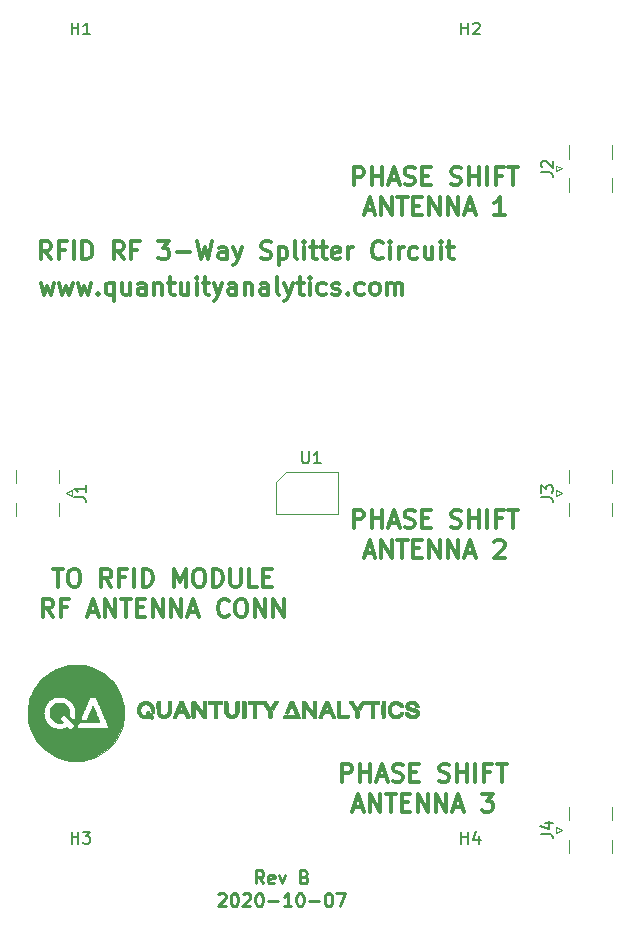
<source format=gbr>
%TF.GenerationSoftware,KiCad,Pcbnew,(5.1.6)-1*%
%TF.CreationDate,2020-10-09T05:29:33-04:00*%
%TF.ProjectId,RFID_PROJECT_3-WAY-SPLITTER,52464944-5f50-4524-9f4a-4543545f332d,B*%
%TF.SameCoordinates,Original*%
%TF.FileFunction,Legend,Top*%
%TF.FilePolarity,Positive*%
%FSLAX46Y46*%
G04 Gerber Fmt 4.6, Leading zero omitted, Abs format (unit mm)*
G04 Created by KiCad (PCBNEW (5.1.6)-1) date 2020-10-09 05:29:33*
%MOMM*%
%LPD*%
G01*
G04 APERTURE LIST*
%ADD10C,0.275000*%
%ADD11C,0.300000*%
%ADD12C,0.010000*%
%ADD13C,0.120000*%
%ADD14C,0.150000*%
G04 APERTURE END LIST*
D10*
X143480952Y-115035119D02*
X143114285Y-114511309D01*
X142852380Y-115035119D02*
X142852380Y-113935119D01*
X143271428Y-113935119D01*
X143376190Y-113987500D01*
X143428571Y-114039880D01*
X143480952Y-114144642D01*
X143480952Y-114301785D01*
X143428571Y-114406547D01*
X143376190Y-114458928D01*
X143271428Y-114511309D01*
X142852380Y-114511309D01*
X144371428Y-114982738D02*
X144266666Y-115035119D01*
X144057142Y-115035119D01*
X143952380Y-114982738D01*
X143900000Y-114877976D01*
X143900000Y-114458928D01*
X143952380Y-114354166D01*
X144057142Y-114301785D01*
X144266666Y-114301785D01*
X144371428Y-114354166D01*
X144423809Y-114458928D01*
X144423809Y-114563690D01*
X143900000Y-114668452D01*
X144790476Y-114301785D02*
X145052380Y-115035119D01*
X145314285Y-114301785D01*
X146938095Y-114458928D02*
X147095238Y-114511309D01*
X147147619Y-114563690D01*
X147200000Y-114668452D01*
X147200000Y-114825595D01*
X147147619Y-114930357D01*
X147095238Y-114982738D01*
X146990476Y-115035119D01*
X146571428Y-115035119D01*
X146571428Y-113935119D01*
X146938095Y-113935119D01*
X147042857Y-113987500D01*
X147095238Y-114039880D01*
X147147619Y-114144642D01*
X147147619Y-114249404D01*
X147095238Y-114354166D01*
X147042857Y-114406547D01*
X146938095Y-114458928D01*
X146571428Y-114458928D01*
X139657142Y-115964880D02*
X139709523Y-115912500D01*
X139814285Y-115860119D01*
X140076190Y-115860119D01*
X140180952Y-115912500D01*
X140233333Y-115964880D01*
X140285714Y-116069642D01*
X140285714Y-116174404D01*
X140233333Y-116331547D01*
X139604761Y-116960119D01*
X140285714Y-116960119D01*
X140966666Y-115860119D02*
X141071428Y-115860119D01*
X141176190Y-115912500D01*
X141228571Y-115964880D01*
X141280952Y-116069642D01*
X141333333Y-116279166D01*
X141333333Y-116541071D01*
X141280952Y-116750595D01*
X141228571Y-116855357D01*
X141176190Y-116907738D01*
X141071428Y-116960119D01*
X140966666Y-116960119D01*
X140861904Y-116907738D01*
X140809523Y-116855357D01*
X140757142Y-116750595D01*
X140704761Y-116541071D01*
X140704761Y-116279166D01*
X140757142Y-116069642D01*
X140809523Y-115964880D01*
X140861904Y-115912500D01*
X140966666Y-115860119D01*
X141752380Y-115964880D02*
X141804761Y-115912500D01*
X141909523Y-115860119D01*
X142171428Y-115860119D01*
X142276190Y-115912500D01*
X142328571Y-115964880D01*
X142380952Y-116069642D01*
X142380952Y-116174404D01*
X142328571Y-116331547D01*
X141700000Y-116960119D01*
X142380952Y-116960119D01*
X143061904Y-115860119D02*
X143166666Y-115860119D01*
X143271428Y-115912500D01*
X143323809Y-115964880D01*
X143376190Y-116069642D01*
X143428571Y-116279166D01*
X143428571Y-116541071D01*
X143376190Y-116750595D01*
X143323809Y-116855357D01*
X143271428Y-116907738D01*
X143166666Y-116960119D01*
X143061904Y-116960119D01*
X142957142Y-116907738D01*
X142904761Y-116855357D01*
X142852380Y-116750595D01*
X142800000Y-116541071D01*
X142800000Y-116279166D01*
X142852380Y-116069642D01*
X142904761Y-115964880D01*
X142957142Y-115912500D01*
X143061904Y-115860119D01*
X143900000Y-116541071D02*
X144738095Y-116541071D01*
X145838095Y-116960119D02*
X145209523Y-116960119D01*
X145523809Y-116960119D02*
X145523809Y-115860119D01*
X145419047Y-116017261D01*
X145314285Y-116122023D01*
X145209523Y-116174404D01*
X146519047Y-115860119D02*
X146623809Y-115860119D01*
X146728571Y-115912500D01*
X146780952Y-115964880D01*
X146833333Y-116069642D01*
X146885714Y-116279166D01*
X146885714Y-116541071D01*
X146833333Y-116750595D01*
X146780952Y-116855357D01*
X146728571Y-116907738D01*
X146623809Y-116960119D01*
X146519047Y-116960119D01*
X146414285Y-116907738D01*
X146361904Y-116855357D01*
X146309523Y-116750595D01*
X146257142Y-116541071D01*
X146257142Y-116279166D01*
X146309523Y-116069642D01*
X146361904Y-115964880D01*
X146414285Y-115912500D01*
X146519047Y-115860119D01*
X147357142Y-116541071D02*
X148195238Y-116541071D01*
X148928571Y-115860119D02*
X149033333Y-115860119D01*
X149138095Y-115912500D01*
X149190476Y-115964880D01*
X149242857Y-116069642D01*
X149295238Y-116279166D01*
X149295238Y-116541071D01*
X149242857Y-116750595D01*
X149190476Y-116855357D01*
X149138095Y-116907738D01*
X149033333Y-116960119D01*
X148928571Y-116960119D01*
X148823809Y-116907738D01*
X148771428Y-116855357D01*
X148719047Y-116750595D01*
X148666666Y-116541071D01*
X148666666Y-116279166D01*
X148719047Y-116069642D01*
X148771428Y-115964880D01*
X148823809Y-115912500D01*
X148928571Y-115860119D01*
X149661904Y-115860119D02*
X150395238Y-115860119D01*
X149923809Y-116960119D01*
D11*
X124607142Y-64178571D02*
X124892857Y-65178571D01*
X125178571Y-64464285D01*
X125464285Y-65178571D01*
X125749999Y-64178571D01*
X126178571Y-64178571D02*
X126464285Y-65178571D01*
X126749999Y-64464285D01*
X127035714Y-65178571D01*
X127321428Y-64178571D01*
X127749999Y-64178571D02*
X128035714Y-65178571D01*
X128321428Y-64464285D01*
X128607142Y-65178571D01*
X128892857Y-64178571D01*
X129464285Y-65035714D02*
X129535714Y-65107142D01*
X129464285Y-65178571D01*
X129392857Y-65107142D01*
X129464285Y-65035714D01*
X129464285Y-65178571D01*
X130821428Y-64178571D02*
X130821428Y-65678571D01*
X130821428Y-65107142D02*
X130678571Y-65178571D01*
X130392857Y-65178571D01*
X130249999Y-65107142D01*
X130178571Y-65035714D01*
X130107142Y-64892857D01*
X130107142Y-64464285D01*
X130178571Y-64321428D01*
X130249999Y-64250000D01*
X130392857Y-64178571D01*
X130678571Y-64178571D01*
X130821428Y-64250000D01*
X132178571Y-64178571D02*
X132178571Y-65178571D01*
X131535714Y-64178571D02*
X131535714Y-64964285D01*
X131607142Y-65107142D01*
X131749999Y-65178571D01*
X131964285Y-65178571D01*
X132107142Y-65107142D01*
X132178571Y-65035714D01*
X133535714Y-65178571D02*
X133535714Y-64392857D01*
X133464285Y-64250000D01*
X133321428Y-64178571D01*
X133035714Y-64178571D01*
X132892857Y-64250000D01*
X133535714Y-65107142D02*
X133392857Y-65178571D01*
X133035714Y-65178571D01*
X132892857Y-65107142D01*
X132821428Y-64964285D01*
X132821428Y-64821428D01*
X132892857Y-64678571D01*
X133035714Y-64607142D01*
X133392857Y-64607142D01*
X133535714Y-64535714D01*
X134250000Y-64178571D02*
X134250000Y-65178571D01*
X134250000Y-64321428D02*
X134321428Y-64250000D01*
X134464285Y-64178571D01*
X134678571Y-64178571D01*
X134821428Y-64250000D01*
X134892857Y-64392857D01*
X134892857Y-65178571D01*
X135392857Y-64178571D02*
X135964285Y-64178571D01*
X135607142Y-63678571D02*
X135607142Y-64964285D01*
X135678571Y-65107142D01*
X135821428Y-65178571D01*
X135964285Y-65178571D01*
X137107142Y-64178571D02*
X137107142Y-65178571D01*
X136464285Y-64178571D02*
X136464285Y-64964285D01*
X136535714Y-65107142D01*
X136678571Y-65178571D01*
X136892857Y-65178571D01*
X137035714Y-65107142D01*
X137107142Y-65035714D01*
X137821428Y-65178571D02*
X137821428Y-64178571D01*
X137821428Y-63678571D02*
X137750000Y-63750000D01*
X137821428Y-63821428D01*
X137892857Y-63750000D01*
X137821428Y-63678571D01*
X137821428Y-63821428D01*
X138321428Y-64178571D02*
X138892857Y-64178571D01*
X138535714Y-63678571D02*
X138535714Y-64964285D01*
X138607142Y-65107142D01*
X138750000Y-65178571D01*
X138892857Y-65178571D01*
X139250000Y-64178571D02*
X139607142Y-65178571D01*
X139964285Y-64178571D02*
X139607142Y-65178571D01*
X139464285Y-65535714D01*
X139392857Y-65607142D01*
X139250000Y-65678571D01*
X141178571Y-65178571D02*
X141178571Y-64392857D01*
X141107142Y-64250000D01*
X140964285Y-64178571D01*
X140678571Y-64178571D01*
X140535714Y-64250000D01*
X141178571Y-65107142D02*
X141035714Y-65178571D01*
X140678571Y-65178571D01*
X140535714Y-65107142D01*
X140464285Y-64964285D01*
X140464285Y-64821428D01*
X140535714Y-64678571D01*
X140678571Y-64607142D01*
X141035714Y-64607142D01*
X141178571Y-64535714D01*
X141892857Y-64178571D02*
X141892857Y-65178571D01*
X141892857Y-64321428D02*
X141964285Y-64250000D01*
X142107142Y-64178571D01*
X142321428Y-64178571D01*
X142464285Y-64250000D01*
X142535714Y-64392857D01*
X142535714Y-65178571D01*
X143892857Y-65178571D02*
X143892857Y-64392857D01*
X143821428Y-64250000D01*
X143678571Y-64178571D01*
X143392857Y-64178571D01*
X143250000Y-64250000D01*
X143892857Y-65107142D02*
X143750000Y-65178571D01*
X143392857Y-65178571D01*
X143250000Y-65107142D01*
X143178571Y-64964285D01*
X143178571Y-64821428D01*
X143250000Y-64678571D01*
X143392857Y-64607142D01*
X143750000Y-64607142D01*
X143892857Y-64535714D01*
X144821428Y-65178571D02*
X144678571Y-65107142D01*
X144607142Y-64964285D01*
X144607142Y-63678571D01*
X145250000Y-64178571D02*
X145607142Y-65178571D01*
X145964285Y-64178571D02*
X145607142Y-65178571D01*
X145464285Y-65535714D01*
X145392857Y-65607142D01*
X145250000Y-65678571D01*
X146321428Y-64178571D02*
X146892857Y-64178571D01*
X146535714Y-63678571D02*
X146535714Y-64964285D01*
X146607142Y-65107142D01*
X146750000Y-65178571D01*
X146892857Y-65178571D01*
X147392857Y-65178571D02*
X147392857Y-64178571D01*
X147392857Y-63678571D02*
X147321428Y-63750000D01*
X147392857Y-63821428D01*
X147464285Y-63750000D01*
X147392857Y-63678571D01*
X147392857Y-63821428D01*
X148750000Y-65107142D02*
X148607142Y-65178571D01*
X148321428Y-65178571D01*
X148178571Y-65107142D01*
X148107142Y-65035714D01*
X148035714Y-64892857D01*
X148035714Y-64464285D01*
X148107142Y-64321428D01*
X148178571Y-64250000D01*
X148321428Y-64178571D01*
X148607142Y-64178571D01*
X148750000Y-64250000D01*
X149321428Y-65107142D02*
X149464285Y-65178571D01*
X149750000Y-65178571D01*
X149892857Y-65107142D01*
X149964285Y-64964285D01*
X149964285Y-64892857D01*
X149892857Y-64750000D01*
X149750000Y-64678571D01*
X149535714Y-64678571D01*
X149392857Y-64607142D01*
X149321428Y-64464285D01*
X149321428Y-64392857D01*
X149392857Y-64250000D01*
X149535714Y-64178571D01*
X149750000Y-64178571D01*
X149892857Y-64250000D01*
X150607142Y-65035714D02*
X150678571Y-65107142D01*
X150607142Y-65178571D01*
X150535714Y-65107142D01*
X150607142Y-65035714D01*
X150607142Y-65178571D01*
X151964285Y-65107142D02*
X151821428Y-65178571D01*
X151535714Y-65178571D01*
X151392857Y-65107142D01*
X151321428Y-65035714D01*
X151250000Y-64892857D01*
X151250000Y-64464285D01*
X151321428Y-64321428D01*
X151392857Y-64250000D01*
X151535714Y-64178571D01*
X151821428Y-64178571D01*
X151964285Y-64250000D01*
X152821428Y-65178571D02*
X152678571Y-65107142D01*
X152607142Y-65035714D01*
X152535714Y-64892857D01*
X152535714Y-64464285D01*
X152607142Y-64321428D01*
X152678571Y-64250000D01*
X152821428Y-64178571D01*
X153035714Y-64178571D01*
X153178571Y-64250000D01*
X153250000Y-64321428D01*
X153321428Y-64464285D01*
X153321428Y-64892857D01*
X153250000Y-65035714D01*
X153178571Y-65107142D01*
X153035714Y-65178571D01*
X152821428Y-65178571D01*
X153964285Y-65178571D02*
X153964285Y-64178571D01*
X153964285Y-64321428D02*
X154035714Y-64250000D01*
X154178571Y-64178571D01*
X154392857Y-64178571D01*
X154535714Y-64250000D01*
X154607142Y-64392857D01*
X154607142Y-65178571D01*
X154607142Y-64392857D02*
X154678571Y-64250000D01*
X154821428Y-64178571D01*
X155035714Y-64178571D01*
X155178571Y-64250000D01*
X155250000Y-64392857D01*
X155250000Y-65178571D01*
X150142857Y-106403571D02*
X150142857Y-104903571D01*
X150714285Y-104903571D01*
X150857142Y-104975000D01*
X150928571Y-105046428D01*
X151000000Y-105189285D01*
X151000000Y-105403571D01*
X150928571Y-105546428D01*
X150857142Y-105617857D01*
X150714285Y-105689285D01*
X150142857Y-105689285D01*
X151642857Y-106403571D02*
X151642857Y-104903571D01*
X151642857Y-105617857D02*
X152500000Y-105617857D01*
X152500000Y-106403571D02*
X152500000Y-104903571D01*
X153142857Y-105975000D02*
X153857142Y-105975000D01*
X153000000Y-106403571D02*
X153500000Y-104903571D01*
X154000000Y-106403571D01*
X154428571Y-106332142D02*
X154642857Y-106403571D01*
X155000000Y-106403571D01*
X155142857Y-106332142D01*
X155214285Y-106260714D01*
X155285714Y-106117857D01*
X155285714Y-105975000D01*
X155214285Y-105832142D01*
X155142857Y-105760714D01*
X155000000Y-105689285D01*
X154714285Y-105617857D01*
X154571428Y-105546428D01*
X154500000Y-105475000D01*
X154428571Y-105332142D01*
X154428571Y-105189285D01*
X154500000Y-105046428D01*
X154571428Y-104975000D01*
X154714285Y-104903571D01*
X155071428Y-104903571D01*
X155285714Y-104975000D01*
X155928571Y-105617857D02*
X156428571Y-105617857D01*
X156642857Y-106403571D02*
X155928571Y-106403571D01*
X155928571Y-104903571D01*
X156642857Y-104903571D01*
X158357142Y-106332142D02*
X158571428Y-106403571D01*
X158928571Y-106403571D01*
X159071428Y-106332142D01*
X159142857Y-106260714D01*
X159214285Y-106117857D01*
X159214285Y-105975000D01*
X159142857Y-105832142D01*
X159071428Y-105760714D01*
X158928571Y-105689285D01*
X158642857Y-105617857D01*
X158500000Y-105546428D01*
X158428571Y-105475000D01*
X158357142Y-105332142D01*
X158357142Y-105189285D01*
X158428571Y-105046428D01*
X158500000Y-104975000D01*
X158642857Y-104903571D01*
X159000000Y-104903571D01*
X159214285Y-104975000D01*
X159857142Y-106403571D02*
X159857142Y-104903571D01*
X159857142Y-105617857D02*
X160714285Y-105617857D01*
X160714285Y-106403571D02*
X160714285Y-104903571D01*
X161428571Y-106403571D02*
X161428571Y-104903571D01*
X162642857Y-105617857D02*
X162142857Y-105617857D01*
X162142857Y-106403571D02*
X162142857Y-104903571D01*
X162857142Y-104903571D01*
X163214285Y-104903571D02*
X164071428Y-104903571D01*
X163642857Y-106403571D02*
X163642857Y-104903571D01*
X151107142Y-108525000D02*
X151821428Y-108525000D01*
X150964285Y-108953571D02*
X151464285Y-107453571D01*
X151964285Y-108953571D01*
X152464285Y-108953571D02*
X152464285Y-107453571D01*
X153321428Y-108953571D01*
X153321428Y-107453571D01*
X153821428Y-107453571D02*
X154678571Y-107453571D01*
X154250000Y-108953571D02*
X154250000Y-107453571D01*
X155178571Y-108167857D02*
X155678571Y-108167857D01*
X155892857Y-108953571D02*
X155178571Y-108953571D01*
X155178571Y-107453571D01*
X155892857Y-107453571D01*
X156535714Y-108953571D02*
X156535714Y-107453571D01*
X157392857Y-108953571D01*
X157392857Y-107453571D01*
X158107142Y-108953571D02*
X158107142Y-107453571D01*
X158964285Y-108953571D01*
X158964285Y-107453571D01*
X159607142Y-108525000D02*
X160321428Y-108525000D01*
X159464285Y-108953571D02*
X159964285Y-107453571D01*
X160464285Y-108953571D01*
X161964285Y-107453571D02*
X162892857Y-107453571D01*
X162392857Y-108025000D01*
X162607142Y-108025000D01*
X162750000Y-108096428D01*
X162821428Y-108167857D01*
X162892857Y-108310714D01*
X162892857Y-108667857D01*
X162821428Y-108810714D01*
X162750000Y-108882142D01*
X162607142Y-108953571D01*
X162178571Y-108953571D01*
X162035714Y-108882142D01*
X161964285Y-108810714D01*
X151142857Y-84903571D02*
X151142857Y-83403571D01*
X151714285Y-83403571D01*
X151857142Y-83475000D01*
X151928571Y-83546428D01*
X152000000Y-83689285D01*
X152000000Y-83903571D01*
X151928571Y-84046428D01*
X151857142Y-84117857D01*
X151714285Y-84189285D01*
X151142857Y-84189285D01*
X152642857Y-84903571D02*
X152642857Y-83403571D01*
X152642857Y-84117857D02*
X153500000Y-84117857D01*
X153500000Y-84903571D02*
X153500000Y-83403571D01*
X154142857Y-84475000D02*
X154857142Y-84475000D01*
X154000000Y-84903571D02*
X154500000Y-83403571D01*
X155000000Y-84903571D01*
X155428571Y-84832142D02*
X155642857Y-84903571D01*
X156000000Y-84903571D01*
X156142857Y-84832142D01*
X156214285Y-84760714D01*
X156285714Y-84617857D01*
X156285714Y-84475000D01*
X156214285Y-84332142D01*
X156142857Y-84260714D01*
X156000000Y-84189285D01*
X155714285Y-84117857D01*
X155571428Y-84046428D01*
X155500000Y-83975000D01*
X155428571Y-83832142D01*
X155428571Y-83689285D01*
X155500000Y-83546428D01*
X155571428Y-83475000D01*
X155714285Y-83403571D01*
X156071428Y-83403571D01*
X156285714Y-83475000D01*
X156928571Y-84117857D02*
X157428571Y-84117857D01*
X157642857Y-84903571D02*
X156928571Y-84903571D01*
X156928571Y-83403571D01*
X157642857Y-83403571D01*
X159357142Y-84832142D02*
X159571428Y-84903571D01*
X159928571Y-84903571D01*
X160071428Y-84832142D01*
X160142857Y-84760714D01*
X160214285Y-84617857D01*
X160214285Y-84475000D01*
X160142857Y-84332142D01*
X160071428Y-84260714D01*
X159928571Y-84189285D01*
X159642857Y-84117857D01*
X159500000Y-84046428D01*
X159428571Y-83975000D01*
X159357142Y-83832142D01*
X159357142Y-83689285D01*
X159428571Y-83546428D01*
X159500000Y-83475000D01*
X159642857Y-83403571D01*
X160000000Y-83403571D01*
X160214285Y-83475000D01*
X160857142Y-84903571D02*
X160857142Y-83403571D01*
X160857142Y-84117857D02*
X161714285Y-84117857D01*
X161714285Y-84903571D02*
X161714285Y-83403571D01*
X162428571Y-84903571D02*
X162428571Y-83403571D01*
X163642857Y-84117857D02*
X163142857Y-84117857D01*
X163142857Y-84903571D02*
X163142857Y-83403571D01*
X163857142Y-83403571D01*
X164214285Y-83403571D02*
X165071428Y-83403571D01*
X164642857Y-84903571D02*
X164642857Y-83403571D01*
X152107142Y-87025000D02*
X152821428Y-87025000D01*
X151964285Y-87453571D02*
X152464285Y-85953571D01*
X152964285Y-87453571D01*
X153464285Y-87453571D02*
X153464285Y-85953571D01*
X154321428Y-87453571D01*
X154321428Y-85953571D01*
X154821428Y-85953571D02*
X155678571Y-85953571D01*
X155250000Y-87453571D02*
X155250000Y-85953571D01*
X156178571Y-86667857D02*
X156678571Y-86667857D01*
X156892857Y-87453571D02*
X156178571Y-87453571D01*
X156178571Y-85953571D01*
X156892857Y-85953571D01*
X157535714Y-87453571D02*
X157535714Y-85953571D01*
X158392857Y-87453571D01*
X158392857Y-85953571D01*
X159107142Y-87453571D02*
X159107142Y-85953571D01*
X159964285Y-87453571D01*
X159964285Y-85953571D01*
X160607142Y-87025000D02*
X161321428Y-87025000D01*
X160464285Y-87453571D02*
X160964285Y-85953571D01*
X161464285Y-87453571D01*
X163035714Y-86096428D02*
X163107142Y-86025000D01*
X163250000Y-85953571D01*
X163607142Y-85953571D01*
X163750000Y-86025000D01*
X163821428Y-86096428D01*
X163892857Y-86239285D01*
X163892857Y-86382142D01*
X163821428Y-86596428D01*
X162964285Y-87453571D01*
X163892857Y-87453571D01*
X151142857Y-55903571D02*
X151142857Y-54403571D01*
X151714285Y-54403571D01*
X151857142Y-54475000D01*
X151928571Y-54546428D01*
X152000000Y-54689285D01*
X152000000Y-54903571D01*
X151928571Y-55046428D01*
X151857142Y-55117857D01*
X151714285Y-55189285D01*
X151142857Y-55189285D01*
X152642857Y-55903571D02*
X152642857Y-54403571D01*
X152642857Y-55117857D02*
X153500000Y-55117857D01*
X153500000Y-55903571D02*
X153500000Y-54403571D01*
X154142857Y-55475000D02*
X154857142Y-55475000D01*
X154000000Y-55903571D02*
X154500000Y-54403571D01*
X155000000Y-55903571D01*
X155428571Y-55832142D02*
X155642857Y-55903571D01*
X156000000Y-55903571D01*
X156142857Y-55832142D01*
X156214285Y-55760714D01*
X156285714Y-55617857D01*
X156285714Y-55475000D01*
X156214285Y-55332142D01*
X156142857Y-55260714D01*
X156000000Y-55189285D01*
X155714285Y-55117857D01*
X155571428Y-55046428D01*
X155500000Y-54975000D01*
X155428571Y-54832142D01*
X155428571Y-54689285D01*
X155500000Y-54546428D01*
X155571428Y-54475000D01*
X155714285Y-54403571D01*
X156071428Y-54403571D01*
X156285714Y-54475000D01*
X156928571Y-55117857D02*
X157428571Y-55117857D01*
X157642857Y-55903571D02*
X156928571Y-55903571D01*
X156928571Y-54403571D01*
X157642857Y-54403571D01*
X159357142Y-55832142D02*
X159571428Y-55903571D01*
X159928571Y-55903571D01*
X160071428Y-55832142D01*
X160142857Y-55760714D01*
X160214285Y-55617857D01*
X160214285Y-55475000D01*
X160142857Y-55332142D01*
X160071428Y-55260714D01*
X159928571Y-55189285D01*
X159642857Y-55117857D01*
X159500000Y-55046428D01*
X159428571Y-54975000D01*
X159357142Y-54832142D01*
X159357142Y-54689285D01*
X159428571Y-54546428D01*
X159500000Y-54475000D01*
X159642857Y-54403571D01*
X160000000Y-54403571D01*
X160214285Y-54475000D01*
X160857142Y-55903571D02*
X160857142Y-54403571D01*
X160857142Y-55117857D02*
X161714285Y-55117857D01*
X161714285Y-55903571D02*
X161714285Y-54403571D01*
X162428571Y-55903571D02*
X162428571Y-54403571D01*
X163642857Y-55117857D02*
X163142857Y-55117857D01*
X163142857Y-55903571D02*
X163142857Y-54403571D01*
X163857142Y-54403571D01*
X164214285Y-54403571D02*
X165071428Y-54403571D01*
X164642857Y-55903571D02*
X164642857Y-54403571D01*
X152107142Y-58025000D02*
X152821428Y-58025000D01*
X151964285Y-58453571D02*
X152464285Y-56953571D01*
X152964285Y-58453571D01*
X153464285Y-58453571D02*
X153464285Y-56953571D01*
X154321428Y-58453571D01*
X154321428Y-56953571D01*
X154821428Y-56953571D02*
X155678571Y-56953571D01*
X155250000Y-58453571D02*
X155250000Y-56953571D01*
X156178571Y-57667857D02*
X156678571Y-57667857D01*
X156892857Y-58453571D02*
X156178571Y-58453571D01*
X156178571Y-56953571D01*
X156892857Y-56953571D01*
X157535714Y-58453571D02*
X157535714Y-56953571D01*
X158392857Y-58453571D01*
X158392857Y-56953571D01*
X159107142Y-58453571D02*
X159107142Y-56953571D01*
X159964285Y-58453571D01*
X159964285Y-56953571D01*
X160607142Y-58025000D02*
X161321428Y-58025000D01*
X160464285Y-58453571D02*
X160964285Y-56953571D01*
X161464285Y-58453571D01*
X163892857Y-58453571D02*
X163035714Y-58453571D01*
X163464285Y-58453571D02*
X163464285Y-56953571D01*
X163321428Y-57167857D01*
X163178571Y-57310714D01*
X163035714Y-57382142D01*
X125678571Y-88403571D02*
X126535714Y-88403571D01*
X126107142Y-89903571D02*
X126107142Y-88403571D01*
X127321428Y-88403571D02*
X127607142Y-88403571D01*
X127750000Y-88475000D01*
X127892857Y-88617857D01*
X127964285Y-88903571D01*
X127964285Y-89403571D01*
X127892857Y-89689285D01*
X127750000Y-89832142D01*
X127607142Y-89903571D01*
X127321428Y-89903571D01*
X127178571Y-89832142D01*
X127035714Y-89689285D01*
X126964285Y-89403571D01*
X126964285Y-88903571D01*
X127035714Y-88617857D01*
X127178571Y-88475000D01*
X127321428Y-88403571D01*
X130607142Y-89903571D02*
X130107142Y-89189285D01*
X129750000Y-89903571D02*
X129750000Y-88403571D01*
X130321428Y-88403571D01*
X130464285Y-88475000D01*
X130535714Y-88546428D01*
X130607142Y-88689285D01*
X130607142Y-88903571D01*
X130535714Y-89046428D01*
X130464285Y-89117857D01*
X130321428Y-89189285D01*
X129750000Y-89189285D01*
X131750000Y-89117857D02*
X131250000Y-89117857D01*
X131250000Y-89903571D02*
X131250000Y-88403571D01*
X131964285Y-88403571D01*
X132535714Y-89903571D02*
X132535714Y-88403571D01*
X133250000Y-89903571D02*
X133250000Y-88403571D01*
X133607142Y-88403571D01*
X133821428Y-88475000D01*
X133964285Y-88617857D01*
X134035714Y-88760714D01*
X134107142Y-89046428D01*
X134107142Y-89260714D01*
X134035714Y-89546428D01*
X133964285Y-89689285D01*
X133821428Y-89832142D01*
X133607142Y-89903571D01*
X133250000Y-89903571D01*
X135892857Y-89903571D02*
X135892857Y-88403571D01*
X136392857Y-89475000D01*
X136892857Y-88403571D01*
X136892857Y-89903571D01*
X137892857Y-88403571D02*
X138178571Y-88403571D01*
X138321428Y-88475000D01*
X138464285Y-88617857D01*
X138535714Y-88903571D01*
X138535714Y-89403571D01*
X138464285Y-89689285D01*
X138321428Y-89832142D01*
X138178571Y-89903571D01*
X137892857Y-89903571D01*
X137750000Y-89832142D01*
X137607142Y-89689285D01*
X137535714Y-89403571D01*
X137535714Y-88903571D01*
X137607142Y-88617857D01*
X137750000Y-88475000D01*
X137892857Y-88403571D01*
X139178571Y-89903571D02*
X139178571Y-88403571D01*
X139535714Y-88403571D01*
X139750000Y-88475000D01*
X139892857Y-88617857D01*
X139964285Y-88760714D01*
X140035714Y-89046428D01*
X140035714Y-89260714D01*
X139964285Y-89546428D01*
X139892857Y-89689285D01*
X139750000Y-89832142D01*
X139535714Y-89903571D01*
X139178571Y-89903571D01*
X140678571Y-88403571D02*
X140678571Y-89617857D01*
X140750000Y-89760714D01*
X140821428Y-89832142D01*
X140964285Y-89903571D01*
X141250000Y-89903571D01*
X141392857Y-89832142D01*
X141464285Y-89760714D01*
X141535714Y-89617857D01*
X141535714Y-88403571D01*
X142964285Y-89903571D02*
X142250000Y-89903571D01*
X142250000Y-88403571D01*
X143464285Y-89117857D02*
X143964285Y-89117857D01*
X144178571Y-89903571D02*
X143464285Y-89903571D01*
X143464285Y-88403571D01*
X144178571Y-88403571D01*
X125678571Y-92453571D02*
X125178571Y-91739285D01*
X124821428Y-92453571D02*
X124821428Y-90953571D01*
X125392857Y-90953571D01*
X125535714Y-91025000D01*
X125607142Y-91096428D01*
X125678571Y-91239285D01*
X125678571Y-91453571D01*
X125607142Y-91596428D01*
X125535714Y-91667857D01*
X125392857Y-91739285D01*
X124821428Y-91739285D01*
X126821428Y-91667857D02*
X126321428Y-91667857D01*
X126321428Y-92453571D02*
X126321428Y-90953571D01*
X127035714Y-90953571D01*
X128678571Y-92025000D02*
X129392857Y-92025000D01*
X128535714Y-92453571D02*
X129035714Y-90953571D01*
X129535714Y-92453571D01*
X130035714Y-92453571D02*
X130035714Y-90953571D01*
X130892857Y-92453571D01*
X130892857Y-90953571D01*
X131392857Y-90953571D02*
X132250000Y-90953571D01*
X131821428Y-92453571D02*
X131821428Y-90953571D01*
X132750000Y-91667857D02*
X133250000Y-91667857D01*
X133464285Y-92453571D02*
X132750000Y-92453571D01*
X132750000Y-90953571D01*
X133464285Y-90953571D01*
X134107142Y-92453571D02*
X134107142Y-90953571D01*
X134964285Y-92453571D01*
X134964285Y-90953571D01*
X135678571Y-92453571D02*
X135678571Y-90953571D01*
X136535714Y-92453571D01*
X136535714Y-90953571D01*
X137178571Y-92025000D02*
X137892857Y-92025000D01*
X137035714Y-92453571D02*
X137535714Y-90953571D01*
X138035714Y-92453571D01*
X140535714Y-92310714D02*
X140464285Y-92382142D01*
X140250000Y-92453571D01*
X140107142Y-92453571D01*
X139892857Y-92382142D01*
X139750000Y-92239285D01*
X139678571Y-92096428D01*
X139607142Y-91810714D01*
X139607142Y-91596428D01*
X139678571Y-91310714D01*
X139750000Y-91167857D01*
X139892857Y-91025000D01*
X140107142Y-90953571D01*
X140250000Y-90953571D01*
X140464285Y-91025000D01*
X140535714Y-91096428D01*
X141464285Y-90953571D02*
X141750000Y-90953571D01*
X141892857Y-91025000D01*
X142035714Y-91167857D01*
X142107142Y-91453571D01*
X142107142Y-91953571D01*
X142035714Y-92239285D01*
X141892857Y-92382142D01*
X141750000Y-92453571D01*
X141464285Y-92453571D01*
X141321428Y-92382142D01*
X141178571Y-92239285D01*
X141107142Y-91953571D01*
X141107142Y-91453571D01*
X141178571Y-91167857D01*
X141321428Y-91025000D01*
X141464285Y-90953571D01*
X142750000Y-92453571D02*
X142750000Y-90953571D01*
X143607142Y-92453571D01*
X143607142Y-90953571D01*
X144321428Y-92453571D02*
X144321428Y-90953571D01*
X145178571Y-92453571D01*
X145178571Y-90953571D01*
X125500000Y-62178571D02*
X125000000Y-61464285D01*
X124642857Y-62178571D02*
X124642857Y-60678571D01*
X125214285Y-60678571D01*
X125357142Y-60750000D01*
X125428571Y-60821428D01*
X125500000Y-60964285D01*
X125500000Y-61178571D01*
X125428571Y-61321428D01*
X125357142Y-61392857D01*
X125214285Y-61464285D01*
X124642857Y-61464285D01*
X126642857Y-61392857D02*
X126142857Y-61392857D01*
X126142857Y-62178571D02*
X126142857Y-60678571D01*
X126857142Y-60678571D01*
X127428571Y-62178571D02*
X127428571Y-60678571D01*
X128142857Y-62178571D02*
X128142857Y-60678571D01*
X128500000Y-60678571D01*
X128714285Y-60750000D01*
X128857142Y-60892857D01*
X128928571Y-61035714D01*
X129000000Y-61321428D01*
X129000000Y-61535714D01*
X128928571Y-61821428D01*
X128857142Y-61964285D01*
X128714285Y-62107142D01*
X128500000Y-62178571D01*
X128142857Y-62178571D01*
X131642857Y-62178571D02*
X131142857Y-61464285D01*
X130785714Y-62178571D02*
X130785714Y-60678571D01*
X131357142Y-60678571D01*
X131500000Y-60750000D01*
X131571428Y-60821428D01*
X131642857Y-60964285D01*
X131642857Y-61178571D01*
X131571428Y-61321428D01*
X131500000Y-61392857D01*
X131357142Y-61464285D01*
X130785714Y-61464285D01*
X132785714Y-61392857D02*
X132285714Y-61392857D01*
X132285714Y-62178571D02*
X132285714Y-60678571D01*
X133000000Y-60678571D01*
X134571428Y-60678571D02*
X135500000Y-60678571D01*
X135000000Y-61250000D01*
X135214285Y-61250000D01*
X135357142Y-61321428D01*
X135428571Y-61392857D01*
X135500000Y-61535714D01*
X135500000Y-61892857D01*
X135428571Y-62035714D01*
X135357142Y-62107142D01*
X135214285Y-62178571D01*
X134785714Y-62178571D01*
X134642857Y-62107142D01*
X134571428Y-62035714D01*
X136142857Y-61607142D02*
X137285714Y-61607142D01*
X137857142Y-60678571D02*
X138214285Y-62178571D01*
X138500000Y-61107142D01*
X138785714Y-62178571D01*
X139142857Y-60678571D01*
X140357142Y-62178571D02*
X140357142Y-61392857D01*
X140285714Y-61250000D01*
X140142857Y-61178571D01*
X139857142Y-61178571D01*
X139714285Y-61250000D01*
X140357142Y-62107142D02*
X140214285Y-62178571D01*
X139857142Y-62178571D01*
X139714285Y-62107142D01*
X139642857Y-61964285D01*
X139642857Y-61821428D01*
X139714285Y-61678571D01*
X139857142Y-61607142D01*
X140214285Y-61607142D01*
X140357142Y-61535714D01*
X140928571Y-61178571D02*
X141285714Y-62178571D01*
X141642857Y-61178571D02*
X141285714Y-62178571D01*
X141142857Y-62535714D01*
X141071428Y-62607142D01*
X140928571Y-62678571D01*
X143285714Y-62107142D02*
X143500000Y-62178571D01*
X143857142Y-62178571D01*
X144000000Y-62107142D01*
X144071428Y-62035714D01*
X144142857Y-61892857D01*
X144142857Y-61750000D01*
X144071428Y-61607142D01*
X144000000Y-61535714D01*
X143857142Y-61464285D01*
X143571428Y-61392857D01*
X143428571Y-61321428D01*
X143357142Y-61250000D01*
X143285714Y-61107142D01*
X143285714Y-60964285D01*
X143357142Y-60821428D01*
X143428571Y-60750000D01*
X143571428Y-60678571D01*
X143928571Y-60678571D01*
X144142857Y-60750000D01*
X144785714Y-61178571D02*
X144785714Y-62678571D01*
X144785714Y-61250000D02*
X144928571Y-61178571D01*
X145214285Y-61178571D01*
X145357142Y-61250000D01*
X145428571Y-61321428D01*
X145500000Y-61464285D01*
X145500000Y-61892857D01*
X145428571Y-62035714D01*
X145357142Y-62107142D01*
X145214285Y-62178571D01*
X144928571Y-62178571D01*
X144785714Y-62107142D01*
X146357142Y-62178571D02*
X146214285Y-62107142D01*
X146142857Y-61964285D01*
X146142857Y-60678571D01*
X146928571Y-62178571D02*
X146928571Y-61178571D01*
X146928571Y-60678571D02*
X146857142Y-60750000D01*
X146928571Y-60821428D01*
X147000000Y-60750000D01*
X146928571Y-60678571D01*
X146928571Y-60821428D01*
X147428571Y-61178571D02*
X148000000Y-61178571D01*
X147642857Y-60678571D02*
X147642857Y-61964285D01*
X147714285Y-62107142D01*
X147857142Y-62178571D01*
X148000000Y-62178571D01*
X148285714Y-61178571D02*
X148857142Y-61178571D01*
X148500000Y-60678571D02*
X148500000Y-61964285D01*
X148571428Y-62107142D01*
X148714285Y-62178571D01*
X148857142Y-62178571D01*
X149928571Y-62107142D02*
X149785714Y-62178571D01*
X149500000Y-62178571D01*
X149357142Y-62107142D01*
X149285714Y-61964285D01*
X149285714Y-61392857D01*
X149357142Y-61250000D01*
X149500000Y-61178571D01*
X149785714Y-61178571D01*
X149928571Y-61250000D01*
X150000000Y-61392857D01*
X150000000Y-61535714D01*
X149285714Y-61678571D01*
X150642857Y-62178571D02*
X150642857Y-61178571D01*
X150642857Y-61464285D02*
X150714285Y-61321428D01*
X150785714Y-61250000D01*
X150928571Y-61178571D01*
X151071428Y-61178571D01*
X153571428Y-62035714D02*
X153500000Y-62107142D01*
X153285714Y-62178571D01*
X153142857Y-62178571D01*
X152928571Y-62107142D01*
X152785714Y-61964285D01*
X152714285Y-61821428D01*
X152642857Y-61535714D01*
X152642857Y-61321428D01*
X152714285Y-61035714D01*
X152785714Y-60892857D01*
X152928571Y-60750000D01*
X153142857Y-60678571D01*
X153285714Y-60678571D01*
X153500000Y-60750000D01*
X153571428Y-60821428D01*
X154214285Y-62178571D02*
X154214285Y-61178571D01*
X154214285Y-60678571D02*
X154142857Y-60750000D01*
X154214285Y-60821428D01*
X154285714Y-60750000D01*
X154214285Y-60678571D01*
X154214285Y-60821428D01*
X154928571Y-62178571D02*
X154928571Y-61178571D01*
X154928571Y-61464285D02*
X155000000Y-61321428D01*
X155071428Y-61250000D01*
X155214285Y-61178571D01*
X155357142Y-61178571D01*
X156500000Y-62107142D02*
X156357142Y-62178571D01*
X156071428Y-62178571D01*
X155928571Y-62107142D01*
X155857142Y-62035714D01*
X155785714Y-61892857D01*
X155785714Y-61464285D01*
X155857142Y-61321428D01*
X155928571Y-61250000D01*
X156071428Y-61178571D01*
X156357142Y-61178571D01*
X156500000Y-61250000D01*
X157785714Y-61178571D02*
X157785714Y-62178571D01*
X157142857Y-61178571D02*
X157142857Y-61964285D01*
X157214285Y-62107142D01*
X157357142Y-62178571D01*
X157571428Y-62178571D01*
X157714285Y-62107142D01*
X157785714Y-62035714D01*
X158500000Y-62178571D02*
X158500000Y-61178571D01*
X158500000Y-60678571D02*
X158428571Y-60750000D01*
X158500000Y-60821428D01*
X158571428Y-60750000D01*
X158500000Y-60678571D01*
X158500000Y-60821428D01*
X159000000Y-61178571D02*
X159571428Y-61178571D01*
X159214285Y-60678571D02*
X159214285Y-61964285D01*
X159285714Y-62107142D01*
X159428571Y-62178571D01*
X159571428Y-62178571D01*
D12*
%TO.C,G\u002A\u002A\u002A*%
G36*
X127707128Y-96505472D02*
G01*
X128009901Y-96524949D01*
X128307414Y-96565382D01*
X128598801Y-96626541D01*
X128883200Y-96708193D01*
X129159747Y-96810105D01*
X129427577Y-96932047D01*
X129566620Y-97005226D01*
X129822329Y-97158744D01*
X130064671Y-97329190D01*
X130292952Y-97515595D01*
X130506478Y-97716992D01*
X130704553Y-97932415D01*
X130886483Y-98160896D01*
X131051573Y-98401469D01*
X131199129Y-98653165D01*
X131328457Y-98915018D01*
X131438860Y-99186061D01*
X131529645Y-99465326D01*
X131600117Y-99751847D01*
X131622263Y-99867144D01*
X131637952Y-99958238D01*
X131650484Y-100037980D01*
X131660201Y-100110783D01*
X131667444Y-100181060D01*
X131672555Y-100253223D01*
X131675878Y-100331684D01*
X131677753Y-100420857D01*
X131678523Y-100525153D01*
X131678598Y-100593870D01*
X131678334Y-100700976D01*
X131677418Y-100790424D01*
X131675522Y-100866640D01*
X131672315Y-100934052D01*
X131667469Y-100997085D01*
X131660655Y-101060167D01*
X131651542Y-101127723D01*
X131639802Y-101204181D01*
X131627661Y-101278566D01*
X131570184Y-101558818D01*
X131491628Y-101835610D01*
X131392926Y-102107274D01*
X131275007Y-102372142D01*
X131138802Y-102628549D01*
X130985244Y-102874827D01*
X130815261Y-103109308D01*
X130629785Y-103330326D01*
X130429747Y-103536214D01*
X130302027Y-103652744D01*
X130064399Y-103845464D01*
X129816867Y-104018458D01*
X129559638Y-104171634D01*
X129292923Y-104304902D01*
X129016931Y-104418168D01*
X128731872Y-104511343D01*
X128437954Y-104584334D01*
X128135388Y-104637050D01*
X128012304Y-104652404D01*
X127950228Y-104657725D01*
X127871290Y-104662114D01*
X127780699Y-104665490D01*
X127683662Y-104667774D01*
X127585389Y-104668884D01*
X127491088Y-104668740D01*
X127405968Y-104667261D01*
X127335236Y-104664366D01*
X127317091Y-104663172D01*
X127020450Y-104630419D01*
X126729401Y-104576736D01*
X126444885Y-104502751D01*
X126167841Y-104409095D01*
X125899212Y-104296396D01*
X125639936Y-104165282D01*
X125390954Y-104016384D01*
X125153207Y-103850329D01*
X124927635Y-103667747D01*
X124715178Y-103469266D01*
X124516777Y-103255516D01*
X124333371Y-103027125D01*
X124165902Y-102784723D01*
X124015310Y-102528939D01*
X123956086Y-102415210D01*
X123833985Y-102147492D01*
X123731557Y-101870870D01*
X123648622Y-101584729D01*
X123585001Y-101288457D01*
X123542915Y-101002479D01*
X123536781Y-100931952D01*
X123532382Y-100844101D01*
X123529685Y-100743620D01*
X123528657Y-100635200D01*
X123528955Y-100580416D01*
X124853976Y-100580416D01*
X124857139Y-100693491D01*
X124866257Y-100799087D01*
X124879935Y-100883581D01*
X124923531Y-101047311D01*
X124982406Y-101196527D01*
X125058096Y-101334006D01*
X125152136Y-101462524D01*
X125266064Y-101584859D01*
X125270002Y-101588653D01*
X125391674Y-101693294D01*
X125519327Y-101778619D01*
X125654919Y-101845419D01*
X125800403Y-101894486D01*
X125957737Y-101926612D01*
X126128875Y-101942587D01*
X126145956Y-101943295D01*
X126297725Y-101943308D01*
X126436916Y-101930678D01*
X126569795Y-101904289D01*
X126702629Y-101863019D01*
X126790901Y-101828116D01*
X126883672Y-101788678D01*
X126961879Y-101874931D01*
X127009485Y-101925815D01*
X127047188Y-101961434D01*
X127078535Y-101984043D01*
X127107072Y-101995897D01*
X127136346Y-101999251D01*
X127155650Y-101998131D01*
X127175178Y-101995189D01*
X127192982Y-101989144D01*
X127212243Y-101977599D01*
X127236146Y-101958155D01*
X127267871Y-101928413D01*
X127310602Y-101885975D01*
X127328688Y-101867739D01*
X127381525Y-101813204D01*
X127419698Y-101770407D01*
X127433568Y-101751766D01*
X127686864Y-101751766D01*
X127694228Y-101786685D01*
X127713495Y-101824357D01*
X127738909Y-101854796D01*
X127751474Y-101863836D01*
X127758685Y-101866327D01*
X127771421Y-101868551D01*
X127790848Y-101870523D01*
X127818132Y-101872258D01*
X127854442Y-101873771D01*
X127900945Y-101875076D01*
X127958807Y-101876190D01*
X128029196Y-101877126D01*
X128113279Y-101877900D01*
X128212223Y-101878527D01*
X128327196Y-101879022D01*
X128459364Y-101879399D01*
X128609895Y-101879674D01*
X128779956Y-101879862D01*
X128970715Y-101879978D01*
X129009527Y-101879993D01*
X129202409Y-101880038D01*
X129374420Y-101880015D01*
X129526775Y-101879907D01*
X129660687Y-101879700D01*
X129777372Y-101879376D01*
X129878046Y-101878919D01*
X129963922Y-101878313D01*
X130036217Y-101877542D01*
X130096145Y-101876589D01*
X130144921Y-101875439D01*
X130183760Y-101874075D01*
X130213878Y-101872481D01*
X130236488Y-101870641D01*
X130252807Y-101868538D01*
X130264049Y-101866156D01*
X130271429Y-101863479D01*
X130272114Y-101863136D01*
X130300877Y-101838449D01*
X130324212Y-101801505D01*
X130336347Y-101762131D01*
X130336956Y-101752697D01*
X130332709Y-101739895D01*
X130320398Y-101708315D01*
X130300667Y-101659476D01*
X130274162Y-101594896D01*
X130241526Y-101516094D01*
X130203406Y-101424590D01*
X130160446Y-101321903D01*
X130113291Y-101209551D01*
X130062585Y-101089053D01*
X130008974Y-100961929D01*
X129953102Y-100829697D01*
X129895614Y-100693877D01*
X129837155Y-100555986D01*
X129778370Y-100417546D01*
X129719904Y-100280073D01*
X129662402Y-100145088D01*
X129606508Y-100014108D01*
X129552867Y-99888654D01*
X129502125Y-99770245D01*
X129454925Y-99660398D01*
X129411914Y-99560633D01*
X129373735Y-99472470D01*
X129341034Y-99397427D01*
X129314455Y-99337022D01*
X129294643Y-99292776D01*
X129282243Y-99266207D01*
X129278242Y-99258846D01*
X129259272Y-99240828D01*
X129235680Y-99227479D01*
X129204106Y-99218158D01*
X129161188Y-99212223D01*
X129103564Y-99209030D01*
X129027873Y-99207937D01*
X129011739Y-99207913D01*
X128932192Y-99208700D01*
X128871366Y-99211484D01*
X128825937Y-99216902D01*
X128792582Y-99225590D01*
X128767977Y-99238185D01*
X128748799Y-99255322D01*
X128745745Y-99258846D01*
X128738867Y-99271962D01*
X128724046Y-99303908D01*
X128701937Y-99353170D01*
X128673200Y-99418236D01*
X128638491Y-99497591D01*
X128598469Y-99589724D01*
X128553791Y-99693121D01*
X128505115Y-99806268D01*
X128453100Y-99927653D01*
X128398402Y-100055762D01*
X128355346Y-100156918D01*
X128288420Y-100314365D01*
X128229651Y-100452782D01*
X128178581Y-100573476D01*
X128134756Y-100677753D01*
X128097716Y-100766922D01*
X128067007Y-100842290D01*
X128042171Y-100905164D01*
X128022752Y-100956852D01*
X128008292Y-100998660D01*
X127998336Y-101031897D01*
X127992426Y-101057870D01*
X127990105Y-101077886D01*
X127990918Y-101093253D01*
X127994406Y-101105278D01*
X128000115Y-101115268D01*
X128007586Y-101124531D01*
X128014593Y-101132373D01*
X128035468Y-101151694D01*
X128060988Y-101165775D01*
X128094753Y-101175366D01*
X128140361Y-101181213D01*
X128201414Y-101184066D01*
X128266304Y-101184696D01*
X128344259Y-101183686D01*
X128403434Y-101180169D01*
X128447067Y-101173413D01*
X128478392Y-101162684D01*
X128500648Y-101147252D01*
X128515922Y-101128224D01*
X128523221Y-101113301D01*
X128538161Y-101079930D01*
X128559911Y-101030058D01*
X128587639Y-100965635D01*
X128620510Y-100888609D01*
X128657694Y-100800928D01*
X128698357Y-100704539D01*
X128741666Y-100601393D01*
X128769068Y-100535892D01*
X128813192Y-100430566D01*
X128854885Y-100331606D01*
X128893359Y-100240846D01*
X128927825Y-100160119D01*
X128957495Y-100091258D01*
X128981580Y-100036096D01*
X128999292Y-99996467D01*
X129009843Y-99974204D01*
X129012494Y-99969913D01*
X129018322Y-99979708D01*
X129031495Y-100007445D01*
X129050924Y-100050651D01*
X129075522Y-100106856D01*
X129104198Y-100173588D01*
X129135864Y-100248374D01*
X129149919Y-100281892D01*
X129222319Y-100455053D01*
X129286650Y-100608940D01*
X129343370Y-100744652D01*
X129392937Y-100863291D01*
X129435809Y-100965956D01*
X129472443Y-101053748D01*
X129503298Y-101127767D01*
X129528832Y-101189113D01*
X129549502Y-101238886D01*
X129565766Y-101278188D01*
X129578083Y-101308117D01*
X129586910Y-101329775D01*
X129592705Y-101344261D01*
X129595926Y-101352677D01*
X129597031Y-101356121D01*
X129597043Y-101356255D01*
X129586280Y-101357042D01*
X129555110Y-101357863D01*
X129505213Y-101358702D01*
X129438271Y-101359546D01*
X129355962Y-101360379D01*
X129259968Y-101361185D01*
X129151969Y-101361950D01*
X129033645Y-101362658D01*
X128906675Y-101363294D01*
X128772742Y-101363844D01*
X128741979Y-101363953D01*
X128584440Y-101364507D01*
X128447486Y-101365032D01*
X128329614Y-101365573D01*
X128229322Y-101366175D01*
X128145106Y-101366882D01*
X128075466Y-101367738D01*
X128018897Y-101368787D01*
X127973899Y-101370076D01*
X127938968Y-101371647D01*
X127912601Y-101373546D01*
X127893298Y-101375816D01*
X127879554Y-101378503D01*
X127869868Y-101381650D01*
X127862738Y-101385303D01*
X127856660Y-101389505D01*
X127855740Y-101390191D01*
X127838573Y-101408445D01*
X127818125Y-101440858D01*
X127793235Y-101489551D01*
X127762738Y-101556647D01*
X127755886Y-101572408D01*
X127732184Y-101628470D01*
X127711976Y-101678572D01*
X127696807Y-101718700D01*
X127688221Y-101744843D01*
X127686864Y-101751766D01*
X127433568Y-101751766D01*
X127445020Y-101736376D01*
X127459304Y-101708140D01*
X127464360Y-101682726D01*
X127462002Y-101657164D01*
X127460682Y-101651283D01*
X127450641Y-101635320D01*
X127424616Y-101604226D01*
X127382662Y-101558059D01*
X127324833Y-101496876D01*
X127251183Y-101420733D01*
X127161766Y-101329687D01*
X127056634Y-101223796D01*
X127031390Y-101198500D01*
X126609462Y-100776087D01*
X126556475Y-100776087D01*
X126535422Y-100776583D01*
X126517895Y-100779622D01*
X126500409Y-100787535D01*
X126479477Y-100802651D01*
X126451615Y-100827300D01*
X126413336Y-100863810D01*
X126387102Y-100889283D01*
X126333586Y-100942270D01*
X126294516Y-100983723D01*
X126267751Y-101016693D01*
X126251148Y-101044226D01*
X126242565Y-101069373D01*
X126239858Y-101095182D01*
X126239826Y-101098864D01*
X126241467Y-101120601D01*
X126247832Y-101141590D01*
X126261084Y-101164902D01*
X126283385Y-101193608D01*
X126316899Y-101230777D01*
X126363789Y-101279482D01*
X126375361Y-101291284D01*
X126474661Y-101392350D01*
X126409700Y-101406464D01*
X126348356Y-101415537D01*
X126272926Y-101420267D01*
X126190351Y-101420805D01*
X126107571Y-101417307D01*
X126031528Y-101409923D01*
X125969163Y-101398809D01*
X125960421Y-101396559D01*
X125841885Y-101353168D01*
X125732333Y-101291173D01*
X125634106Y-101212778D01*
X125549547Y-101120182D01*
X125480997Y-101015587D01*
X125430798Y-100901194D01*
X125429577Y-100897566D01*
X125399640Y-100779692D01*
X125383663Y-100651804D01*
X125381945Y-100521242D01*
X125394780Y-100395344D01*
X125406873Y-100335923D01*
X125447966Y-100211827D01*
X125507566Y-100098226D01*
X125584045Y-99996884D01*
X125675777Y-99909561D01*
X125781134Y-99838019D01*
X125898488Y-99784019D01*
X125925087Y-99774885D01*
X126000796Y-99756446D01*
X126090457Y-99744276D01*
X126186743Y-99738728D01*
X126282325Y-99740156D01*
X126369876Y-99748913D01*
X126390410Y-99752432D01*
X126518552Y-99787205D01*
X126635494Y-99840403D01*
X126739949Y-99911049D01*
X126830632Y-99998167D01*
X126906256Y-100100783D01*
X126946197Y-100174218D01*
X126977020Y-100246305D01*
X127000302Y-100319548D01*
X127016513Y-100397592D01*
X127026124Y-100484081D01*
X127029607Y-100582659D01*
X127027433Y-100696969D01*
X127023671Y-100773550D01*
X127018391Y-100864882D01*
X127162789Y-101008224D01*
X127213758Y-101058672D01*
X127251934Y-101095633D01*
X127280174Y-101121203D01*
X127301333Y-101137481D01*
X127318269Y-101146564D01*
X127333837Y-101150551D01*
X127350895Y-101151540D01*
X127357963Y-101151566D01*
X127394829Y-101147867D01*
X127425732Y-101135348D01*
X127451946Y-101111874D01*
X127474744Y-101075310D01*
X127495397Y-101023523D01*
X127515180Y-100954377D01*
X127535365Y-100865738D01*
X127539074Y-100847870D01*
X127548704Y-100782741D01*
X127554909Y-100702157D01*
X127557697Y-100612485D01*
X127557070Y-100520090D01*
X127553036Y-100431336D01*
X127545598Y-100352588D01*
X127538624Y-100308131D01*
X127494942Y-100135528D01*
X127433150Y-99975551D01*
X127353147Y-99828033D01*
X127254828Y-99692809D01*
X127138093Y-99569714D01*
X127018651Y-99470245D01*
X126887687Y-99383980D01*
X126749747Y-99316289D01*
X126602949Y-99266585D01*
X126445411Y-99234283D01*
X126275251Y-99218795D01*
X126206696Y-99217195D01*
X126048821Y-99223019D01*
X125903208Y-99243237D01*
X125764535Y-99278879D01*
X125634438Y-99327937D01*
X125488360Y-99403114D01*
X125354077Y-99496132D01*
X125232850Y-99605417D01*
X125125942Y-99729396D01*
X125034616Y-99866495D01*
X124960134Y-100015140D01*
X124903757Y-100173758D01*
X124880196Y-100268087D01*
X124865508Y-100360538D01*
X124856767Y-100467040D01*
X124853976Y-100580416D01*
X123528955Y-100580416D01*
X123529265Y-100523535D01*
X123531477Y-100413316D01*
X123535260Y-100309238D01*
X123540582Y-100215991D01*
X123547410Y-100138269D01*
X123549012Y-100124522D01*
X123596982Y-99821542D01*
X123665224Y-99526649D01*
X123753317Y-99240526D01*
X123860840Y-98963855D01*
X123987371Y-98697320D01*
X124132488Y-98441604D01*
X124295770Y-98197388D01*
X124476795Y-97965355D01*
X124675142Y-97746189D01*
X124890389Y-97540571D01*
X125122115Y-97349186D01*
X125369898Y-97172714D01*
X125372913Y-97170726D01*
X125624027Y-97018300D01*
X125885555Y-96884742D01*
X126155977Y-96770483D01*
X126433775Y-96675955D01*
X126717431Y-96601593D01*
X127005428Y-96547828D01*
X127296246Y-96515093D01*
X127588368Y-96503820D01*
X127707128Y-96505472D01*
G37*
X127707128Y-96505472D02*
X128009901Y-96524949D01*
X128307414Y-96565382D01*
X128598801Y-96626541D01*
X128883200Y-96708193D01*
X129159747Y-96810105D01*
X129427577Y-96932047D01*
X129566620Y-97005226D01*
X129822329Y-97158744D01*
X130064671Y-97329190D01*
X130292952Y-97515595D01*
X130506478Y-97716992D01*
X130704553Y-97932415D01*
X130886483Y-98160896D01*
X131051573Y-98401469D01*
X131199129Y-98653165D01*
X131328457Y-98915018D01*
X131438860Y-99186061D01*
X131529645Y-99465326D01*
X131600117Y-99751847D01*
X131622263Y-99867144D01*
X131637952Y-99958238D01*
X131650484Y-100037980D01*
X131660201Y-100110783D01*
X131667444Y-100181060D01*
X131672555Y-100253223D01*
X131675878Y-100331684D01*
X131677753Y-100420857D01*
X131678523Y-100525153D01*
X131678598Y-100593870D01*
X131678334Y-100700976D01*
X131677418Y-100790424D01*
X131675522Y-100866640D01*
X131672315Y-100934052D01*
X131667469Y-100997085D01*
X131660655Y-101060167D01*
X131651542Y-101127723D01*
X131639802Y-101204181D01*
X131627661Y-101278566D01*
X131570184Y-101558818D01*
X131491628Y-101835610D01*
X131392926Y-102107274D01*
X131275007Y-102372142D01*
X131138802Y-102628549D01*
X130985244Y-102874827D01*
X130815261Y-103109308D01*
X130629785Y-103330326D01*
X130429747Y-103536214D01*
X130302027Y-103652744D01*
X130064399Y-103845464D01*
X129816867Y-104018458D01*
X129559638Y-104171634D01*
X129292923Y-104304902D01*
X129016931Y-104418168D01*
X128731872Y-104511343D01*
X128437954Y-104584334D01*
X128135388Y-104637050D01*
X128012304Y-104652404D01*
X127950228Y-104657725D01*
X127871290Y-104662114D01*
X127780699Y-104665490D01*
X127683662Y-104667774D01*
X127585389Y-104668884D01*
X127491088Y-104668740D01*
X127405968Y-104667261D01*
X127335236Y-104664366D01*
X127317091Y-104663172D01*
X127020450Y-104630419D01*
X126729401Y-104576736D01*
X126444885Y-104502751D01*
X126167841Y-104409095D01*
X125899212Y-104296396D01*
X125639936Y-104165282D01*
X125390954Y-104016384D01*
X125153207Y-103850329D01*
X124927635Y-103667747D01*
X124715178Y-103469266D01*
X124516777Y-103255516D01*
X124333371Y-103027125D01*
X124165902Y-102784723D01*
X124015310Y-102528939D01*
X123956086Y-102415210D01*
X123833985Y-102147492D01*
X123731557Y-101870870D01*
X123648622Y-101584729D01*
X123585001Y-101288457D01*
X123542915Y-101002479D01*
X123536781Y-100931952D01*
X123532382Y-100844101D01*
X123529685Y-100743620D01*
X123528657Y-100635200D01*
X123528955Y-100580416D01*
X124853976Y-100580416D01*
X124857139Y-100693491D01*
X124866257Y-100799087D01*
X124879935Y-100883581D01*
X124923531Y-101047311D01*
X124982406Y-101196527D01*
X125058096Y-101334006D01*
X125152136Y-101462524D01*
X125266064Y-101584859D01*
X125270002Y-101588653D01*
X125391674Y-101693294D01*
X125519327Y-101778619D01*
X125654919Y-101845419D01*
X125800403Y-101894486D01*
X125957737Y-101926612D01*
X126128875Y-101942587D01*
X126145956Y-101943295D01*
X126297725Y-101943308D01*
X126436916Y-101930678D01*
X126569795Y-101904289D01*
X126702629Y-101863019D01*
X126790901Y-101828116D01*
X126883672Y-101788678D01*
X126961879Y-101874931D01*
X127009485Y-101925815D01*
X127047188Y-101961434D01*
X127078535Y-101984043D01*
X127107072Y-101995897D01*
X127136346Y-101999251D01*
X127155650Y-101998131D01*
X127175178Y-101995189D01*
X127192982Y-101989144D01*
X127212243Y-101977599D01*
X127236146Y-101958155D01*
X127267871Y-101928413D01*
X127310602Y-101885975D01*
X127328688Y-101867739D01*
X127381525Y-101813204D01*
X127419698Y-101770407D01*
X127433568Y-101751766D01*
X127686864Y-101751766D01*
X127694228Y-101786685D01*
X127713495Y-101824357D01*
X127738909Y-101854796D01*
X127751474Y-101863836D01*
X127758685Y-101866327D01*
X127771421Y-101868551D01*
X127790848Y-101870523D01*
X127818132Y-101872258D01*
X127854442Y-101873771D01*
X127900945Y-101875076D01*
X127958807Y-101876190D01*
X128029196Y-101877126D01*
X128113279Y-101877900D01*
X128212223Y-101878527D01*
X128327196Y-101879022D01*
X128459364Y-101879399D01*
X128609895Y-101879674D01*
X128779956Y-101879862D01*
X128970715Y-101879978D01*
X129009527Y-101879993D01*
X129202409Y-101880038D01*
X129374420Y-101880015D01*
X129526775Y-101879907D01*
X129660687Y-101879700D01*
X129777372Y-101879376D01*
X129878046Y-101878919D01*
X129963922Y-101878313D01*
X130036217Y-101877542D01*
X130096145Y-101876589D01*
X130144921Y-101875439D01*
X130183760Y-101874075D01*
X130213878Y-101872481D01*
X130236488Y-101870641D01*
X130252807Y-101868538D01*
X130264049Y-101866156D01*
X130271429Y-101863479D01*
X130272114Y-101863136D01*
X130300877Y-101838449D01*
X130324212Y-101801505D01*
X130336347Y-101762131D01*
X130336956Y-101752697D01*
X130332709Y-101739895D01*
X130320398Y-101708315D01*
X130300667Y-101659476D01*
X130274162Y-101594896D01*
X130241526Y-101516094D01*
X130203406Y-101424590D01*
X130160446Y-101321903D01*
X130113291Y-101209551D01*
X130062585Y-101089053D01*
X130008974Y-100961929D01*
X129953102Y-100829697D01*
X129895614Y-100693877D01*
X129837155Y-100555986D01*
X129778370Y-100417546D01*
X129719904Y-100280073D01*
X129662402Y-100145088D01*
X129606508Y-100014108D01*
X129552867Y-99888654D01*
X129502125Y-99770245D01*
X129454925Y-99660398D01*
X129411914Y-99560633D01*
X129373735Y-99472470D01*
X129341034Y-99397427D01*
X129314455Y-99337022D01*
X129294643Y-99292776D01*
X129282243Y-99266207D01*
X129278242Y-99258846D01*
X129259272Y-99240828D01*
X129235680Y-99227479D01*
X129204106Y-99218158D01*
X129161188Y-99212223D01*
X129103564Y-99209030D01*
X129027873Y-99207937D01*
X129011739Y-99207913D01*
X128932192Y-99208700D01*
X128871366Y-99211484D01*
X128825937Y-99216902D01*
X128792582Y-99225590D01*
X128767977Y-99238185D01*
X128748799Y-99255322D01*
X128745745Y-99258846D01*
X128738867Y-99271962D01*
X128724046Y-99303908D01*
X128701937Y-99353170D01*
X128673200Y-99418236D01*
X128638491Y-99497591D01*
X128598469Y-99589724D01*
X128553791Y-99693121D01*
X128505115Y-99806268D01*
X128453100Y-99927653D01*
X128398402Y-100055762D01*
X128355346Y-100156918D01*
X128288420Y-100314365D01*
X128229651Y-100452782D01*
X128178581Y-100573476D01*
X128134756Y-100677753D01*
X128097716Y-100766922D01*
X128067007Y-100842290D01*
X128042171Y-100905164D01*
X128022752Y-100956852D01*
X128008292Y-100998660D01*
X127998336Y-101031897D01*
X127992426Y-101057870D01*
X127990105Y-101077886D01*
X127990918Y-101093253D01*
X127994406Y-101105278D01*
X128000115Y-101115268D01*
X128007586Y-101124531D01*
X128014593Y-101132373D01*
X128035468Y-101151694D01*
X128060988Y-101165775D01*
X128094753Y-101175366D01*
X128140361Y-101181213D01*
X128201414Y-101184066D01*
X128266304Y-101184696D01*
X128344259Y-101183686D01*
X128403434Y-101180169D01*
X128447067Y-101173413D01*
X128478392Y-101162684D01*
X128500648Y-101147252D01*
X128515922Y-101128224D01*
X128523221Y-101113301D01*
X128538161Y-101079930D01*
X128559911Y-101030058D01*
X128587639Y-100965635D01*
X128620510Y-100888609D01*
X128657694Y-100800928D01*
X128698357Y-100704539D01*
X128741666Y-100601393D01*
X128769068Y-100535892D01*
X128813192Y-100430566D01*
X128854885Y-100331606D01*
X128893359Y-100240846D01*
X128927825Y-100160119D01*
X128957495Y-100091258D01*
X128981580Y-100036096D01*
X128999292Y-99996467D01*
X129009843Y-99974204D01*
X129012494Y-99969913D01*
X129018322Y-99979708D01*
X129031495Y-100007445D01*
X129050924Y-100050651D01*
X129075522Y-100106856D01*
X129104198Y-100173588D01*
X129135864Y-100248374D01*
X129149919Y-100281892D01*
X129222319Y-100455053D01*
X129286650Y-100608940D01*
X129343370Y-100744652D01*
X129392937Y-100863291D01*
X129435809Y-100965956D01*
X129472443Y-101053748D01*
X129503298Y-101127767D01*
X129528832Y-101189113D01*
X129549502Y-101238886D01*
X129565766Y-101278188D01*
X129578083Y-101308117D01*
X129586910Y-101329775D01*
X129592705Y-101344261D01*
X129595926Y-101352677D01*
X129597031Y-101356121D01*
X129597043Y-101356255D01*
X129586280Y-101357042D01*
X129555110Y-101357863D01*
X129505213Y-101358702D01*
X129438271Y-101359546D01*
X129355962Y-101360379D01*
X129259968Y-101361185D01*
X129151969Y-101361950D01*
X129033645Y-101362658D01*
X128906675Y-101363294D01*
X128772742Y-101363844D01*
X128741979Y-101363953D01*
X128584440Y-101364507D01*
X128447486Y-101365032D01*
X128329614Y-101365573D01*
X128229322Y-101366175D01*
X128145106Y-101366882D01*
X128075466Y-101367738D01*
X128018897Y-101368787D01*
X127973899Y-101370076D01*
X127938968Y-101371647D01*
X127912601Y-101373546D01*
X127893298Y-101375816D01*
X127879554Y-101378503D01*
X127869868Y-101381650D01*
X127862738Y-101385303D01*
X127856660Y-101389505D01*
X127855740Y-101390191D01*
X127838573Y-101408445D01*
X127818125Y-101440858D01*
X127793235Y-101489551D01*
X127762738Y-101556647D01*
X127755886Y-101572408D01*
X127732184Y-101628470D01*
X127711976Y-101678572D01*
X127696807Y-101718700D01*
X127688221Y-101744843D01*
X127686864Y-101751766D01*
X127433568Y-101751766D01*
X127445020Y-101736376D01*
X127459304Y-101708140D01*
X127464360Y-101682726D01*
X127462002Y-101657164D01*
X127460682Y-101651283D01*
X127450641Y-101635320D01*
X127424616Y-101604226D01*
X127382662Y-101558059D01*
X127324833Y-101496876D01*
X127251183Y-101420733D01*
X127161766Y-101329687D01*
X127056634Y-101223796D01*
X127031390Y-101198500D01*
X126609462Y-100776087D01*
X126556475Y-100776087D01*
X126535422Y-100776583D01*
X126517895Y-100779622D01*
X126500409Y-100787535D01*
X126479477Y-100802651D01*
X126451615Y-100827300D01*
X126413336Y-100863810D01*
X126387102Y-100889283D01*
X126333586Y-100942270D01*
X126294516Y-100983723D01*
X126267751Y-101016693D01*
X126251148Y-101044226D01*
X126242565Y-101069373D01*
X126239858Y-101095182D01*
X126239826Y-101098864D01*
X126241467Y-101120601D01*
X126247832Y-101141590D01*
X126261084Y-101164902D01*
X126283385Y-101193608D01*
X126316899Y-101230777D01*
X126363789Y-101279482D01*
X126375361Y-101291284D01*
X126474661Y-101392350D01*
X126409700Y-101406464D01*
X126348356Y-101415537D01*
X126272926Y-101420267D01*
X126190351Y-101420805D01*
X126107571Y-101417307D01*
X126031528Y-101409923D01*
X125969163Y-101398809D01*
X125960421Y-101396559D01*
X125841885Y-101353168D01*
X125732333Y-101291173D01*
X125634106Y-101212778D01*
X125549547Y-101120182D01*
X125480997Y-101015587D01*
X125430798Y-100901194D01*
X125429577Y-100897566D01*
X125399640Y-100779692D01*
X125383663Y-100651804D01*
X125381945Y-100521242D01*
X125394780Y-100395344D01*
X125406873Y-100335923D01*
X125447966Y-100211827D01*
X125507566Y-100098226D01*
X125584045Y-99996884D01*
X125675777Y-99909561D01*
X125781134Y-99838019D01*
X125898488Y-99784019D01*
X125925087Y-99774885D01*
X126000796Y-99756446D01*
X126090457Y-99744276D01*
X126186743Y-99738728D01*
X126282325Y-99740156D01*
X126369876Y-99748913D01*
X126390410Y-99752432D01*
X126518552Y-99787205D01*
X126635494Y-99840403D01*
X126739949Y-99911049D01*
X126830632Y-99998167D01*
X126906256Y-100100783D01*
X126946197Y-100174218D01*
X126977020Y-100246305D01*
X127000302Y-100319548D01*
X127016513Y-100397592D01*
X127026124Y-100484081D01*
X127029607Y-100582659D01*
X127027433Y-100696969D01*
X127023671Y-100773550D01*
X127018391Y-100864882D01*
X127162789Y-101008224D01*
X127213758Y-101058672D01*
X127251934Y-101095633D01*
X127280174Y-101121203D01*
X127301333Y-101137481D01*
X127318269Y-101146564D01*
X127333837Y-101150551D01*
X127350895Y-101151540D01*
X127357963Y-101151566D01*
X127394829Y-101147867D01*
X127425732Y-101135348D01*
X127451946Y-101111874D01*
X127474744Y-101075310D01*
X127495397Y-101023523D01*
X127515180Y-100954377D01*
X127535365Y-100865738D01*
X127539074Y-100847870D01*
X127548704Y-100782741D01*
X127554909Y-100702157D01*
X127557697Y-100612485D01*
X127557070Y-100520090D01*
X127553036Y-100431336D01*
X127545598Y-100352588D01*
X127538624Y-100308131D01*
X127494942Y-100135528D01*
X127433150Y-99975551D01*
X127353147Y-99828033D01*
X127254828Y-99692809D01*
X127138093Y-99569714D01*
X127018651Y-99470245D01*
X126887687Y-99383980D01*
X126749747Y-99316289D01*
X126602949Y-99266585D01*
X126445411Y-99234283D01*
X126275251Y-99218795D01*
X126206696Y-99217195D01*
X126048821Y-99223019D01*
X125903208Y-99243237D01*
X125764535Y-99278879D01*
X125634438Y-99327937D01*
X125488360Y-99403114D01*
X125354077Y-99496132D01*
X125232850Y-99605417D01*
X125125942Y-99729396D01*
X125034616Y-99866495D01*
X124960134Y-100015140D01*
X124903757Y-100173758D01*
X124880196Y-100268087D01*
X124865508Y-100360538D01*
X124856767Y-100467040D01*
X124853976Y-100580416D01*
X123528955Y-100580416D01*
X123529265Y-100523535D01*
X123531477Y-100413316D01*
X123535260Y-100309238D01*
X123540582Y-100215991D01*
X123547410Y-100138269D01*
X123549012Y-100124522D01*
X123596982Y-99821542D01*
X123665224Y-99526649D01*
X123753317Y-99240526D01*
X123860840Y-98963855D01*
X123987371Y-98697320D01*
X124132488Y-98441604D01*
X124295770Y-98197388D01*
X124476795Y-97965355D01*
X124675142Y-97746189D01*
X124890389Y-97540571D01*
X125122115Y-97349186D01*
X125369898Y-97172714D01*
X125372913Y-97170726D01*
X125624027Y-97018300D01*
X125885555Y-96884742D01*
X126155977Y-96770483D01*
X126433775Y-96675955D01*
X126717431Y-96601593D01*
X127005428Y-96547828D01*
X127296246Y-96515093D01*
X127588368Y-96503820D01*
X127707128Y-96505472D01*
G36*
X133658912Y-99600089D02*
G01*
X133780106Y-99636183D01*
X133875037Y-99684158D01*
X133964209Y-99750568D01*
X134044572Y-99831927D01*
X134113075Y-99924751D01*
X134166668Y-100025555D01*
X134197833Y-100113479D01*
X134209668Y-100175610D01*
X134216375Y-100251573D01*
X134217953Y-100333716D01*
X134214403Y-100414388D01*
X134205723Y-100485938D01*
X134197841Y-100522087D01*
X134179554Y-100578324D01*
X134159581Y-100614613D01*
X134135876Y-100631282D01*
X134106389Y-100628658D01*
X134069076Y-100607067D01*
X134021890Y-100566838D01*
X134006962Y-100552602D01*
X133924540Y-100472681D01*
X133931867Y-100384188D01*
X133932015Y-100275445D01*
X133914306Y-100176051D01*
X133879551Y-100087607D01*
X133828564Y-100011709D01*
X133762155Y-99949956D01*
X133689871Y-99907792D01*
X133623253Y-99885973D01*
X133544760Y-99873399D01*
X133462812Y-99870605D01*
X133385833Y-99878126D01*
X133350776Y-99886230D01*
X133262796Y-99922950D01*
X133186829Y-99977779D01*
X133124373Y-100049404D01*
X133084233Y-100119880D01*
X133073629Y-100145417D01*
X133066477Y-100171051D01*
X133062124Y-100201948D01*
X133059916Y-100243275D01*
X133059197Y-100300199D01*
X133059174Y-100317783D01*
X133059435Y-100377430D01*
X133060800Y-100420457D01*
X133064141Y-100452330D01*
X133070327Y-100478515D01*
X133080232Y-100504479D01*
X133093502Y-100533131D01*
X133144216Y-100615753D01*
X133209169Y-100681516D01*
X133288127Y-100730241D01*
X133380852Y-100761749D01*
X133402690Y-100766282D01*
X133441698Y-100770803D01*
X133488703Y-100772333D01*
X133537014Y-100771129D01*
X133579939Y-100767446D01*
X133610787Y-100761542D01*
X133619397Y-100757960D01*
X133616963Y-100747832D01*
X133601832Y-100726242D01*
X133576993Y-100697279D01*
X133567840Y-100687496D01*
X133531036Y-100645049D01*
X133510510Y-100612278D01*
X133506435Y-100596502D01*
X133514625Y-100575253D01*
X133536180Y-100545460D01*
X133566578Y-100511537D01*
X133601298Y-100477896D01*
X133635818Y-100448951D01*
X133665615Y-100429114D01*
X133684525Y-100422696D01*
X133697669Y-100427735D01*
X133719892Y-100443541D01*
X133752339Y-100471146D01*
X133796160Y-100511583D01*
X133852502Y-100565883D01*
X133922512Y-100635079D01*
X133939599Y-100652141D01*
X134010359Y-100722883D01*
X134066673Y-100779949D01*
X134109489Y-100825502D01*
X134139756Y-100861702D01*
X134158424Y-100890711D01*
X134166442Y-100914690D01*
X134164758Y-100935800D01*
X134154322Y-100956203D01*
X134136083Y-100978059D01*
X134110991Y-101003532D01*
X134099101Y-101015363D01*
X134056739Y-101055223D01*
X134023425Y-101078138D01*
X133994473Y-101084458D01*
X133965195Y-101074534D01*
X133930904Y-101048714D01*
X133909930Y-101029497D01*
X133850922Y-100973689D01*
X133786352Y-101000689D01*
X133701836Y-101029891D01*
X133612939Y-101047539D01*
X133512761Y-101054857D01*
X133478826Y-101055220D01*
X133350782Y-101045002D01*
X133231549Y-101015069D01*
X133122214Y-100965925D01*
X133023864Y-100898074D01*
X132937585Y-100812019D01*
X132927281Y-100799482D01*
X132859698Y-100702835D01*
X132811146Y-100603299D01*
X132780265Y-100496866D01*
X132765696Y-100379528D01*
X132764097Y-100318341D01*
X132771584Y-100193551D01*
X132794643Y-100082338D01*
X132834574Y-99981422D01*
X132892678Y-99887522D01*
X132970257Y-99797359D01*
X132971017Y-99796585D01*
X133018740Y-99750142D01*
X133059873Y-99715830D01*
X133101476Y-99688415D01*
X133150607Y-99662661D01*
X133153479Y-99661279D01*
X133275694Y-99614573D01*
X133402417Y-99588736D01*
X133531029Y-99583873D01*
X133658912Y-99600089D01*
G37*
X133658912Y-99600089D02*
X133780106Y-99636183D01*
X133875037Y-99684158D01*
X133964209Y-99750568D01*
X134044572Y-99831927D01*
X134113075Y-99924751D01*
X134166668Y-100025555D01*
X134197833Y-100113479D01*
X134209668Y-100175610D01*
X134216375Y-100251573D01*
X134217953Y-100333716D01*
X134214403Y-100414388D01*
X134205723Y-100485938D01*
X134197841Y-100522087D01*
X134179554Y-100578324D01*
X134159581Y-100614613D01*
X134135876Y-100631282D01*
X134106389Y-100628658D01*
X134069076Y-100607067D01*
X134021890Y-100566838D01*
X134006962Y-100552602D01*
X133924540Y-100472681D01*
X133931867Y-100384188D01*
X133932015Y-100275445D01*
X133914306Y-100176051D01*
X133879551Y-100087607D01*
X133828564Y-100011709D01*
X133762155Y-99949956D01*
X133689871Y-99907792D01*
X133623253Y-99885973D01*
X133544760Y-99873399D01*
X133462812Y-99870605D01*
X133385833Y-99878126D01*
X133350776Y-99886230D01*
X133262796Y-99922950D01*
X133186829Y-99977779D01*
X133124373Y-100049404D01*
X133084233Y-100119880D01*
X133073629Y-100145417D01*
X133066477Y-100171051D01*
X133062124Y-100201948D01*
X133059916Y-100243275D01*
X133059197Y-100300199D01*
X133059174Y-100317783D01*
X133059435Y-100377430D01*
X133060800Y-100420457D01*
X133064141Y-100452330D01*
X133070327Y-100478515D01*
X133080232Y-100504479D01*
X133093502Y-100533131D01*
X133144216Y-100615753D01*
X133209169Y-100681516D01*
X133288127Y-100730241D01*
X133380852Y-100761749D01*
X133402690Y-100766282D01*
X133441698Y-100770803D01*
X133488703Y-100772333D01*
X133537014Y-100771129D01*
X133579939Y-100767446D01*
X133610787Y-100761542D01*
X133619397Y-100757960D01*
X133616963Y-100747832D01*
X133601832Y-100726242D01*
X133576993Y-100697279D01*
X133567840Y-100687496D01*
X133531036Y-100645049D01*
X133510510Y-100612278D01*
X133506435Y-100596502D01*
X133514625Y-100575253D01*
X133536180Y-100545460D01*
X133566578Y-100511537D01*
X133601298Y-100477896D01*
X133635818Y-100448951D01*
X133665615Y-100429114D01*
X133684525Y-100422696D01*
X133697669Y-100427735D01*
X133719892Y-100443541D01*
X133752339Y-100471146D01*
X133796160Y-100511583D01*
X133852502Y-100565883D01*
X133922512Y-100635079D01*
X133939599Y-100652141D01*
X134010359Y-100722883D01*
X134066673Y-100779949D01*
X134109489Y-100825502D01*
X134139756Y-100861702D01*
X134158424Y-100890711D01*
X134166442Y-100914690D01*
X134164758Y-100935800D01*
X134154322Y-100956203D01*
X134136083Y-100978059D01*
X134110991Y-101003532D01*
X134099101Y-101015363D01*
X134056739Y-101055223D01*
X134023425Y-101078138D01*
X133994473Y-101084458D01*
X133965195Y-101074534D01*
X133930904Y-101048714D01*
X133909930Y-101029497D01*
X133850922Y-100973689D01*
X133786352Y-101000689D01*
X133701836Y-101029891D01*
X133612939Y-101047539D01*
X133512761Y-101054857D01*
X133478826Y-101055220D01*
X133350782Y-101045002D01*
X133231549Y-101015069D01*
X133122214Y-100965925D01*
X133023864Y-100898074D01*
X132937585Y-100812019D01*
X132927281Y-100799482D01*
X132859698Y-100702835D01*
X132811146Y-100603299D01*
X132780265Y-100496866D01*
X132765696Y-100379528D01*
X132764097Y-100318341D01*
X132771584Y-100193551D01*
X132794643Y-100082338D01*
X132834574Y-99981422D01*
X132892678Y-99887522D01*
X132970257Y-99797359D01*
X132971017Y-99796585D01*
X133018740Y-99750142D01*
X133059873Y-99715830D01*
X133101476Y-99688415D01*
X133150607Y-99662661D01*
X133153479Y-99661279D01*
X133275694Y-99614573D01*
X133402417Y-99588736D01*
X133531029Y-99583873D01*
X133658912Y-99600089D01*
G36*
X154720179Y-99586494D02*
G01*
X154841615Y-99601653D01*
X154950341Y-99634129D01*
X155048516Y-99684907D01*
X155138300Y-99754973D01*
X155179114Y-99795814D01*
X155215519Y-99839443D01*
X155251055Y-99889813D01*
X155282896Y-99942005D01*
X155308217Y-99991103D01*
X155324193Y-100032189D01*
X155328348Y-100055523D01*
X155318265Y-100086302D01*
X155288738Y-100108388D01*
X155240850Y-100121245D01*
X155189534Y-100124522D01*
X155133494Y-100122890D01*
X155093924Y-100116247D01*
X155065339Y-100101972D01*
X155042250Y-100077444D01*
X155021544Y-100044273D01*
X154970197Y-99973164D01*
X154906593Y-99920243D01*
X154830556Y-99885430D01*
X154741908Y-99868649D01*
X154640473Y-99869822D01*
X154627399Y-99871169D01*
X154533642Y-99890236D01*
X154454776Y-99925207D01*
X154389534Y-99976932D01*
X154336647Y-100046260D01*
X154319630Y-100077191D01*
X154288698Y-100158342D01*
X154272252Y-100246623D01*
X154269722Y-100337774D01*
X154280541Y-100427535D01*
X154304138Y-100511645D01*
X154339945Y-100585844D01*
X154387393Y-100645870D01*
X154396721Y-100654487D01*
X154456431Y-100698449D01*
X154521296Y-100728157D01*
X154596628Y-100745495D01*
X154671261Y-100751855D01*
X154727456Y-100753108D01*
X154768916Y-100751314D01*
X154802879Y-100745656D01*
X154836586Y-100735318D01*
X154844875Y-100732263D01*
X154908613Y-100698587D01*
X154967795Y-100649761D01*
X155015139Y-100592272D01*
X155029348Y-100567880D01*
X155048012Y-100537757D01*
X155067501Y-100515780D01*
X155073658Y-100511413D01*
X155094295Y-100506102D01*
X155130222Y-100502108D01*
X155174649Y-100500110D01*
X155187653Y-100500000D01*
X155234406Y-100500647D01*
X155264782Y-100503419D01*
X155284476Y-100509564D01*
X155299180Y-100520328D01*
X155304336Y-100525560D01*
X155321436Y-100549663D01*
X155328348Y-100570809D01*
X155322364Y-100594936D01*
X155306302Y-100631932D01*
X155282999Y-100676745D01*
X155255289Y-100724326D01*
X155226008Y-100769623D01*
X155197992Y-100807587D01*
X155190220Y-100816834D01*
X155141286Y-100864435D01*
X155079456Y-100912584D01*
X155012993Y-100955496D01*
X154950160Y-100987386D01*
X154941826Y-100990757D01*
X154834398Y-101022029D01*
X154718427Y-101037094D01*
X154600933Y-101035421D01*
X154516652Y-101022992D01*
X154405672Y-100988856D01*
X154305326Y-100936721D01*
X154216649Y-100868484D01*
X154140679Y-100786039D01*
X154078451Y-100691281D01*
X154031002Y-100586105D01*
X153999367Y-100472406D01*
X153984582Y-100352079D01*
X153987685Y-100227019D01*
X154009711Y-100099120D01*
X154010260Y-100096913D01*
X154045299Y-99991345D01*
X154095958Y-99896608D01*
X154164968Y-99807967D01*
X154195334Y-99776132D01*
X154281425Y-99701345D01*
X154371970Y-99645899D01*
X154469757Y-99608787D01*
X154577576Y-99589001D01*
X154698213Y-99585534D01*
X154720179Y-99586494D01*
G37*
X154720179Y-99586494D02*
X154841615Y-99601653D01*
X154950341Y-99634129D01*
X155048516Y-99684907D01*
X155138300Y-99754973D01*
X155179114Y-99795814D01*
X155215519Y-99839443D01*
X155251055Y-99889813D01*
X155282896Y-99942005D01*
X155308217Y-99991103D01*
X155324193Y-100032189D01*
X155328348Y-100055523D01*
X155318265Y-100086302D01*
X155288738Y-100108388D01*
X155240850Y-100121245D01*
X155189534Y-100124522D01*
X155133494Y-100122890D01*
X155093924Y-100116247D01*
X155065339Y-100101972D01*
X155042250Y-100077444D01*
X155021544Y-100044273D01*
X154970197Y-99973164D01*
X154906593Y-99920243D01*
X154830556Y-99885430D01*
X154741908Y-99868649D01*
X154640473Y-99869822D01*
X154627399Y-99871169D01*
X154533642Y-99890236D01*
X154454776Y-99925207D01*
X154389534Y-99976932D01*
X154336647Y-100046260D01*
X154319630Y-100077191D01*
X154288698Y-100158342D01*
X154272252Y-100246623D01*
X154269722Y-100337774D01*
X154280541Y-100427535D01*
X154304138Y-100511645D01*
X154339945Y-100585844D01*
X154387393Y-100645870D01*
X154396721Y-100654487D01*
X154456431Y-100698449D01*
X154521296Y-100728157D01*
X154596628Y-100745495D01*
X154671261Y-100751855D01*
X154727456Y-100753108D01*
X154768916Y-100751314D01*
X154802879Y-100745656D01*
X154836586Y-100735318D01*
X154844875Y-100732263D01*
X154908613Y-100698587D01*
X154967795Y-100649761D01*
X155015139Y-100592272D01*
X155029348Y-100567880D01*
X155048012Y-100537757D01*
X155067501Y-100515780D01*
X155073658Y-100511413D01*
X155094295Y-100506102D01*
X155130222Y-100502108D01*
X155174649Y-100500110D01*
X155187653Y-100500000D01*
X155234406Y-100500647D01*
X155264782Y-100503419D01*
X155284476Y-100509564D01*
X155299180Y-100520328D01*
X155304336Y-100525560D01*
X155321436Y-100549663D01*
X155328348Y-100570809D01*
X155322364Y-100594936D01*
X155306302Y-100631932D01*
X155282999Y-100676745D01*
X155255289Y-100724326D01*
X155226008Y-100769623D01*
X155197992Y-100807587D01*
X155190220Y-100816834D01*
X155141286Y-100864435D01*
X155079456Y-100912584D01*
X155012993Y-100955496D01*
X154950160Y-100987386D01*
X154941826Y-100990757D01*
X154834398Y-101022029D01*
X154718427Y-101037094D01*
X154600933Y-101035421D01*
X154516652Y-101022992D01*
X154405672Y-100988856D01*
X154305326Y-100936721D01*
X154216649Y-100868484D01*
X154140679Y-100786039D01*
X154078451Y-100691281D01*
X154031002Y-100586105D01*
X153999367Y-100472406D01*
X153984582Y-100352079D01*
X153987685Y-100227019D01*
X154009711Y-100099120D01*
X154010260Y-100096913D01*
X154045299Y-99991345D01*
X154095958Y-99896608D01*
X154164968Y-99807967D01*
X154195334Y-99776132D01*
X154281425Y-99701345D01*
X154371970Y-99645899D01*
X154469757Y-99608787D01*
X154577576Y-99589001D01*
X154698213Y-99585534D01*
X154720179Y-99586494D01*
G36*
X156106900Y-99589667D02*
G01*
X156156426Y-99591143D01*
X156194591Y-99594305D01*
X156226758Y-99599804D01*
X156258287Y-99608294D01*
X156293175Y-99619947D01*
X156341192Y-99638735D01*
X156387518Y-99660174D01*
X156423022Y-99679993D01*
X156426329Y-99682202D01*
X156499503Y-99744436D01*
X156557026Y-99818384D01*
X156596727Y-99900612D01*
X156615828Y-99982152D01*
X156619037Y-100018921D01*
X156616674Y-100041647D01*
X156607098Y-100058021D01*
X156597590Y-100067640D01*
X156581373Y-100079794D01*
X156561063Y-100086999D01*
X156530772Y-100090461D01*
X156484612Y-100091390D01*
X156481798Y-100091392D01*
X156420404Y-100088154D01*
X156377172Y-100077333D01*
X156348987Y-100057270D01*
X156332733Y-100026306D01*
X156328758Y-100009880D01*
X156311908Y-99963309D01*
X156279079Y-99926000D01*
X156227459Y-99894882D01*
X156220514Y-99891705D01*
X156190093Y-99879600D01*
X156159978Y-99871831D01*
X156123889Y-99867477D01*
X156075545Y-99865618D01*
X156040652Y-99865323D01*
X155952828Y-99868561D01*
X155884378Y-99879291D01*
X155833645Y-99898258D01*
X155798973Y-99926208D01*
X155778704Y-99963885D01*
X155773651Y-99985359D01*
X155771915Y-100010802D01*
X155776939Y-100032889D01*
X155790690Y-100052685D01*
X155815140Y-100071254D01*
X155852257Y-100089659D01*
X155904010Y-100108965D01*
X155972371Y-100130234D01*
X156059307Y-100154531D01*
X156113656Y-100169018D01*
X156206429Y-100193937D01*
X156280822Y-100215135D01*
X156339999Y-100233746D01*
X156387127Y-100250907D01*
X156425371Y-100267752D01*
X156457897Y-100285416D01*
X156482453Y-100301260D01*
X156555553Y-100363060D01*
X156608442Y-100433570D01*
X156640853Y-100512017D01*
X156652523Y-100597630D01*
X156643188Y-100689635D01*
X156631223Y-100735661D01*
X156595767Y-100813754D01*
X156541286Y-100882117D01*
X156469074Y-100939680D01*
X156380423Y-100985376D01*
X156294652Y-101013691D01*
X156247181Y-101022617D01*
X156184764Y-101029625D01*
X156114471Y-101034391D01*
X156043375Y-101036593D01*
X155978548Y-101035907D01*
X155927061Y-101032010D01*
X155919174Y-101030847D01*
X155800752Y-101002953D01*
X155699164Y-100961079D01*
X155614580Y-100905382D01*
X155547170Y-100836019D01*
X155497105Y-100753147D01*
X155464555Y-100656924D01*
X155454632Y-100601853D01*
X155451547Y-100566466D01*
X155455305Y-100544141D01*
X155467624Y-100526458D01*
X155470657Y-100523343D01*
X155485018Y-100511826D01*
X155503492Y-100504809D01*
X155531528Y-100501236D01*
X155574572Y-100500049D01*
X155590934Y-100500000D01*
X155649687Y-100501687D01*
X155690290Y-100508131D01*
X155716517Y-100521406D01*
X155732140Y-100543586D01*
X155740933Y-100576747D01*
X155741929Y-100583011D01*
X155761166Y-100640053D01*
X155800030Y-100687492D01*
X155857982Y-100724731D01*
X155878427Y-100733596D01*
X155909236Y-100744506D01*
X155939792Y-100751713D01*
X155975831Y-100755919D01*
X156023089Y-100757826D01*
X156079304Y-100758156D01*
X156140541Y-100757495D01*
X156185198Y-100755342D01*
X156218770Y-100750982D01*
X156246752Y-100743700D01*
X156274637Y-100732781D01*
X156274798Y-100732710D01*
X156310118Y-100714000D01*
X156338611Y-100693196D01*
X156349342Y-100681473D01*
X156362676Y-100647708D01*
X156366047Y-100608469D01*
X156359629Y-100572711D01*
X156346809Y-100551924D01*
X156313467Y-100529343D01*
X156261348Y-100505257D01*
X156189604Y-100479349D01*
X156097388Y-100451306D01*
X156018565Y-100429805D01*
X155928228Y-100405510D01*
X155855803Y-100384549D01*
X155797620Y-100365581D01*
X155750004Y-100347263D01*
X155709282Y-100328252D01*
X155671783Y-100307207D01*
X155655781Y-100297228D01*
X155586478Y-100242892D01*
X155535519Y-100179334D01*
X155513095Y-100136680D01*
X155499484Y-100087678D01*
X155494067Y-100026101D01*
X155496492Y-99959739D01*
X155506407Y-99896385D01*
X155523461Y-99843828D01*
X155526595Y-99837392D01*
X155581033Y-99755243D01*
X155651281Y-99688046D01*
X155735815Y-99637066D01*
X155796086Y-99613729D01*
X155831363Y-99603623D01*
X155865364Y-99596655D01*
X155903437Y-99592291D01*
X155950933Y-99589994D01*
X156013200Y-99589228D01*
X156040652Y-99589225D01*
X156106900Y-99589667D01*
G37*
X156106900Y-99589667D02*
X156156426Y-99591143D01*
X156194591Y-99594305D01*
X156226758Y-99599804D01*
X156258287Y-99608294D01*
X156293175Y-99619947D01*
X156341192Y-99638735D01*
X156387518Y-99660174D01*
X156423022Y-99679993D01*
X156426329Y-99682202D01*
X156499503Y-99744436D01*
X156557026Y-99818384D01*
X156596727Y-99900612D01*
X156615828Y-99982152D01*
X156619037Y-100018921D01*
X156616674Y-100041647D01*
X156607098Y-100058021D01*
X156597590Y-100067640D01*
X156581373Y-100079794D01*
X156561063Y-100086999D01*
X156530772Y-100090461D01*
X156484612Y-100091390D01*
X156481798Y-100091392D01*
X156420404Y-100088154D01*
X156377172Y-100077333D01*
X156348987Y-100057270D01*
X156332733Y-100026306D01*
X156328758Y-100009880D01*
X156311908Y-99963309D01*
X156279079Y-99926000D01*
X156227459Y-99894882D01*
X156220514Y-99891705D01*
X156190093Y-99879600D01*
X156159978Y-99871831D01*
X156123889Y-99867477D01*
X156075545Y-99865618D01*
X156040652Y-99865323D01*
X155952828Y-99868561D01*
X155884378Y-99879291D01*
X155833645Y-99898258D01*
X155798973Y-99926208D01*
X155778704Y-99963885D01*
X155773651Y-99985359D01*
X155771915Y-100010802D01*
X155776939Y-100032889D01*
X155790690Y-100052685D01*
X155815140Y-100071254D01*
X155852257Y-100089659D01*
X155904010Y-100108965D01*
X155972371Y-100130234D01*
X156059307Y-100154531D01*
X156113656Y-100169018D01*
X156206429Y-100193937D01*
X156280822Y-100215135D01*
X156339999Y-100233746D01*
X156387127Y-100250907D01*
X156425371Y-100267752D01*
X156457897Y-100285416D01*
X156482453Y-100301260D01*
X156555553Y-100363060D01*
X156608442Y-100433570D01*
X156640853Y-100512017D01*
X156652523Y-100597630D01*
X156643188Y-100689635D01*
X156631223Y-100735661D01*
X156595767Y-100813754D01*
X156541286Y-100882117D01*
X156469074Y-100939680D01*
X156380423Y-100985376D01*
X156294652Y-101013691D01*
X156247181Y-101022617D01*
X156184764Y-101029625D01*
X156114471Y-101034391D01*
X156043375Y-101036593D01*
X155978548Y-101035907D01*
X155927061Y-101032010D01*
X155919174Y-101030847D01*
X155800752Y-101002953D01*
X155699164Y-100961079D01*
X155614580Y-100905382D01*
X155547170Y-100836019D01*
X155497105Y-100753147D01*
X155464555Y-100656924D01*
X155454632Y-100601853D01*
X155451547Y-100566466D01*
X155455305Y-100544141D01*
X155467624Y-100526458D01*
X155470657Y-100523343D01*
X155485018Y-100511826D01*
X155503492Y-100504809D01*
X155531528Y-100501236D01*
X155574572Y-100500049D01*
X155590934Y-100500000D01*
X155649687Y-100501687D01*
X155690290Y-100508131D01*
X155716517Y-100521406D01*
X155732140Y-100543586D01*
X155740933Y-100576747D01*
X155741929Y-100583011D01*
X155761166Y-100640053D01*
X155800030Y-100687492D01*
X155857982Y-100724731D01*
X155878427Y-100733596D01*
X155909236Y-100744506D01*
X155939792Y-100751713D01*
X155975831Y-100755919D01*
X156023089Y-100757826D01*
X156079304Y-100758156D01*
X156140541Y-100757495D01*
X156185198Y-100755342D01*
X156218770Y-100750982D01*
X156246752Y-100743700D01*
X156274637Y-100732781D01*
X156274798Y-100732710D01*
X156310118Y-100714000D01*
X156338611Y-100693196D01*
X156349342Y-100681473D01*
X156362676Y-100647708D01*
X156366047Y-100608469D01*
X156359629Y-100572711D01*
X156346809Y-100551924D01*
X156313467Y-100529343D01*
X156261348Y-100505257D01*
X156189604Y-100479349D01*
X156097388Y-100451306D01*
X156018565Y-100429805D01*
X155928228Y-100405510D01*
X155855803Y-100384549D01*
X155797620Y-100365581D01*
X155750004Y-100347263D01*
X155709282Y-100328252D01*
X155671783Y-100307207D01*
X155655781Y-100297228D01*
X155586478Y-100242892D01*
X155535519Y-100179334D01*
X155513095Y-100136680D01*
X155499484Y-100087678D01*
X155494067Y-100026101D01*
X155496492Y-99959739D01*
X155506407Y-99896385D01*
X155523461Y-99843828D01*
X155526595Y-99837392D01*
X155581033Y-99755243D01*
X155651281Y-99688046D01*
X155735815Y-99637066D01*
X155796086Y-99613729D01*
X155831363Y-99603623D01*
X155865364Y-99596655D01*
X155903437Y-99592291D01*
X155950933Y-99589994D01*
X156013200Y-99589228D01*
X156040652Y-99589225D01*
X156106900Y-99589667D01*
G36*
X134548854Y-99583277D02*
G01*
X134563006Y-99583392D01*
X134612937Y-99584149D01*
X134645734Y-99586981D01*
X134666315Y-99592733D01*
X134679600Y-99602245D01*
X134680853Y-99603587D01*
X134685690Y-99610820D01*
X134689602Y-99622200D01*
X134692683Y-99639923D01*
X134695032Y-99666186D01*
X134696742Y-99703183D01*
X134697911Y-99753112D01*
X134698634Y-99818169D01*
X134699008Y-99900549D01*
X134699128Y-100002449D01*
X134699130Y-100021732D01*
X134699342Y-100139370D01*
X134700112Y-100237286D01*
X134701642Y-100317842D01*
X134704134Y-100383400D01*
X134707789Y-100436322D01*
X134712809Y-100478970D01*
X134719396Y-100513706D01*
X134727751Y-100542891D01*
X134738076Y-100568889D01*
X134747507Y-100588242D01*
X134789878Y-100647359D01*
X134846119Y-100692630D01*
X134912560Y-100723626D01*
X134985526Y-100739920D01*
X135061346Y-100741082D01*
X135136346Y-100726685D01*
X135206855Y-100696301D01*
X135269198Y-100649500D01*
X135269590Y-100649120D01*
X135291548Y-100627238D01*
X135309709Y-100606607D01*
X135324434Y-100584956D01*
X135336082Y-100560014D01*
X135345014Y-100529511D01*
X135351590Y-100491174D01*
X135356170Y-100442733D01*
X135359114Y-100381917D01*
X135360783Y-100306455D01*
X135361536Y-100214075D01*
X135361734Y-100102507D01*
X135361739Y-100068019D01*
X135361907Y-99954599D01*
X135362517Y-99861217D01*
X135363726Y-99785825D01*
X135365692Y-99726377D01*
X135368571Y-99680824D01*
X135372521Y-99647120D01*
X135377700Y-99623217D01*
X135384264Y-99607067D01*
X135392372Y-99596625D01*
X135398321Y-99592068D01*
X135414664Y-99588347D01*
X135447298Y-99585441D01*
X135490434Y-99583784D01*
X135511875Y-99583561D01*
X135561968Y-99584213D01*
X135594908Y-99586922D01*
X135615594Y-99592516D01*
X135628925Y-99601821D01*
X135630593Y-99603587D01*
X135635287Y-99610601D01*
X135639109Y-99621655D01*
X135642145Y-99638872D01*
X135644481Y-99664372D01*
X135646204Y-99700278D01*
X135647399Y-99748712D01*
X135648153Y-99811796D01*
X135648554Y-99891652D01*
X135648686Y-99990401D01*
X135648678Y-100048087D01*
X135648448Y-100169314D01*
X135647706Y-100270911D01*
X135646195Y-100355334D01*
X135643657Y-100425037D01*
X135639835Y-100482478D01*
X135634472Y-100530110D01*
X135627310Y-100570390D01*
X135618093Y-100605773D01*
X135606562Y-100638715D01*
X135592462Y-100671671D01*
X135580747Y-100696429D01*
X135534114Y-100771923D01*
X135467059Y-100848716D01*
X135390780Y-100915410D01*
X135310787Y-100964240D01*
X135223296Y-100996658D01*
X135124524Y-101014116D01*
X135025354Y-101018257D01*
X134947187Y-101014716D01*
X134879662Y-101005766D01*
X134848217Y-100998430D01*
X134746627Y-100958058D01*
X134654978Y-100899274D01*
X134575415Y-100824331D01*
X134510083Y-100735481D01*
X134461127Y-100634978D01*
X134440549Y-100570189D01*
X134435995Y-100549285D01*
X134432274Y-100523806D01*
X134429310Y-100491489D01*
X134427025Y-100450071D01*
X134425340Y-100397288D01*
X134424178Y-100330877D01*
X134423461Y-100248575D01*
X134423112Y-100148119D01*
X134423043Y-100061140D01*
X134422886Y-99945620D01*
X134422789Y-99850261D01*
X134423315Y-99773145D01*
X134425026Y-99712352D01*
X134428484Y-99665962D01*
X134434251Y-99632055D01*
X134442891Y-99608712D01*
X134454966Y-99594014D01*
X134471037Y-99586041D01*
X134491667Y-99582874D01*
X134517419Y-99582592D01*
X134548854Y-99583277D01*
G37*
X134548854Y-99583277D02*
X134563006Y-99583392D01*
X134612937Y-99584149D01*
X134645734Y-99586981D01*
X134666315Y-99592733D01*
X134679600Y-99602245D01*
X134680853Y-99603587D01*
X134685690Y-99610820D01*
X134689602Y-99622200D01*
X134692683Y-99639923D01*
X134695032Y-99666186D01*
X134696742Y-99703183D01*
X134697911Y-99753112D01*
X134698634Y-99818169D01*
X134699008Y-99900549D01*
X134699128Y-100002449D01*
X134699130Y-100021732D01*
X134699342Y-100139370D01*
X134700112Y-100237286D01*
X134701642Y-100317842D01*
X134704134Y-100383400D01*
X134707789Y-100436322D01*
X134712809Y-100478970D01*
X134719396Y-100513706D01*
X134727751Y-100542891D01*
X134738076Y-100568889D01*
X134747507Y-100588242D01*
X134789878Y-100647359D01*
X134846119Y-100692630D01*
X134912560Y-100723626D01*
X134985526Y-100739920D01*
X135061346Y-100741082D01*
X135136346Y-100726685D01*
X135206855Y-100696301D01*
X135269198Y-100649500D01*
X135269590Y-100649120D01*
X135291548Y-100627238D01*
X135309709Y-100606607D01*
X135324434Y-100584956D01*
X135336082Y-100560014D01*
X135345014Y-100529511D01*
X135351590Y-100491174D01*
X135356170Y-100442733D01*
X135359114Y-100381917D01*
X135360783Y-100306455D01*
X135361536Y-100214075D01*
X135361734Y-100102507D01*
X135361739Y-100068019D01*
X135361907Y-99954599D01*
X135362517Y-99861217D01*
X135363726Y-99785825D01*
X135365692Y-99726377D01*
X135368571Y-99680824D01*
X135372521Y-99647120D01*
X135377700Y-99623217D01*
X135384264Y-99607067D01*
X135392372Y-99596625D01*
X135398321Y-99592068D01*
X135414664Y-99588347D01*
X135447298Y-99585441D01*
X135490434Y-99583784D01*
X135511875Y-99583561D01*
X135561968Y-99584213D01*
X135594908Y-99586922D01*
X135615594Y-99592516D01*
X135628925Y-99601821D01*
X135630593Y-99603587D01*
X135635287Y-99610601D01*
X135639109Y-99621655D01*
X135642145Y-99638872D01*
X135644481Y-99664372D01*
X135646204Y-99700278D01*
X135647399Y-99748712D01*
X135648153Y-99811796D01*
X135648554Y-99891652D01*
X135648686Y-99990401D01*
X135648678Y-100048087D01*
X135648448Y-100169314D01*
X135647706Y-100270911D01*
X135646195Y-100355334D01*
X135643657Y-100425037D01*
X135639835Y-100482478D01*
X135634472Y-100530110D01*
X135627310Y-100570390D01*
X135618093Y-100605773D01*
X135606562Y-100638715D01*
X135592462Y-100671671D01*
X135580747Y-100696429D01*
X135534114Y-100771923D01*
X135467059Y-100848716D01*
X135390780Y-100915410D01*
X135310787Y-100964240D01*
X135223296Y-100996658D01*
X135124524Y-101014116D01*
X135025354Y-101018257D01*
X134947187Y-101014716D01*
X134879662Y-101005766D01*
X134848217Y-100998430D01*
X134746627Y-100958058D01*
X134654978Y-100899274D01*
X134575415Y-100824331D01*
X134510083Y-100735481D01*
X134461127Y-100634978D01*
X134440549Y-100570189D01*
X134435995Y-100549285D01*
X134432274Y-100523806D01*
X134429310Y-100491489D01*
X134427025Y-100450071D01*
X134425340Y-100397288D01*
X134424178Y-100330877D01*
X134423461Y-100248575D01*
X134423112Y-100148119D01*
X134423043Y-100061140D01*
X134422886Y-99945620D01*
X134422789Y-99850261D01*
X134423315Y-99773145D01*
X134425026Y-99712352D01*
X134428484Y-99665962D01*
X134434251Y-99632055D01*
X134442891Y-99608712D01*
X134454966Y-99594014D01*
X134471037Y-99586041D01*
X134491667Y-99582874D01*
X134517419Y-99582592D01*
X134548854Y-99583277D01*
G36*
X141274825Y-99582372D02*
G01*
X141317997Y-99587169D01*
X141350224Y-99595886D01*
X141362158Y-99603587D01*
X141366797Y-99610520D01*
X141370585Y-99621460D01*
X141373606Y-99638499D01*
X141375942Y-99663731D01*
X141377678Y-99699248D01*
X141378895Y-99747143D01*
X141379677Y-99809508D01*
X141380108Y-99888437D01*
X141380270Y-99986022D01*
X141380271Y-100059131D01*
X141380069Y-100175857D01*
X141379508Y-100272711D01*
X141378515Y-100351909D01*
X141377016Y-100415664D01*
X141374938Y-100466190D01*
X141372207Y-100505702D01*
X141368750Y-100536414D01*
X141364493Y-100560539D01*
X141363456Y-100565123D01*
X141328762Y-100666959D01*
X141275883Y-100760972D01*
X141207494Y-100844388D01*
X141126269Y-100914430D01*
X141034884Y-100968325D01*
X140942623Y-101001651D01*
X140884439Y-101011794D01*
X140813473Y-101017075D01*
X140737917Y-101017498D01*
X140665963Y-101013068D01*
X140605803Y-101003789D01*
X140596348Y-101001468D01*
X140508974Y-100971610D01*
X140432579Y-100929841D01*
X140360188Y-100872069D01*
X140335910Y-100848716D01*
X140270735Y-100774984D01*
X140225291Y-100704088D01*
X140222644Y-100698783D01*
X140206634Y-100664580D01*
X140193352Y-100631862D01*
X140182545Y-100598193D01*
X140173959Y-100561137D01*
X140167342Y-100518261D01*
X140162439Y-100467129D01*
X140158999Y-100405305D01*
X140156767Y-100330355D01*
X140155491Y-100239843D01*
X140154918Y-100131335D01*
X140154800Y-100046169D01*
X140154593Y-99932652D01*
X140154474Y-99839267D01*
X140155034Y-99764060D01*
X140156862Y-99705082D01*
X140160547Y-99660382D01*
X140166678Y-99628008D01*
X140175845Y-99606009D01*
X140188637Y-99592435D01*
X140205642Y-99585335D01*
X140227451Y-99582757D01*
X140254652Y-99582751D01*
X140287834Y-99583366D01*
X140294571Y-99583392D01*
X140328264Y-99582922D01*
X140356149Y-99582780D01*
X140378799Y-99584861D01*
X140396781Y-99591065D01*
X140410667Y-99603290D01*
X140421028Y-99623432D01*
X140428432Y-99653391D01*
X140433451Y-99695063D01*
X140436655Y-99750347D01*
X140438613Y-99821141D01*
X140439897Y-99909343D01*
X140441076Y-100016851D01*
X140441739Y-100073207D01*
X140447261Y-100516566D01*
X140477267Y-100577305D01*
X140520873Y-100641635D01*
X140579732Y-100691381D01*
X140651342Y-100725092D01*
X140733201Y-100741320D01*
X140762756Y-100742596D01*
X140852542Y-100734132D01*
X140929876Y-100707859D01*
X140994135Y-100664136D01*
X141044693Y-100603327D01*
X141063861Y-100568282D01*
X141098826Y-100494479D01*
X141102295Y-100058348D01*
X141103270Y-99947041D01*
X141104319Y-99855763D01*
X141105536Y-99782458D01*
X141107016Y-99725069D01*
X141108855Y-99681538D01*
X141111147Y-99649809D01*
X141113987Y-99627824D01*
X141117470Y-99613526D01*
X141121692Y-99604858D01*
X141123333Y-99602805D01*
X141144961Y-99591710D01*
X141181775Y-99584621D01*
X141227240Y-99581515D01*
X141274825Y-99582372D01*
G37*
X141274825Y-99582372D02*
X141317997Y-99587169D01*
X141350224Y-99595886D01*
X141362158Y-99603587D01*
X141366797Y-99610520D01*
X141370585Y-99621460D01*
X141373606Y-99638499D01*
X141375942Y-99663731D01*
X141377678Y-99699248D01*
X141378895Y-99747143D01*
X141379677Y-99809508D01*
X141380108Y-99888437D01*
X141380270Y-99986022D01*
X141380271Y-100059131D01*
X141380069Y-100175857D01*
X141379508Y-100272711D01*
X141378515Y-100351909D01*
X141377016Y-100415664D01*
X141374938Y-100466190D01*
X141372207Y-100505702D01*
X141368750Y-100536414D01*
X141364493Y-100560539D01*
X141363456Y-100565123D01*
X141328762Y-100666959D01*
X141275883Y-100760972D01*
X141207494Y-100844388D01*
X141126269Y-100914430D01*
X141034884Y-100968325D01*
X140942623Y-101001651D01*
X140884439Y-101011794D01*
X140813473Y-101017075D01*
X140737917Y-101017498D01*
X140665963Y-101013068D01*
X140605803Y-101003789D01*
X140596348Y-101001468D01*
X140508974Y-100971610D01*
X140432579Y-100929841D01*
X140360188Y-100872069D01*
X140335910Y-100848716D01*
X140270735Y-100774984D01*
X140225291Y-100704088D01*
X140222644Y-100698783D01*
X140206634Y-100664580D01*
X140193352Y-100631862D01*
X140182545Y-100598193D01*
X140173959Y-100561137D01*
X140167342Y-100518261D01*
X140162439Y-100467129D01*
X140158999Y-100405305D01*
X140156767Y-100330355D01*
X140155491Y-100239843D01*
X140154918Y-100131335D01*
X140154800Y-100046169D01*
X140154593Y-99932652D01*
X140154474Y-99839267D01*
X140155034Y-99764060D01*
X140156862Y-99705082D01*
X140160547Y-99660382D01*
X140166678Y-99628008D01*
X140175845Y-99606009D01*
X140188637Y-99592435D01*
X140205642Y-99585335D01*
X140227451Y-99582757D01*
X140254652Y-99582751D01*
X140287834Y-99583366D01*
X140294571Y-99583392D01*
X140328264Y-99582922D01*
X140356149Y-99582780D01*
X140378799Y-99584861D01*
X140396781Y-99591065D01*
X140410667Y-99603290D01*
X140421028Y-99623432D01*
X140428432Y-99653391D01*
X140433451Y-99695063D01*
X140436655Y-99750347D01*
X140438613Y-99821141D01*
X140439897Y-99909343D01*
X140441076Y-100016851D01*
X140441739Y-100073207D01*
X140447261Y-100516566D01*
X140477267Y-100577305D01*
X140520873Y-100641635D01*
X140579732Y-100691381D01*
X140651342Y-100725092D01*
X140733201Y-100741320D01*
X140762756Y-100742596D01*
X140852542Y-100734132D01*
X140929876Y-100707859D01*
X140994135Y-100664136D01*
X141044693Y-100603327D01*
X141063861Y-100568282D01*
X141098826Y-100494479D01*
X141102295Y-100058348D01*
X141103270Y-99947041D01*
X141104319Y-99855763D01*
X141105536Y-99782458D01*
X141107016Y-99725069D01*
X141108855Y-99681538D01*
X141111147Y-99649809D01*
X141113987Y-99627824D01*
X141117470Y-99613526D01*
X141121692Y-99604858D01*
X141123333Y-99602805D01*
X141144961Y-99591710D01*
X141181775Y-99584621D01*
X141227240Y-99581515D01*
X141274825Y-99582372D01*
G36*
X145896063Y-99583893D02*
G01*
X145932553Y-99585852D01*
X145955968Y-99589954D01*
X145970808Y-99596882D01*
X145978896Y-99604211D01*
X145987322Y-99618881D01*
X146003227Y-99651787D01*
X146025718Y-99700818D01*
X146053900Y-99763862D01*
X146086880Y-99838807D01*
X146123763Y-99923543D01*
X146163654Y-100015958D01*
X146205661Y-100113940D01*
X146248888Y-100215377D01*
X146292442Y-100318159D01*
X146335428Y-100420173D01*
X146376952Y-100519308D01*
X146416119Y-100613453D01*
X146452037Y-100700495D01*
X146483809Y-100778325D01*
X146510543Y-100844829D01*
X146531345Y-100897897D01*
X146545319Y-100935417D01*
X146551571Y-100955277D01*
X146551823Y-100957107D01*
X146552088Y-100969492D01*
X146551296Y-100980106D01*
X146547870Y-100989085D01*
X146540230Y-100996568D01*
X146526801Y-101002689D01*
X146506002Y-101007585D01*
X146476257Y-101011393D01*
X146435987Y-101014250D01*
X146383614Y-101016291D01*
X146317561Y-101017653D01*
X146236248Y-101018474D01*
X146138099Y-101018888D01*
X146021535Y-101019033D01*
X145884978Y-101019046D01*
X145835720Y-101019044D01*
X145695332Y-101018995D01*
X145575410Y-101018821D01*
X145474335Y-101018481D01*
X145390485Y-101017936D01*
X145322240Y-101017145D01*
X145267979Y-101016068D01*
X145226083Y-101014664D01*
X145194930Y-101012893D01*
X145172900Y-101010716D01*
X145158374Y-101008091D01*
X145149729Y-101004978D01*
X145145772Y-101001890D01*
X145134093Y-100977683D01*
X145134237Y-100945062D01*
X145146726Y-100901077D01*
X145172082Y-100842775D01*
X145174963Y-100836827D01*
X145218043Y-100748479D01*
X145684630Y-100745598D01*
X145783735Y-100744803D01*
X145875657Y-100743711D01*
X145958121Y-100742377D01*
X146028854Y-100740852D01*
X146085579Y-100739191D01*
X146126024Y-100737446D01*
X146147912Y-100735670D01*
X146151217Y-100734696D01*
X146147099Y-100721976D01*
X146135529Y-100692070D01*
X146117683Y-100647760D01*
X146094739Y-100591830D01*
X146067871Y-100527063D01*
X146038258Y-100456241D01*
X146007075Y-100382147D01*
X145975498Y-100307564D01*
X145944705Y-100235275D01*
X145915872Y-100168062D01*
X145890175Y-100108709D01*
X145868791Y-100059999D01*
X145852896Y-100024713D01*
X145843667Y-100005636D01*
X145841905Y-100003044D01*
X145836169Y-100012842D01*
X145823154Y-100040555D01*
X145803963Y-100083662D01*
X145779697Y-100139643D01*
X145751456Y-100205977D01*
X145720343Y-100280143D01*
X145710433Y-100303979D01*
X145678084Y-100381224D01*
X145647688Y-100452447D01*
X145620461Y-100514906D01*
X145597617Y-100565854D01*
X145580374Y-100602550D01*
X145569947Y-100622249D01*
X145568510Y-100624240D01*
X145556428Y-100633560D01*
X145537075Y-100639403D01*
X145505853Y-100642489D01*
X145458169Y-100643537D01*
X145445180Y-100643566D01*
X145380549Y-100641421D01*
X145335193Y-100634351D01*
X145306661Y-100621401D01*
X145292500Y-100601615D01*
X145289826Y-100583046D01*
X145294096Y-100567418D01*
X145306198Y-100534069D01*
X145325072Y-100485499D01*
X145349658Y-100424204D01*
X145378896Y-100352684D01*
X145411725Y-100273434D01*
X145447085Y-100188955D01*
X145483915Y-100101742D01*
X145521156Y-100014295D01*
X145557747Y-99929111D01*
X145592628Y-99848687D01*
X145624738Y-99775522D01*
X145653018Y-99712114D01*
X145676406Y-99660960D01*
X145693843Y-99624558D01*
X145704268Y-99605407D01*
X145705525Y-99603745D01*
X145716937Y-99594476D01*
X145734007Y-99588474D01*
X145761196Y-99585076D01*
X145802962Y-99583617D01*
X145842000Y-99583392D01*
X145896063Y-99583893D01*
G37*
X145896063Y-99583893D02*
X145932553Y-99585852D01*
X145955968Y-99589954D01*
X145970808Y-99596882D01*
X145978896Y-99604211D01*
X145987322Y-99618881D01*
X146003227Y-99651787D01*
X146025718Y-99700818D01*
X146053900Y-99763862D01*
X146086880Y-99838807D01*
X146123763Y-99923543D01*
X146163654Y-100015958D01*
X146205661Y-100113940D01*
X146248888Y-100215377D01*
X146292442Y-100318159D01*
X146335428Y-100420173D01*
X146376952Y-100519308D01*
X146416119Y-100613453D01*
X146452037Y-100700495D01*
X146483809Y-100778325D01*
X146510543Y-100844829D01*
X146531345Y-100897897D01*
X146545319Y-100935417D01*
X146551571Y-100955277D01*
X146551823Y-100957107D01*
X146552088Y-100969492D01*
X146551296Y-100980106D01*
X146547870Y-100989085D01*
X146540230Y-100996568D01*
X146526801Y-101002689D01*
X146506002Y-101007585D01*
X146476257Y-101011393D01*
X146435987Y-101014250D01*
X146383614Y-101016291D01*
X146317561Y-101017653D01*
X146236248Y-101018474D01*
X146138099Y-101018888D01*
X146021535Y-101019033D01*
X145884978Y-101019046D01*
X145835720Y-101019044D01*
X145695332Y-101018995D01*
X145575410Y-101018821D01*
X145474335Y-101018481D01*
X145390485Y-101017936D01*
X145322240Y-101017145D01*
X145267979Y-101016068D01*
X145226083Y-101014664D01*
X145194930Y-101012893D01*
X145172900Y-101010716D01*
X145158374Y-101008091D01*
X145149729Y-101004978D01*
X145145772Y-101001890D01*
X145134093Y-100977683D01*
X145134237Y-100945062D01*
X145146726Y-100901077D01*
X145172082Y-100842775D01*
X145174963Y-100836827D01*
X145218043Y-100748479D01*
X145684630Y-100745598D01*
X145783735Y-100744803D01*
X145875657Y-100743711D01*
X145958121Y-100742377D01*
X146028854Y-100740852D01*
X146085579Y-100739191D01*
X146126024Y-100737446D01*
X146147912Y-100735670D01*
X146151217Y-100734696D01*
X146147099Y-100721976D01*
X146135529Y-100692070D01*
X146117683Y-100647760D01*
X146094739Y-100591830D01*
X146067871Y-100527063D01*
X146038258Y-100456241D01*
X146007075Y-100382147D01*
X145975498Y-100307564D01*
X145944705Y-100235275D01*
X145915872Y-100168062D01*
X145890175Y-100108709D01*
X145868791Y-100059999D01*
X145852896Y-100024713D01*
X145843667Y-100005636D01*
X145841905Y-100003044D01*
X145836169Y-100012842D01*
X145823154Y-100040555D01*
X145803963Y-100083662D01*
X145779697Y-100139643D01*
X145751456Y-100205977D01*
X145720343Y-100280143D01*
X145710433Y-100303979D01*
X145678084Y-100381224D01*
X145647688Y-100452447D01*
X145620461Y-100514906D01*
X145597617Y-100565854D01*
X145580374Y-100602550D01*
X145569947Y-100622249D01*
X145568510Y-100624240D01*
X145556428Y-100633560D01*
X145537075Y-100639403D01*
X145505853Y-100642489D01*
X145458169Y-100643537D01*
X145445180Y-100643566D01*
X145380549Y-100641421D01*
X145335193Y-100634351D01*
X145306661Y-100621401D01*
X145292500Y-100601615D01*
X145289826Y-100583046D01*
X145294096Y-100567418D01*
X145306198Y-100534069D01*
X145325072Y-100485499D01*
X145349658Y-100424204D01*
X145378896Y-100352684D01*
X145411725Y-100273434D01*
X145447085Y-100188955D01*
X145483915Y-100101742D01*
X145521156Y-100014295D01*
X145557747Y-99929111D01*
X145592628Y-99848687D01*
X145624738Y-99775522D01*
X145653018Y-99712114D01*
X145676406Y-99660960D01*
X145693843Y-99624558D01*
X145704268Y-99605407D01*
X145705525Y-99603745D01*
X145716937Y-99594476D01*
X145734007Y-99588474D01*
X145761196Y-99585076D01*
X145802962Y-99583617D01*
X145842000Y-99583392D01*
X145896063Y-99583893D01*
G36*
X136565123Y-99583954D02*
G01*
X136601848Y-99586057D01*
X136625163Y-99590323D01*
X136639398Y-99597375D01*
X136644970Y-99602718D01*
X136652061Y-99616026D01*
X136666934Y-99647941D01*
X136688823Y-99696705D01*
X136716963Y-99760558D01*
X136750589Y-99837740D01*
X136788936Y-99926494D01*
X136831238Y-100025059D01*
X136876730Y-100131677D01*
X136924647Y-100244588D01*
X136940808Y-100282804D01*
X137219993Y-100943564D01*
X137198036Y-100973021D01*
X137186586Y-100986638D01*
X137173429Y-100995444D01*
X137153593Y-101000687D01*
X137122109Y-101003617D01*
X137074005Y-101005482D01*
X137068130Y-101005657D01*
X137013878Y-101006404D01*
X136977383Y-101004546D01*
X136954423Y-100999635D01*
X136941873Y-100992264D01*
X136931638Y-100976832D01*
X136914993Y-100944701D01*
X136893752Y-100899672D01*
X136869727Y-100845546D01*
X136852194Y-100804209D01*
X136780826Y-100632724D01*
X136231884Y-100638044D01*
X136160852Y-100809218D01*
X136136080Y-100867168D01*
X136112807Y-100918426D01*
X136092835Y-100959259D01*
X136077966Y-100985933D01*
X136071538Y-100994196D01*
X136049407Y-101001674D01*
X136008017Y-101006378D01*
X135950454Y-101008000D01*
X135900151Y-101007352D01*
X135866787Y-101004803D01*
X135845238Y-100999447D01*
X135830378Y-100990377D01*
X135825565Y-100985913D01*
X135809049Y-100962271D01*
X135803478Y-100942734D01*
X135807719Y-100928057D01*
X135819851Y-100895323D01*
X135838985Y-100846619D01*
X135864235Y-100784035D01*
X135894712Y-100709659D01*
X135929529Y-100625580D01*
X135967799Y-100533886D01*
X136008634Y-100436667D01*
X136041353Y-100359196D01*
X136355550Y-100359196D01*
X136365975Y-100362162D01*
X136394545Y-100364659D01*
X136437322Y-100366475D01*
X136490366Y-100367403D01*
X136511442Y-100367479D01*
X136575477Y-100367034D01*
X136619954Y-100365547D01*
X136647392Y-100362785D01*
X136660304Y-100358519D01*
X136661794Y-100353674D01*
X136644711Y-100311130D01*
X136623841Y-100260386D01*
X136600844Y-100205339D01*
X136577383Y-100149881D01*
X136555117Y-100097907D01*
X136535709Y-100053313D01*
X136520820Y-100019992D01*
X136512112Y-100001839D01*
X136510835Y-99999793D01*
X136504913Y-100007170D01*
X136492408Y-100031170D01*
X136474987Y-100067930D01*
X136454320Y-100113588D01*
X136432076Y-100164279D01*
X136409925Y-100216140D01*
X136389535Y-100265308D01*
X136372576Y-100307920D01*
X136360717Y-100340112D01*
X136355627Y-100358021D01*
X136355550Y-100359196D01*
X136041353Y-100359196D01*
X136051146Y-100336011D01*
X136094447Y-100234006D01*
X136137651Y-100132742D01*
X136179869Y-100034308D01*
X136220214Y-99940791D01*
X136257798Y-99854281D01*
X136291734Y-99776867D01*
X136321134Y-99710637D01*
X136345110Y-99657679D01*
X136362776Y-99620083D01*
X136373242Y-99599938D01*
X136375261Y-99597196D01*
X136397419Y-99589758D01*
X136440692Y-99585133D01*
X136504278Y-99583403D01*
X136510660Y-99583392D01*
X136565123Y-99583954D01*
G37*
X136565123Y-99583954D02*
X136601848Y-99586057D01*
X136625163Y-99590323D01*
X136639398Y-99597375D01*
X136644970Y-99602718D01*
X136652061Y-99616026D01*
X136666934Y-99647941D01*
X136688823Y-99696705D01*
X136716963Y-99760558D01*
X136750589Y-99837740D01*
X136788936Y-99926494D01*
X136831238Y-100025059D01*
X136876730Y-100131677D01*
X136924647Y-100244588D01*
X136940808Y-100282804D01*
X137219993Y-100943564D01*
X137198036Y-100973021D01*
X137186586Y-100986638D01*
X137173429Y-100995444D01*
X137153593Y-101000687D01*
X137122109Y-101003617D01*
X137074005Y-101005482D01*
X137068130Y-101005657D01*
X137013878Y-101006404D01*
X136977383Y-101004546D01*
X136954423Y-100999635D01*
X136941873Y-100992264D01*
X136931638Y-100976832D01*
X136914993Y-100944701D01*
X136893752Y-100899672D01*
X136869727Y-100845546D01*
X136852194Y-100804209D01*
X136780826Y-100632724D01*
X136231884Y-100638044D01*
X136160852Y-100809218D01*
X136136080Y-100867168D01*
X136112807Y-100918426D01*
X136092835Y-100959259D01*
X136077966Y-100985933D01*
X136071538Y-100994196D01*
X136049407Y-101001674D01*
X136008017Y-101006378D01*
X135950454Y-101008000D01*
X135900151Y-101007352D01*
X135866787Y-101004803D01*
X135845238Y-100999447D01*
X135830378Y-100990377D01*
X135825565Y-100985913D01*
X135809049Y-100962271D01*
X135803478Y-100942734D01*
X135807719Y-100928057D01*
X135819851Y-100895323D01*
X135838985Y-100846619D01*
X135864235Y-100784035D01*
X135894712Y-100709659D01*
X135929529Y-100625580D01*
X135967799Y-100533886D01*
X136008634Y-100436667D01*
X136041353Y-100359196D01*
X136355550Y-100359196D01*
X136365975Y-100362162D01*
X136394545Y-100364659D01*
X136437322Y-100366475D01*
X136490366Y-100367403D01*
X136511442Y-100367479D01*
X136575477Y-100367034D01*
X136619954Y-100365547D01*
X136647392Y-100362785D01*
X136660304Y-100358519D01*
X136661794Y-100353674D01*
X136644711Y-100311130D01*
X136623841Y-100260386D01*
X136600844Y-100205339D01*
X136577383Y-100149881D01*
X136555117Y-100097907D01*
X136535709Y-100053313D01*
X136520820Y-100019992D01*
X136512112Y-100001839D01*
X136510835Y-99999793D01*
X136504913Y-100007170D01*
X136492408Y-100031170D01*
X136474987Y-100067930D01*
X136454320Y-100113588D01*
X136432076Y-100164279D01*
X136409925Y-100216140D01*
X136389535Y-100265308D01*
X136372576Y-100307920D01*
X136360717Y-100340112D01*
X136355627Y-100358021D01*
X136355550Y-100359196D01*
X136041353Y-100359196D01*
X136051146Y-100336011D01*
X136094447Y-100234006D01*
X136137651Y-100132742D01*
X136179869Y-100034308D01*
X136220214Y-99940791D01*
X136257798Y-99854281D01*
X136291734Y-99776867D01*
X136321134Y-99710637D01*
X136345110Y-99657679D01*
X136362776Y-99620083D01*
X136373242Y-99599938D01*
X136375261Y-99597196D01*
X136397419Y-99589758D01*
X136440692Y-99585133D01*
X136504278Y-99583403D01*
X136510660Y-99583392D01*
X136565123Y-99583954D01*
G36*
X138556217Y-99581820D02*
G01*
X138573688Y-99584780D01*
X138587973Y-99592095D01*
X138599388Y-99605335D01*
X138608248Y-99626067D01*
X138614870Y-99655860D01*
X138619569Y-99696281D01*
X138622663Y-99748900D01*
X138624467Y-99815285D01*
X138625296Y-99897004D01*
X138625468Y-99995625D01*
X138625299Y-100112716D01*
X138625103Y-100249847D01*
X138625087Y-100295696D01*
X138625063Y-100433698D01*
X138624957Y-100551312D01*
X138624717Y-100650237D01*
X138624291Y-100732171D01*
X138623627Y-100798814D01*
X138622674Y-100851864D01*
X138621379Y-100893020D01*
X138619691Y-100923981D01*
X138617557Y-100946446D01*
X138614927Y-100962113D01*
X138611747Y-100972681D01*
X138607967Y-100979850D01*
X138604049Y-100984754D01*
X138592204Y-100995392D01*
X138576698Y-101002209D01*
X138552753Y-101006030D01*
X138515592Y-101007683D01*
X138469748Y-101008000D01*
X138418514Y-101007740D01*
X138384438Y-101006230D01*
X138362592Y-101002376D01*
X138348047Y-100995084D01*
X138335876Y-100983259D01*
X138330655Y-100977119D01*
X138319125Y-100962196D01*
X138295987Y-100931271D01*
X138262615Y-100886213D01*
X138220383Y-100828889D01*
X138170664Y-100761168D01*
X138114833Y-100684918D01*
X138054261Y-100602008D01*
X137990324Y-100514305D01*
X137984565Y-100506396D01*
X137664304Y-100066555D01*
X137658782Y-100521610D01*
X137657528Y-100638279D01*
X137656482Y-100734774D01*
X137655080Y-100812996D01*
X137652762Y-100874844D01*
X137648965Y-100922220D01*
X137643126Y-100957022D01*
X137634682Y-100981152D01*
X137623072Y-100996510D01*
X137607733Y-101004994D01*
X137588102Y-101008506D01*
X137563618Y-101008946D01*
X137533717Y-101008214D01*
X137514818Y-101008000D01*
X137465835Y-101007172D01*
X137433860Y-101004091D01*
X137413855Y-100997863D01*
X137400972Y-100987805D01*
X137397185Y-100982094D01*
X137393955Y-100972872D01*
X137391238Y-100958481D01*
X137388992Y-100937260D01*
X137387172Y-100907550D01*
X137385734Y-100867691D01*
X137384636Y-100816025D01*
X137383832Y-100750890D01*
X137383281Y-100670628D01*
X137382936Y-100573580D01*
X137382756Y-100458084D01*
X137382697Y-100322483D01*
X137382696Y-100293777D01*
X137382723Y-100154785D01*
X137382838Y-100036207D01*
X137383088Y-99936372D01*
X137383524Y-99853605D01*
X137384194Y-99786235D01*
X137385146Y-99732589D01*
X137386429Y-99690995D01*
X137388092Y-99659780D01*
X137390185Y-99637272D01*
X137392755Y-99621798D01*
X137395852Y-99611684D01*
X137399524Y-99605260D01*
X137402891Y-99601669D01*
X137417437Y-99592854D01*
X137440499Y-99587274D01*
X137476461Y-99584324D01*
X137529710Y-99583397D01*
X137535156Y-99583392D01*
X137647225Y-99583392D01*
X137688895Y-99636879D01*
X137703968Y-99656751D01*
X137730558Y-99692385D01*
X137767142Y-99741717D01*
X137812196Y-99802681D01*
X137864195Y-99873215D01*
X137921616Y-99951253D01*
X137982935Y-100034732D01*
X138034261Y-100104710D01*
X138337956Y-100519053D01*
X138340843Y-100071279D01*
X138341646Y-99958786D01*
X138342530Y-99866328D01*
X138343585Y-99791854D01*
X138344906Y-99733313D01*
X138346583Y-99688653D01*
X138348709Y-99655822D01*
X138351376Y-99632769D01*
X138354677Y-99617443D01*
X138358704Y-99607791D01*
X138361881Y-99603449D01*
X138374502Y-99593609D01*
X138393892Y-99587530D01*
X138424895Y-99584400D01*
X138472356Y-99583407D01*
X138481522Y-99583392D01*
X138510449Y-99582694D01*
X138535242Y-99581648D01*
X138556217Y-99581820D01*
G37*
X138556217Y-99581820D02*
X138573688Y-99584780D01*
X138587973Y-99592095D01*
X138599388Y-99605335D01*
X138608248Y-99626067D01*
X138614870Y-99655860D01*
X138619569Y-99696281D01*
X138622663Y-99748900D01*
X138624467Y-99815285D01*
X138625296Y-99897004D01*
X138625468Y-99995625D01*
X138625299Y-100112716D01*
X138625103Y-100249847D01*
X138625087Y-100295696D01*
X138625063Y-100433698D01*
X138624957Y-100551312D01*
X138624717Y-100650237D01*
X138624291Y-100732171D01*
X138623627Y-100798814D01*
X138622674Y-100851864D01*
X138621379Y-100893020D01*
X138619691Y-100923981D01*
X138617557Y-100946446D01*
X138614927Y-100962113D01*
X138611747Y-100972681D01*
X138607967Y-100979850D01*
X138604049Y-100984754D01*
X138592204Y-100995392D01*
X138576698Y-101002209D01*
X138552753Y-101006030D01*
X138515592Y-101007683D01*
X138469748Y-101008000D01*
X138418514Y-101007740D01*
X138384438Y-101006230D01*
X138362592Y-101002376D01*
X138348047Y-100995084D01*
X138335876Y-100983259D01*
X138330655Y-100977119D01*
X138319125Y-100962196D01*
X138295987Y-100931271D01*
X138262615Y-100886213D01*
X138220383Y-100828889D01*
X138170664Y-100761168D01*
X138114833Y-100684918D01*
X138054261Y-100602008D01*
X137990324Y-100514305D01*
X137984565Y-100506396D01*
X137664304Y-100066555D01*
X137658782Y-100521610D01*
X137657528Y-100638279D01*
X137656482Y-100734774D01*
X137655080Y-100812996D01*
X137652762Y-100874844D01*
X137648965Y-100922220D01*
X137643126Y-100957022D01*
X137634682Y-100981152D01*
X137623072Y-100996510D01*
X137607733Y-101004994D01*
X137588102Y-101008506D01*
X137563618Y-101008946D01*
X137533717Y-101008214D01*
X137514818Y-101008000D01*
X137465835Y-101007172D01*
X137433860Y-101004091D01*
X137413855Y-100997863D01*
X137400972Y-100987805D01*
X137397185Y-100982094D01*
X137393955Y-100972872D01*
X137391238Y-100958481D01*
X137388992Y-100937260D01*
X137387172Y-100907550D01*
X137385734Y-100867691D01*
X137384636Y-100816025D01*
X137383832Y-100750890D01*
X137383281Y-100670628D01*
X137382936Y-100573580D01*
X137382756Y-100458084D01*
X137382697Y-100322483D01*
X137382696Y-100293777D01*
X137382723Y-100154785D01*
X137382838Y-100036207D01*
X137383088Y-99936372D01*
X137383524Y-99853605D01*
X137384194Y-99786235D01*
X137385146Y-99732589D01*
X137386429Y-99690995D01*
X137388092Y-99659780D01*
X137390185Y-99637272D01*
X137392755Y-99621798D01*
X137395852Y-99611684D01*
X137399524Y-99605260D01*
X137402891Y-99601669D01*
X137417437Y-99592854D01*
X137440499Y-99587274D01*
X137476461Y-99584324D01*
X137529710Y-99583397D01*
X137535156Y-99583392D01*
X137647225Y-99583392D01*
X137688895Y-99636879D01*
X137703968Y-99656751D01*
X137730558Y-99692385D01*
X137767142Y-99741717D01*
X137812196Y-99802681D01*
X137864195Y-99873215D01*
X137921616Y-99951253D01*
X137982935Y-100034732D01*
X138034261Y-100104710D01*
X138337956Y-100519053D01*
X138340843Y-100071279D01*
X138341646Y-99958786D01*
X138342530Y-99866328D01*
X138343585Y-99791854D01*
X138344906Y-99733313D01*
X138346583Y-99688653D01*
X138348709Y-99655822D01*
X138351376Y-99632769D01*
X138354677Y-99617443D01*
X138358704Y-99607791D01*
X138361881Y-99603449D01*
X138374502Y-99593609D01*
X138393892Y-99587530D01*
X138424895Y-99584400D01*
X138472356Y-99583407D01*
X138481522Y-99583392D01*
X138510449Y-99582694D01*
X138535242Y-99581648D01*
X138556217Y-99581820D01*
G36*
X139727727Y-99583394D02*
G01*
X139801481Y-99584452D01*
X139860056Y-99586698D01*
X139905179Y-99590530D01*
X139938574Y-99596342D01*
X139961970Y-99604532D01*
X139977091Y-99615495D01*
X139985664Y-99629628D01*
X139989415Y-99647326D01*
X139990069Y-99668986D01*
X139989355Y-99695003D01*
X139988956Y-99718978D01*
X139988847Y-99764709D01*
X139986712Y-99799265D01*
X139979841Y-99824210D01*
X139965522Y-99841108D01*
X139941047Y-99851522D01*
X139903703Y-99857015D01*
X139850781Y-99859151D01*
X139779569Y-99859494D01*
X139745374Y-99859479D01*
X139536174Y-99859479D01*
X139536174Y-100415463D01*
X139536137Y-100540834D01*
X139535985Y-100645969D01*
X139535651Y-100732720D01*
X139535070Y-100802938D01*
X139534178Y-100858474D01*
X139532909Y-100901180D01*
X139531199Y-100932906D01*
X139528981Y-100955504D01*
X139526192Y-100970825D01*
X139522765Y-100980720D01*
X139518637Y-100987041D01*
X139515978Y-100989724D01*
X139492485Y-101000411D01*
X139454476Y-101007064D01*
X139408488Y-101009734D01*
X139361052Y-101008475D01*
X139318704Y-101003340D01*
X139287977Y-100994381D01*
X139278364Y-100987805D01*
X139274214Y-100981581D01*
X139270738Y-100971641D01*
X139267877Y-100956143D01*
X139265572Y-100933249D01*
X139263764Y-100901117D01*
X139262395Y-100857909D01*
X139261407Y-100801784D01*
X139260740Y-100730902D01*
X139260337Y-100643424D01*
X139260139Y-100537508D01*
X139260087Y-100413544D01*
X139260087Y-99859479D01*
X139050887Y-99859479D01*
X138971605Y-99859416D01*
X138911696Y-99858184D01*
X138868449Y-99854221D01*
X138839153Y-99845962D01*
X138821099Y-99831844D01*
X138811576Y-99810304D01*
X138807872Y-99779778D01*
X138807278Y-99738702D01*
X138807304Y-99718978D01*
X138806730Y-99689226D01*
X138806157Y-99664145D01*
X138807313Y-99643340D01*
X138811922Y-99626415D01*
X138821712Y-99612972D01*
X138838409Y-99602618D01*
X138863738Y-99594954D01*
X138899425Y-99589585D01*
X138947198Y-99586115D01*
X139008782Y-99584147D01*
X139085902Y-99583287D01*
X139180286Y-99583136D01*
X139293659Y-99583300D01*
X139398130Y-99583392D01*
X139527778Y-99583260D01*
X139637068Y-99583129D01*
X139727727Y-99583394D01*
G37*
X139727727Y-99583394D02*
X139801481Y-99584452D01*
X139860056Y-99586698D01*
X139905179Y-99590530D01*
X139938574Y-99596342D01*
X139961970Y-99604532D01*
X139977091Y-99615495D01*
X139985664Y-99629628D01*
X139989415Y-99647326D01*
X139990069Y-99668986D01*
X139989355Y-99695003D01*
X139988956Y-99718978D01*
X139988847Y-99764709D01*
X139986712Y-99799265D01*
X139979841Y-99824210D01*
X139965522Y-99841108D01*
X139941047Y-99851522D01*
X139903703Y-99857015D01*
X139850781Y-99859151D01*
X139779569Y-99859494D01*
X139745374Y-99859479D01*
X139536174Y-99859479D01*
X139536174Y-100415463D01*
X139536137Y-100540834D01*
X139535985Y-100645969D01*
X139535651Y-100732720D01*
X139535070Y-100802938D01*
X139534178Y-100858474D01*
X139532909Y-100901180D01*
X139531199Y-100932906D01*
X139528981Y-100955504D01*
X139526192Y-100970825D01*
X139522765Y-100980720D01*
X139518637Y-100987041D01*
X139515978Y-100989724D01*
X139492485Y-101000411D01*
X139454476Y-101007064D01*
X139408488Y-101009734D01*
X139361052Y-101008475D01*
X139318704Y-101003340D01*
X139287977Y-100994381D01*
X139278364Y-100987805D01*
X139274214Y-100981581D01*
X139270738Y-100971641D01*
X139267877Y-100956143D01*
X139265572Y-100933249D01*
X139263764Y-100901117D01*
X139262395Y-100857909D01*
X139261407Y-100801784D01*
X139260740Y-100730902D01*
X139260337Y-100643424D01*
X139260139Y-100537508D01*
X139260087Y-100413544D01*
X139260087Y-99859479D01*
X139050887Y-99859479D01*
X138971605Y-99859416D01*
X138911696Y-99858184D01*
X138868449Y-99854221D01*
X138839153Y-99845962D01*
X138821099Y-99831844D01*
X138811576Y-99810304D01*
X138807872Y-99779778D01*
X138807278Y-99738702D01*
X138807304Y-99718978D01*
X138806730Y-99689226D01*
X138806157Y-99664145D01*
X138807313Y-99643340D01*
X138811922Y-99626415D01*
X138821712Y-99612972D01*
X138838409Y-99602618D01*
X138863738Y-99594954D01*
X138899425Y-99589585D01*
X138947198Y-99586115D01*
X139008782Y-99584147D01*
X139085902Y-99583287D01*
X139180286Y-99583136D01*
X139293659Y-99583300D01*
X139398130Y-99583392D01*
X139527778Y-99583260D01*
X139637068Y-99583129D01*
X139727727Y-99583394D01*
G36*
X141785030Y-99582315D02*
G01*
X141812638Y-99583305D01*
X141822174Y-99583392D01*
X141851112Y-99582686D01*
X141875914Y-99581614D01*
X141896894Y-99581743D01*
X141914370Y-99584644D01*
X141928657Y-99591884D01*
X141940072Y-99605031D01*
X141948932Y-99625654D01*
X141955552Y-99655321D01*
X141960248Y-99695601D01*
X141963338Y-99748062D01*
X141965138Y-99814273D01*
X141965963Y-99895802D01*
X141966130Y-99994218D01*
X141965956Y-100111088D01*
X141965757Y-100247982D01*
X141965739Y-100295266D01*
X141965739Y-100962966D01*
X141941570Y-100985483D01*
X141926100Y-100996788D01*
X141905824Y-101003612D01*
X141875203Y-101006998D01*
X141828697Y-101007992D01*
X141822174Y-101008000D01*
X141773517Y-101007212D01*
X141741373Y-101004149D01*
X141720203Y-100997768D01*
X141704466Y-100987024D01*
X141702778Y-100985483D01*
X141678609Y-100962966D01*
X141678609Y-100295266D01*
X141678466Y-100151772D01*
X141678250Y-100028794D01*
X141678276Y-99924762D01*
X141678861Y-99838108D01*
X141680321Y-99767264D01*
X141682972Y-99710661D01*
X141687132Y-99666732D01*
X141693115Y-99633906D01*
X141701238Y-99610617D01*
X141711818Y-99595295D01*
X141725171Y-99586373D01*
X141741613Y-99582281D01*
X141761461Y-99581451D01*
X141785030Y-99582315D01*
G37*
X141785030Y-99582315D02*
X141812638Y-99583305D01*
X141822174Y-99583392D01*
X141851112Y-99582686D01*
X141875914Y-99581614D01*
X141896894Y-99581743D01*
X141914370Y-99584644D01*
X141928657Y-99591884D01*
X141940072Y-99605031D01*
X141948932Y-99625654D01*
X141955552Y-99655321D01*
X141960248Y-99695601D01*
X141963338Y-99748062D01*
X141965138Y-99814273D01*
X141965963Y-99895802D01*
X141966130Y-99994218D01*
X141965956Y-100111088D01*
X141965757Y-100247982D01*
X141965739Y-100295266D01*
X141965739Y-100962966D01*
X141941570Y-100985483D01*
X141926100Y-100996788D01*
X141905824Y-101003612D01*
X141875203Y-101006998D01*
X141828697Y-101007992D01*
X141822174Y-101008000D01*
X141773517Y-101007212D01*
X141741373Y-101004149D01*
X141720203Y-100997768D01*
X141704466Y-100987024D01*
X141702778Y-100985483D01*
X141678609Y-100962966D01*
X141678609Y-100295266D01*
X141678466Y-100151772D01*
X141678250Y-100028794D01*
X141678276Y-99924762D01*
X141678861Y-99838108D01*
X141680321Y-99767264D01*
X141682972Y-99710661D01*
X141687132Y-99666732D01*
X141693115Y-99633906D01*
X141701238Y-99610617D01*
X141711818Y-99595295D01*
X141725171Y-99586373D01*
X141741613Y-99582281D01*
X141761461Y-99581451D01*
X141785030Y-99582315D01*
G36*
X142624184Y-99583284D02*
G01*
X142737071Y-99583392D01*
X142861770Y-99583429D01*
X142966244Y-99583584D01*
X143052353Y-99583923D01*
X143121959Y-99584512D01*
X143176922Y-99585418D01*
X143219103Y-99586706D01*
X143250364Y-99588442D01*
X143272566Y-99590693D01*
X143287570Y-99593524D01*
X143297237Y-99597003D01*
X143303427Y-99601194D01*
X143305810Y-99603587D01*
X143315211Y-99619530D01*
X143320908Y-99645044D01*
X143323606Y-99684741D01*
X143324087Y-99723354D01*
X143323988Y-99767863D01*
X143321875Y-99801441D01*
X143315023Y-99825625D01*
X143300709Y-99841955D01*
X143276208Y-99851968D01*
X143238795Y-99857203D01*
X143185746Y-99859199D01*
X143114337Y-99859493D01*
X143083022Y-99859479D01*
X142882348Y-99859479D01*
X142882348Y-100404642D01*
X142882472Y-100535698D01*
X142882573Y-100646382D01*
X142882241Y-100738402D01*
X142881067Y-100813470D01*
X142878642Y-100873296D01*
X142874556Y-100919589D01*
X142868400Y-100954061D01*
X142859765Y-100978421D01*
X142848242Y-100994380D01*
X142833421Y-101003648D01*
X142814894Y-101007936D01*
X142792250Y-101008953D01*
X142765082Y-101008411D01*
X142737981Y-101008000D01*
X142688679Y-101007287D01*
X142656163Y-101004503D01*
X142635160Y-100998684D01*
X142620396Y-100988864D01*
X142617304Y-100985913D01*
X142612319Y-100980316D01*
X142608146Y-100973104D01*
X142604714Y-100962401D01*
X142601949Y-100946329D01*
X142599780Y-100923013D01*
X142598135Y-100890577D01*
X142596941Y-100847142D01*
X142596127Y-100790834D01*
X142595619Y-100719776D01*
X142595346Y-100632090D01*
X142595237Y-100525901D01*
X142595217Y-100411653D01*
X142595217Y-99859479D01*
X142390913Y-99859479D01*
X142310762Y-99859348D01*
X142250010Y-99857961D01*
X142205970Y-99853824D01*
X142175956Y-99845446D01*
X142157282Y-99831334D01*
X142147260Y-99809995D01*
X142143205Y-99779936D01*
X142142428Y-99739666D01*
X142142435Y-99721435D01*
X142141845Y-99691229D01*
X142141224Y-99665750D01*
X142142290Y-99644599D01*
X142146764Y-99627377D01*
X142156366Y-99613684D01*
X142172815Y-99603122D01*
X142197833Y-99595290D01*
X142233139Y-99589789D01*
X142280452Y-99586221D01*
X142341493Y-99584186D01*
X142417982Y-99583284D01*
X142511639Y-99583116D01*
X142624184Y-99583284D01*
G37*
X142624184Y-99583284D02*
X142737071Y-99583392D01*
X142861770Y-99583429D01*
X142966244Y-99583584D01*
X143052353Y-99583923D01*
X143121959Y-99584512D01*
X143176922Y-99585418D01*
X143219103Y-99586706D01*
X143250364Y-99588442D01*
X143272566Y-99590693D01*
X143287570Y-99593524D01*
X143297237Y-99597003D01*
X143303427Y-99601194D01*
X143305810Y-99603587D01*
X143315211Y-99619530D01*
X143320908Y-99645044D01*
X143323606Y-99684741D01*
X143324087Y-99723354D01*
X143323988Y-99767863D01*
X143321875Y-99801441D01*
X143315023Y-99825625D01*
X143300709Y-99841955D01*
X143276208Y-99851968D01*
X143238795Y-99857203D01*
X143185746Y-99859199D01*
X143114337Y-99859493D01*
X143083022Y-99859479D01*
X142882348Y-99859479D01*
X142882348Y-100404642D01*
X142882472Y-100535698D01*
X142882573Y-100646382D01*
X142882241Y-100738402D01*
X142881067Y-100813470D01*
X142878642Y-100873296D01*
X142874556Y-100919589D01*
X142868400Y-100954061D01*
X142859765Y-100978421D01*
X142848242Y-100994380D01*
X142833421Y-101003648D01*
X142814894Y-101007936D01*
X142792250Y-101008953D01*
X142765082Y-101008411D01*
X142737981Y-101008000D01*
X142688679Y-101007287D01*
X142656163Y-101004503D01*
X142635160Y-100998684D01*
X142620396Y-100988864D01*
X142617304Y-100985913D01*
X142612319Y-100980316D01*
X142608146Y-100973104D01*
X142604714Y-100962401D01*
X142601949Y-100946329D01*
X142599780Y-100923013D01*
X142598135Y-100890577D01*
X142596941Y-100847142D01*
X142596127Y-100790834D01*
X142595619Y-100719776D01*
X142595346Y-100632090D01*
X142595237Y-100525901D01*
X142595217Y-100411653D01*
X142595217Y-99859479D01*
X142390913Y-99859479D01*
X142310762Y-99859348D01*
X142250010Y-99857961D01*
X142205970Y-99853824D01*
X142175956Y-99845446D01*
X142157282Y-99831334D01*
X142147260Y-99809995D01*
X142143205Y-99779936D01*
X142142428Y-99739666D01*
X142142435Y-99721435D01*
X142141845Y-99691229D01*
X142141224Y-99665750D01*
X142142290Y-99644599D01*
X142146764Y-99627377D01*
X142156366Y-99613684D01*
X142172815Y-99603122D01*
X142197833Y-99595290D01*
X142233139Y-99589789D01*
X142280452Y-99586221D01*
X142341493Y-99584186D01*
X142417982Y-99583284D01*
X142511639Y-99583116D01*
X142624184Y-99583284D01*
G36*
X144607989Y-99583676D02*
G01*
X144641987Y-99585218D01*
X144663577Y-99589054D01*
X144677596Y-99596221D01*
X144688885Y-99607753D01*
X144692677Y-99612490D01*
X144708491Y-99636505D01*
X144715541Y-99654942D01*
X144715565Y-99655615D01*
X144709456Y-99667391D01*
X144691991Y-99695337D01*
X144664466Y-99737518D01*
X144628176Y-99791999D01*
X144584414Y-99856845D01*
X144534476Y-99930121D01*
X144479657Y-100009890D01*
X144445024Y-100059973D01*
X144174483Y-100450305D01*
X144174459Y-100707066D01*
X144174477Y-100796366D01*
X144173780Y-100866019D01*
X144171211Y-100918461D01*
X144165616Y-100956127D01*
X144155839Y-100981452D01*
X144140724Y-100996872D01*
X144119115Y-101004822D01*
X144089858Y-101007738D01*
X144051795Y-101008056D01*
X144031671Y-101008000D01*
X143984186Y-101007591D01*
X143953445Y-101005509D01*
X143934105Y-101000477D01*
X143920826Y-100991214D01*
X143910193Y-100978902D01*
X143902820Y-100968399D01*
X143897224Y-100956106D01*
X143893160Y-100939029D01*
X143890386Y-100914175D01*
X143888657Y-100878551D01*
X143887730Y-100829164D01*
X143887361Y-100763021D01*
X143887304Y-100697792D01*
X143887304Y-100445779D01*
X143623685Y-100067042D01*
X143566919Y-99985188D01*
X143514008Y-99908313D01*
X143466316Y-99838445D01*
X143425209Y-99777608D01*
X143392050Y-99727828D01*
X143368204Y-99691130D01*
X143355036Y-99669539D01*
X143352926Y-99665192D01*
X143355151Y-99635697D01*
X143368869Y-99612736D01*
X143380244Y-99599598D01*
X143392698Y-99591113D01*
X143411011Y-99586264D01*
X143439964Y-99584037D01*
X143484339Y-99583417D01*
X143507106Y-99583392D01*
X143561184Y-99583993D01*
X143597709Y-99586240D01*
X143621195Y-99590793D01*
X143636154Y-99598316D01*
X143641587Y-99603131D01*
X143652704Y-99617085D01*
X143674548Y-99646736D01*
X143705333Y-99689578D01*
X143743274Y-99743105D01*
X143786587Y-99804814D01*
X143833488Y-99872197D01*
X143842177Y-99884740D01*
X143888784Y-99951693D01*
X143931493Y-100012324D01*
X143968662Y-100064358D01*
X143998648Y-100105520D01*
X144019809Y-100133536D01*
X144030502Y-100146132D01*
X144031308Y-100146609D01*
X144039337Y-100137872D01*
X144058221Y-100113159D01*
X144086339Y-100074722D01*
X144122070Y-100024812D01*
X144163791Y-99965678D01*
X144209882Y-99899571D01*
X144224257Y-99878805D01*
X144271907Y-99810222D01*
X144316180Y-99747194D01*
X144355345Y-99692128D01*
X144387673Y-99647430D01*
X144411437Y-99615510D01*
X144424905Y-99598773D01*
X144426520Y-99597196D01*
X144448369Y-99589695D01*
X144491066Y-99585057D01*
X144553543Y-99583395D01*
X144556744Y-99583392D01*
X144607989Y-99583676D01*
G37*
X144607989Y-99583676D02*
X144641987Y-99585218D01*
X144663577Y-99589054D01*
X144677596Y-99596221D01*
X144688885Y-99607753D01*
X144692677Y-99612490D01*
X144708491Y-99636505D01*
X144715541Y-99654942D01*
X144715565Y-99655615D01*
X144709456Y-99667391D01*
X144691991Y-99695337D01*
X144664466Y-99737518D01*
X144628176Y-99791999D01*
X144584414Y-99856845D01*
X144534476Y-99930121D01*
X144479657Y-100009890D01*
X144445024Y-100059973D01*
X144174483Y-100450305D01*
X144174459Y-100707066D01*
X144174477Y-100796366D01*
X144173780Y-100866019D01*
X144171211Y-100918461D01*
X144165616Y-100956127D01*
X144155839Y-100981452D01*
X144140724Y-100996872D01*
X144119115Y-101004822D01*
X144089858Y-101007738D01*
X144051795Y-101008056D01*
X144031671Y-101008000D01*
X143984186Y-101007591D01*
X143953445Y-101005509D01*
X143934105Y-101000477D01*
X143920826Y-100991214D01*
X143910193Y-100978902D01*
X143902820Y-100968399D01*
X143897224Y-100956106D01*
X143893160Y-100939029D01*
X143890386Y-100914175D01*
X143888657Y-100878551D01*
X143887730Y-100829164D01*
X143887361Y-100763021D01*
X143887304Y-100697792D01*
X143887304Y-100445779D01*
X143623685Y-100067042D01*
X143566919Y-99985188D01*
X143514008Y-99908313D01*
X143466316Y-99838445D01*
X143425209Y-99777608D01*
X143392050Y-99727828D01*
X143368204Y-99691130D01*
X143355036Y-99669539D01*
X143352926Y-99665192D01*
X143355151Y-99635697D01*
X143368869Y-99612736D01*
X143380244Y-99599598D01*
X143392698Y-99591113D01*
X143411011Y-99586264D01*
X143439964Y-99584037D01*
X143484339Y-99583417D01*
X143507106Y-99583392D01*
X143561184Y-99583993D01*
X143597709Y-99586240D01*
X143621195Y-99590793D01*
X143636154Y-99598316D01*
X143641587Y-99603131D01*
X143652704Y-99617085D01*
X143674548Y-99646736D01*
X143705333Y-99689578D01*
X143743274Y-99743105D01*
X143786587Y-99804814D01*
X143833488Y-99872197D01*
X143842177Y-99884740D01*
X143888784Y-99951693D01*
X143931493Y-100012324D01*
X143968662Y-100064358D01*
X143998648Y-100105520D01*
X144019809Y-100133536D01*
X144030502Y-100146132D01*
X144031308Y-100146609D01*
X144039337Y-100137872D01*
X144058221Y-100113159D01*
X144086339Y-100074722D01*
X144122070Y-100024812D01*
X144163791Y-99965678D01*
X144209882Y-99899571D01*
X144224257Y-99878805D01*
X144271907Y-99810222D01*
X144316180Y-99747194D01*
X144355345Y-99692128D01*
X144387673Y-99647430D01*
X144411437Y-99615510D01*
X144424905Y-99598773D01*
X144426520Y-99597196D01*
X144448369Y-99589695D01*
X144491066Y-99585057D01*
X144553543Y-99583395D01*
X144556744Y-99583392D01*
X144607989Y-99583676D01*
G36*
X147898999Y-99581820D02*
G01*
X147916471Y-99584780D01*
X147930756Y-99592095D01*
X147942170Y-99605335D01*
X147951030Y-99626067D01*
X147957652Y-99655860D01*
X147962352Y-99696281D01*
X147965446Y-99748900D01*
X147967249Y-99815285D01*
X147968079Y-99897004D01*
X147968251Y-99995625D01*
X147968081Y-100112716D01*
X147967886Y-100249847D01*
X147967869Y-100295696D01*
X147967846Y-100433698D01*
X147967740Y-100551312D01*
X147967500Y-100650237D01*
X147967074Y-100732171D01*
X147966410Y-100798814D01*
X147965457Y-100851864D01*
X147964162Y-100893020D01*
X147962474Y-100923981D01*
X147960340Y-100946446D01*
X147957710Y-100962113D01*
X147954530Y-100972681D01*
X147950750Y-100979850D01*
X147946832Y-100984754D01*
X147934987Y-100995392D01*
X147919481Y-101002209D01*
X147895536Y-101006030D01*
X147858374Y-101007683D01*
X147812531Y-101008000D01*
X147761282Y-101007737D01*
X147727190Y-101006219D01*
X147705323Y-101002358D01*
X147690752Y-100995065D01*
X147678546Y-100983250D01*
X147673438Y-100977272D01*
X147661912Y-100962379D01*
X147638784Y-100931479D01*
X147605426Y-100886439D01*
X147563212Y-100829126D01*
X147513513Y-100761409D01*
X147457703Y-100685153D01*
X147397153Y-100602227D01*
X147333237Y-100514498D01*
X147327348Y-100506405D01*
X147007087Y-100066266D01*
X147001565Y-100521466D01*
X147000311Y-100638154D01*
X146999265Y-100734667D01*
X146997864Y-100812907D01*
X146995547Y-100874773D01*
X146991752Y-100922165D01*
X146985916Y-100956982D01*
X146977477Y-100981125D01*
X146965873Y-100996493D01*
X146950542Y-101004986D01*
X146930921Y-101008505D01*
X146906449Y-101008948D01*
X146876563Y-101008216D01*
X146857601Y-101008000D01*
X146809722Y-101007331D01*
X146778540Y-101004609D01*
X146758685Y-100998764D01*
X146744788Y-100988726D01*
X146740994Y-100984754D01*
X146736634Y-100979184D01*
X146732922Y-100971727D01*
X146729805Y-100960687D01*
X146727231Y-100944362D01*
X146725148Y-100921056D01*
X146723505Y-100889069D01*
X146722250Y-100846702D01*
X146721330Y-100792256D01*
X146720695Y-100724032D01*
X146720292Y-100640333D01*
X146720069Y-100539458D01*
X146719975Y-100419709D01*
X146719956Y-100295696D01*
X146719980Y-100157694D01*
X146720086Y-100040080D01*
X146720326Y-99941155D01*
X146720752Y-99859221D01*
X146721416Y-99792578D01*
X146722369Y-99739528D01*
X146723664Y-99698372D01*
X146725352Y-99667411D01*
X146727486Y-99644946D01*
X146730116Y-99629279D01*
X146733296Y-99618711D01*
X146737076Y-99611542D01*
X146740994Y-99606638D01*
X146752839Y-99596000D01*
X146768345Y-99589183D01*
X146792290Y-99585362D01*
X146829451Y-99583710D01*
X146875295Y-99583392D01*
X146926493Y-99583642D01*
X146960528Y-99585132D01*
X146982321Y-99588968D01*
X146996795Y-99596259D01*
X147008873Y-99608110D01*
X147014388Y-99614682D01*
X147025965Y-99629680D01*
X147049207Y-99660626D01*
X147082730Y-99705650D01*
X147125149Y-99762881D01*
X147175080Y-99830447D01*
X147231138Y-99906477D01*
X147291939Y-99989101D01*
X147356098Y-100076447D01*
X147360478Y-100082416D01*
X147680739Y-100518860D01*
X147683625Y-100071183D01*
X147684429Y-99958703D01*
X147685313Y-99866257D01*
X147686368Y-99791796D01*
X147687689Y-99733266D01*
X147689366Y-99688616D01*
X147691493Y-99655795D01*
X147694161Y-99632750D01*
X147697463Y-99617430D01*
X147701491Y-99607783D01*
X147704663Y-99603449D01*
X147717284Y-99593609D01*
X147736674Y-99587530D01*
X147767678Y-99584400D01*
X147815138Y-99583407D01*
X147824304Y-99583392D01*
X147853232Y-99582694D01*
X147878025Y-99581648D01*
X147898999Y-99581820D01*
G37*
X147898999Y-99581820D02*
X147916471Y-99584780D01*
X147930756Y-99592095D01*
X147942170Y-99605335D01*
X147951030Y-99626067D01*
X147957652Y-99655860D01*
X147962352Y-99696281D01*
X147965446Y-99748900D01*
X147967249Y-99815285D01*
X147968079Y-99897004D01*
X147968251Y-99995625D01*
X147968081Y-100112716D01*
X147967886Y-100249847D01*
X147967869Y-100295696D01*
X147967846Y-100433698D01*
X147967740Y-100551312D01*
X147967500Y-100650237D01*
X147967074Y-100732171D01*
X147966410Y-100798814D01*
X147965457Y-100851864D01*
X147964162Y-100893020D01*
X147962474Y-100923981D01*
X147960340Y-100946446D01*
X147957710Y-100962113D01*
X147954530Y-100972681D01*
X147950750Y-100979850D01*
X147946832Y-100984754D01*
X147934987Y-100995392D01*
X147919481Y-101002209D01*
X147895536Y-101006030D01*
X147858374Y-101007683D01*
X147812531Y-101008000D01*
X147761282Y-101007737D01*
X147727190Y-101006219D01*
X147705323Y-101002358D01*
X147690752Y-100995065D01*
X147678546Y-100983250D01*
X147673438Y-100977272D01*
X147661912Y-100962379D01*
X147638784Y-100931479D01*
X147605426Y-100886439D01*
X147563212Y-100829126D01*
X147513513Y-100761409D01*
X147457703Y-100685153D01*
X147397153Y-100602227D01*
X147333237Y-100514498D01*
X147327348Y-100506405D01*
X147007087Y-100066266D01*
X147001565Y-100521466D01*
X147000311Y-100638154D01*
X146999265Y-100734667D01*
X146997864Y-100812907D01*
X146995547Y-100874773D01*
X146991752Y-100922165D01*
X146985916Y-100956982D01*
X146977477Y-100981125D01*
X146965873Y-100996493D01*
X146950542Y-101004986D01*
X146930921Y-101008505D01*
X146906449Y-101008948D01*
X146876563Y-101008216D01*
X146857601Y-101008000D01*
X146809722Y-101007331D01*
X146778540Y-101004609D01*
X146758685Y-100998764D01*
X146744788Y-100988726D01*
X146740994Y-100984754D01*
X146736634Y-100979184D01*
X146732922Y-100971727D01*
X146729805Y-100960687D01*
X146727231Y-100944362D01*
X146725148Y-100921056D01*
X146723505Y-100889069D01*
X146722250Y-100846702D01*
X146721330Y-100792256D01*
X146720695Y-100724032D01*
X146720292Y-100640333D01*
X146720069Y-100539458D01*
X146719975Y-100419709D01*
X146719956Y-100295696D01*
X146719980Y-100157694D01*
X146720086Y-100040080D01*
X146720326Y-99941155D01*
X146720752Y-99859221D01*
X146721416Y-99792578D01*
X146722369Y-99739528D01*
X146723664Y-99698372D01*
X146725352Y-99667411D01*
X146727486Y-99644946D01*
X146730116Y-99629279D01*
X146733296Y-99618711D01*
X146737076Y-99611542D01*
X146740994Y-99606638D01*
X146752839Y-99596000D01*
X146768345Y-99589183D01*
X146792290Y-99585362D01*
X146829451Y-99583710D01*
X146875295Y-99583392D01*
X146926493Y-99583642D01*
X146960528Y-99585132D01*
X146982321Y-99588968D01*
X146996795Y-99596259D01*
X147008873Y-99608110D01*
X147014388Y-99614682D01*
X147025965Y-99629680D01*
X147049207Y-99660626D01*
X147082730Y-99705650D01*
X147125149Y-99762881D01*
X147175080Y-99830447D01*
X147231138Y-99906477D01*
X147291939Y-99989101D01*
X147356098Y-100076447D01*
X147360478Y-100082416D01*
X147680739Y-100518860D01*
X147683625Y-100071183D01*
X147684429Y-99958703D01*
X147685313Y-99866257D01*
X147686368Y-99791796D01*
X147687689Y-99733266D01*
X147689366Y-99688616D01*
X147691493Y-99655795D01*
X147694161Y-99632750D01*
X147697463Y-99617430D01*
X147701491Y-99607783D01*
X147704663Y-99603449D01*
X147717284Y-99593609D01*
X147736674Y-99587530D01*
X147767678Y-99584400D01*
X147815138Y-99583407D01*
X147824304Y-99583392D01*
X147853232Y-99582694D01*
X147878025Y-99581648D01*
X147898999Y-99581820D01*
G36*
X148902420Y-99584930D02*
G01*
X148946203Y-99589421D01*
X148969905Y-99596680D01*
X148970645Y-99597196D01*
X148978016Y-99609485D01*
X148992958Y-99640076D01*
X149014576Y-99686870D01*
X149041975Y-99747768D01*
X149074259Y-99820673D01*
X149110535Y-99903486D01*
X149149907Y-99994109D01*
X149191480Y-100090443D01*
X149234359Y-100190390D01*
X149277649Y-100291852D01*
X149320454Y-100392729D01*
X149361881Y-100490924D01*
X149401034Y-100584339D01*
X149437018Y-100670874D01*
X149468938Y-100748432D01*
X149495898Y-100814914D01*
X149517005Y-100868222D01*
X149531363Y-100906257D01*
X149538077Y-100926921D01*
X149538335Y-100928185D01*
X149537849Y-100963511D01*
X149524774Y-100986163D01*
X149512639Y-100996483D01*
X149495631Y-101002980D01*
X149468879Y-101006492D01*
X149427511Y-101007859D01*
X149398000Y-101008000D01*
X149346640Y-101007394D01*
X149312544Y-101005041D01*
X149290910Y-101000140D01*
X149276935Y-100991889D01*
X149271959Y-100986973D01*
X149261254Y-100969858D01*
X149244114Y-100936324D01*
X149222463Y-100890399D01*
X149198224Y-100836110D01*
X149183577Y-100801995D01*
X149114224Y-100638044D01*
X148565101Y-100638044D01*
X148496223Y-100802180D01*
X148471537Y-100859547D01*
X148448303Y-100910884D01*
X148428432Y-100952165D01*
X148413831Y-100979366D01*
X148408482Y-100987158D01*
X148396357Y-100997066D01*
X148378529Y-101003299D01*
X148350215Y-101006648D01*
X148306630Y-101007905D01*
X148282609Y-101008000D01*
X148230911Y-101007352D01*
X148196563Y-101004901D01*
X148174851Y-100999887D01*
X148161060Y-100991551D01*
X148157320Y-100987805D01*
X148142676Y-100960773D01*
X148139043Y-100940713D01*
X148143291Y-100925246D01*
X148155442Y-100891780D01*
X148174604Y-100842408D01*
X148199888Y-100779227D01*
X148230404Y-100704332D01*
X148265260Y-100619817D01*
X148303567Y-100527780D01*
X148344434Y-100430314D01*
X148370950Y-100367479D01*
X148679877Y-100367479D01*
X149000731Y-100367479D01*
X148983246Y-100326066D01*
X148971774Y-100298721D01*
X148954440Y-100257196D01*
X148933840Y-100207717D01*
X148917628Y-100168696D01*
X148896657Y-100118250D01*
X148877349Y-100071935D01*
X148862142Y-100035597D01*
X148854673Y-100017877D01*
X148839851Y-99983015D01*
X148777330Y-100133834D01*
X148753586Y-100191062D01*
X148731398Y-100244452D01*
X148712837Y-100289025D01*
X148699975Y-100319805D01*
X148697343Y-100326066D01*
X148679877Y-100367479D01*
X148370950Y-100367479D01*
X148386971Y-100329516D01*
X148430286Y-100227480D01*
X148473491Y-100126303D01*
X148515695Y-100028078D01*
X148556006Y-99934903D01*
X148593535Y-99848872D01*
X148627392Y-99772080D01*
X148656685Y-99706623D01*
X148680525Y-99654596D01*
X148698021Y-99618095D01*
X148708283Y-99599215D01*
X148709948Y-99597196D01*
X148732404Y-99589779D01*
X148775040Y-99585118D01*
X148836102Y-99583397D01*
X148840304Y-99583392D01*
X148902420Y-99584930D01*
G37*
X148902420Y-99584930D02*
X148946203Y-99589421D01*
X148969905Y-99596680D01*
X148970645Y-99597196D01*
X148978016Y-99609485D01*
X148992958Y-99640076D01*
X149014576Y-99686870D01*
X149041975Y-99747768D01*
X149074259Y-99820673D01*
X149110535Y-99903486D01*
X149149907Y-99994109D01*
X149191480Y-100090443D01*
X149234359Y-100190390D01*
X149277649Y-100291852D01*
X149320454Y-100392729D01*
X149361881Y-100490924D01*
X149401034Y-100584339D01*
X149437018Y-100670874D01*
X149468938Y-100748432D01*
X149495898Y-100814914D01*
X149517005Y-100868222D01*
X149531363Y-100906257D01*
X149538077Y-100926921D01*
X149538335Y-100928185D01*
X149537849Y-100963511D01*
X149524774Y-100986163D01*
X149512639Y-100996483D01*
X149495631Y-101002980D01*
X149468879Y-101006492D01*
X149427511Y-101007859D01*
X149398000Y-101008000D01*
X149346640Y-101007394D01*
X149312544Y-101005041D01*
X149290910Y-101000140D01*
X149276935Y-100991889D01*
X149271959Y-100986973D01*
X149261254Y-100969858D01*
X149244114Y-100936324D01*
X149222463Y-100890399D01*
X149198224Y-100836110D01*
X149183577Y-100801995D01*
X149114224Y-100638044D01*
X148565101Y-100638044D01*
X148496223Y-100802180D01*
X148471537Y-100859547D01*
X148448303Y-100910884D01*
X148428432Y-100952165D01*
X148413831Y-100979366D01*
X148408482Y-100987158D01*
X148396357Y-100997066D01*
X148378529Y-101003299D01*
X148350215Y-101006648D01*
X148306630Y-101007905D01*
X148282609Y-101008000D01*
X148230911Y-101007352D01*
X148196563Y-101004901D01*
X148174851Y-100999887D01*
X148161060Y-100991551D01*
X148157320Y-100987805D01*
X148142676Y-100960773D01*
X148139043Y-100940713D01*
X148143291Y-100925246D01*
X148155442Y-100891780D01*
X148174604Y-100842408D01*
X148199888Y-100779227D01*
X148230404Y-100704332D01*
X148265260Y-100619817D01*
X148303567Y-100527780D01*
X148344434Y-100430314D01*
X148370950Y-100367479D01*
X148679877Y-100367479D01*
X149000731Y-100367479D01*
X148983246Y-100326066D01*
X148971774Y-100298721D01*
X148954440Y-100257196D01*
X148933840Y-100207717D01*
X148917628Y-100168696D01*
X148896657Y-100118250D01*
X148877349Y-100071935D01*
X148862142Y-100035597D01*
X148854673Y-100017877D01*
X148839851Y-99983015D01*
X148777330Y-100133834D01*
X148753586Y-100191062D01*
X148731398Y-100244452D01*
X148712837Y-100289025D01*
X148699975Y-100319805D01*
X148697343Y-100326066D01*
X148679877Y-100367479D01*
X148370950Y-100367479D01*
X148386971Y-100329516D01*
X148430286Y-100227480D01*
X148473491Y-100126303D01*
X148515695Y-100028078D01*
X148556006Y-99934903D01*
X148593535Y-99848872D01*
X148627392Y-99772080D01*
X148656685Y-99706623D01*
X148680525Y-99654596D01*
X148698021Y-99618095D01*
X148708283Y-99599215D01*
X148709948Y-99597196D01*
X148732404Y-99589779D01*
X148775040Y-99585118D01*
X148836102Y-99583397D01*
X148840304Y-99583392D01*
X148902420Y-99584930D01*
G36*
X149815450Y-99582413D02*
G01*
X149843493Y-99583341D01*
X149850782Y-99583392D01*
X149882163Y-99582777D01*
X149908640Y-99582077D01*
X149930628Y-99583009D01*
X149948539Y-99587288D01*
X149962787Y-99596632D01*
X149973785Y-99612757D01*
X149981946Y-99637378D01*
X149987683Y-99672214D01*
X149991409Y-99718979D01*
X149993539Y-99779391D01*
X149994485Y-99855166D01*
X149994659Y-99948021D01*
X149994476Y-100059671D01*
X149994348Y-100179740D01*
X149994348Y-100731913D01*
X150323940Y-100731913D01*
X150423658Y-100731778D01*
X150503495Y-100731932D01*
X150565648Y-100733217D01*
X150612319Y-100736472D01*
X150645704Y-100742538D01*
X150668003Y-100752255D01*
X150681414Y-100766465D01*
X150688138Y-100786007D01*
X150690371Y-100811723D01*
X150690313Y-100844452D01*
X150690087Y-100871876D01*
X150689330Y-100921807D01*
X150686497Y-100954604D01*
X150680746Y-100975186D01*
X150671233Y-100988470D01*
X150669891Y-100989724D01*
X150663045Y-100994301D01*
X150652220Y-100998053D01*
X150635357Y-101001060D01*
X150610397Y-101003403D01*
X150575279Y-101005161D01*
X150527944Y-101006415D01*
X150466333Y-101007245D01*
X150388385Y-101007732D01*
X150292041Y-101007956D01*
X150201345Y-101008000D01*
X149752994Y-101008000D01*
X149730106Y-100978902D01*
X149725353Y-100972431D01*
X149721308Y-100964900D01*
X149717914Y-100954590D01*
X149715114Y-100939777D01*
X149712851Y-100918741D01*
X149711068Y-100889760D01*
X149709707Y-100851111D01*
X149708711Y-100801073D01*
X149708024Y-100737924D01*
X149707588Y-100659944D01*
X149707347Y-100565408D01*
X149707242Y-100452597D01*
X149707218Y-100319789D01*
X149707217Y-100288685D01*
X149707074Y-100145910D01*
X149706860Y-100023643D01*
X149706894Y-99920307D01*
X149707499Y-99834328D01*
X149708993Y-99764128D01*
X149711700Y-99708132D01*
X149715938Y-99664765D01*
X149722029Y-99632450D01*
X149730294Y-99609612D01*
X149741053Y-99594674D01*
X149754628Y-99586062D01*
X149771338Y-99582198D01*
X149791505Y-99581507D01*
X149815450Y-99582413D01*
G37*
X149815450Y-99582413D02*
X149843493Y-99583341D01*
X149850782Y-99583392D01*
X149882163Y-99582777D01*
X149908640Y-99582077D01*
X149930628Y-99583009D01*
X149948539Y-99587288D01*
X149962787Y-99596632D01*
X149973785Y-99612757D01*
X149981946Y-99637378D01*
X149987683Y-99672214D01*
X149991409Y-99718979D01*
X149993539Y-99779391D01*
X149994485Y-99855166D01*
X149994659Y-99948021D01*
X149994476Y-100059671D01*
X149994348Y-100179740D01*
X149994348Y-100731913D01*
X150323940Y-100731913D01*
X150423658Y-100731778D01*
X150503495Y-100731932D01*
X150565648Y-100733217D01*
X150612319Y-100736472D01*
X150645704Y-100742538D01*
X150668003Y-100752255D01*
X150681414Y-100766465D01*
X150688138Y-100786007D01*
X150690371Y-100811723D01*
X150690313Y-100844452D01*
X150690087Y-100871876D01*
X150689330Y-100921807D01*
X150686497Y-100954604D01*
X150680746Y-100975186D01*
X150671233Y-100988470D01*
X150669891Y-100989724D01*
X150663045Y-100994301D01*
X150652220Y-100998053D01*
X150635357Y-101001060D01*
X150610397Y-101003403D01*
X150575279Y-101005161D01*
X150527944Y-101006415D01*
X150466333Y-101007245D01*
X150388385Y-101007732D01*
X150292041Y-101007956D01*
X150201345Y-101008000D01*
X149752994Y-101008000D01*
X149730106Y-100978902D01*
X149725353Y-100972431D01*
X149721308Y-100964900D01*
X149717914Y-100954590D01*
X149715114Y-100939777D01*
X149712851Y-100918741D01*
X149711068Y-100889760D01*
X149709707Y-100851111D01*
X149708711Y-100801073D01*
X149708024Y-100737924D01*
X149707588Y-100659944D01*
X149707347Y-100565408D01*
X149707242Y-100452597D01*
X149707218Y-100319789D01*
X149707217Y-100288685D01*
X149707074Y-100145910D01*
X149706860Y-100023643D01*
X149706894Y-99920307D01*
X149707499Y-99834328D01*
X149708993Y-99764128D01*
X149711700Y-99708132D01*
X149715938Y-99664765D01*
X149722029Y-99632450D01*
X149730294Y-99609612D01*
X149741053Y-99594674D01*
X149754628Y-99586062D01*
X149771338Y-99582198D01*
X149791505Y-99581507D01*
X149815450Y-99582413D01*
G36*
X151997319Y-99585083D02*
G01*
X152038684Y-99591150D01*
X152064422Y-99603077D01*
X152077669Y-99622352D01*
X152081560Y-99650463D01*
X152081565Y-99651855D01*
X152074958Y-99669518D01*
X152055158Y-99704825D01*
X152022195Y-99757729D01*
X151976100Y-99828184D01*
X151916901Y-99916143D01*
X151844630Y-100021560D01*
X151816522Y-100062183D01*
X151551478Y-100444438D01*
X151551478Y-100697121D01*
X151551376Y-100778548D01*
X151550908Y-100840877D01*
X151549831Y-100887095D01*
X151547903Y-100920192D01*
X151544881Y-100943155D01*
X151540521Y-100958973D01*
X151534582Y-100970634D01*
X151528590Y-100978902D01*
X151516253Y-100992822D01*
X151502444Y-101001412D01*
X151481821Y-101005952D01*
X151449044Y-101007720D01*
X151407111Y-101008000D01*
X151357809Y-101007287D01*
X151325293Y-101004503D01*
X151304290Y-100998684D01*
X151289527Y-100988864D01*
X151286435Y-100985913D01*
X151279380Y-100977689D01*
X151274004Y-100967041D01*
X151270077Y-100951089D01*
X151267368Y-100926955D01*
X151265648Y-100891761D01*
X151264685Y-100842628D01*
X151264251Y-100776678D01*
X151264126Y-100707066D01*
X151263904Y-100450305D01*
X150994004Y-100063783D01*
X150934367Y-99977821D01*
X150879770Y-99898035D01*
X150831424Y-99826269D01*
X150790541Y-99764365D01*
X150758331Y-99714168D01*
X150736005Y-99677520D01*
X150724777Y-99656264D01*
X150723661Y-99652413D01*
X150730895Y-99626159D01*
X150745304Y-99605479D01*
X150758119Y-99595319D01*
X150775265Y-99588809D01*
X150801519Y-99585172D01*
X150841660Y-99583635D01*
X150881423Y-99583392D01*
X150933564Y-99583794D01*
X150968451Y-99585585D01*
X150990913Y-99589644D01*
X151005776Y-99596850D01*
X151017868Y-99608079D01*
X151018014Y-99608240D01*
X151030031Y-99623587D01*
X151052728Y-99654550D01*
X151084270Y-99698549D01*
X151122821Y-99753001D01*
X151166544Y-99815326D01*
X151213604Y-99882943D01*
X151220302Y-99892609D01*
X151266515Y-99959327D01*
X151308485Y-100019898D01*
X151344612Y-100072013D01*
X151373296Y-100113364D01*
X151392936Y-100141642D01*
X151401930Y-100154540D01*
X151402313Y-100155074D01*
X151408919Y-100147100D01*
X151426549Y-100123114D01*
X151453671Y-100085273D01*
X151488752Y-100035737D01*
X151530261Y-99976663D01*
X151576664Y-99910210D01*
X151599458Y-99877430D01*
X151648344Y-99807619D01*
X151693867Y-99743711D01*
X151734351Y-99687976D01*
X151768117Y-99642684D01*
X151793488Y-99610106D01*
X151808785Y-99592510D01*
X151811846Y-99590117D01*
X151830032Y-99587215D01*
X151864491Y-99584942D01*
X151909410Y-99583610D01*
X151937191Y-99583392D01*
X151997319Y-99585083D01*
G37*
X151997319Y-99585083D02*
X152038684Y-99591150D01*
X152064422Y-99603077D01*
X152077669Y-99622352D01*
X152081560Y-99650463D01*
X152081565Y-99651855D01*
X152074958Y-99669518D01*
X152055158Y-99704825D01*
X152022195Y-99757729D01*
X151976100Y-99828184D01*
X151916901Y-99916143D01*
X151844630Y-100021560D01*
X151816522Y-100062183D01*
X151551478Y-100444438D01*
X151551478Y-100697121D01*
X151551376Y-100778548D01*
X151550908Y-100840877D01*
X151549831Y-100887095D01*
X151547903Y-100920192D01*
X151544881Y-100943155D01*
X151540521Y-100958973D01*
X151534582Y-100970634D01*
X151528590Y-100978902D01*
X151516253Y-100992822D01*
X151502444Y-101001412D01*
X151481821Y-101005952D01*
X151449044Y-101007720D01*
X151407111Y-101008000D01*
X151357809Y-101007287D01*
X151325293Y-101004503D01*
X151304290Y-100998684D01*
X151289527Y-100988864D01*
X151286435Y-100985913D01*
X151279380Y-100977689D01*
X151274004Y-100967041D01*
X151270077Y-100951089D01*
X151267368Y-100926955D01*
X151265648Y-100891761D01*
X151264685Y-100842628D01*
X151264251Y-100776678D01*
X151264126Y-100707066D01*
X151263904Y-100450305D01*
X150994004Y-100063783D01*
X150934367Y-99977821D01*
X150879770Y-99898035D01*
X150831424Y-99826269D01*
X150790541Y-99764365D01*
X150758331Y-99714168D01*
X150736005Y-99677520D01*
X150724777Y-99656264D01*
X150723661Y-99652413D01*
X150730895Y-99626159D01*
X150745304Y-99605479D01*
X150758119Y-99595319D01*
X150775265Y-99588809D01*
X150801519Y-99585172D01*
X150841660Y-99583635D01*
X150881423Y-99583392D01*
X150933564Y-99583794D01*
X150968451Y-99585585D01*
X150990913Y-99589644D01*
X151005776Y-99596850D01*
X151017868Y-99608079D01*
X151018014Y-99608240D01*
X151030031Y-99623587D01*
X151052728Y-99654550D01*
X151084270Y-99698549D01*
X151122821Y-99753001D01*
X151166544Y-99815326D01*
X151213604Y-99882943D01*
X151220302Y-99892609D01*
X151266515Y-99959327D01*
X151308485Y-100019898D01*
X151344612Y-100072013D01*
X151373296Y-100113364D01*
X151392936Y-100141642D01*
X151401930Y-100154540D01*
X151402313Y-100155074D01*
X151408919Y-100147100D01*
X151426549Y-100123114D01*
X151453671Y-100085273D01*
X151488752Y-100035737D01*
X151530261Y-99976663D01*
X151576664Y-99910210D01*
X151599458Y-99877430D01*
X151648344Y-99807619D01*
X151693867Y-99743711D01*
X151734351Y-99687976D01*
X151768117Y-99642684D01*
X151793488Y-99610106D01*
X151808785Y-99592510D01*
X151811846Y-99590117D01*
X151830032Y-99587215D01*
X151864491Y-99584942D01*
X151909410Y-99583610D01*
X151937191Y-99583392D01*
X151997319Y-99585083D01*
G36*
X152826175Y-99583429D02*
G01*
X152930212Y-99583586D01*
X153015898Y-99583928D01*
X153085099Y-99584523D01*
X153139684Y-99585438D01*
X153181521Y-99586739D01*
X153212476Y-99588492D01*
X153234418Y-99590766D01*
X153249215Y-99593625D01*
X153258733Y-99597138D01*
X153264841Y-99601371D01*
X153267027Y-99603587D01*
X153276428Y-99619530D01*
X153282126Y-99645044D01*
X153284824Y-99684741D01*
X153285304Y-99723354D01*
X153285205Y-99767863D01*
X153283092Y-99801441D01*
X153276241Y-99825625D01*
X153261927Y-99841955D01*
X153237425Y-99851968D01*
X153200012Y-99857203D01*
X153146963Y-99859199D01*
X153075554Y-99859493D01*
X153044239Y-99859479D01*
X152843565Y-99859479D01*
X152843565Y-100411653D01*
X152843707Y-100542010D01*
X152843864Y-100652001D01*
X152843630Y-100743339D01*
X152842599Y-100817740D01*
X152840367Y-100876921D01*
X152836528Y-100922596D01*
X152830677Y-100956480D01*
X152822409Y-100980290D01*
X152811318Y-100995741D01*
X152796999Y-101004548D01*
X152779047Y-101008426D01*
X152757056Y-101009092D01*
X152730622Y-101008260D01*
X152702761Y-101007649D01*
X152645974Y-101005832D01*
X152607825Y-101000557D01*
X152585069Y-100991360D01*
X152584043Y-100990614D01*
X152579076Y-100986256D01*
X152574901Y-100980092D01*
X152571437Y-100970272D01*
X152568602Y-100954949D01*
X152566316Y-100932271D01*
X152564498Y-100900392D01*
X152563067Y-100857460D01*
X152561941Y-100801628D01*
X152561041Y-100731046D01*
X152560283Y-100643864D01*
X152559589Y-100538235D01*
X152558900Y-100416704D01*
X152555844Y-99859479D01*
X152353547Y-99859479D01*
X152275126Y-99859439D01*
X152216051Y-99858250D01*
X152173587Y-99854310D01*
X152144998Y-99846015D01*
X152127547Y-99831762D01*
X152118499Y-99809947D01*
X152115117Y-99778968D01*
X152114667Y-99737221D01*
X152114696Y-99719516D01*
X152115452Y-99669585D01*
X152118285Y-99636788D01*
X152124036Y-99616207D01*
X152133549Y-99602922D01*
X152134891Y-99601669D01*
X152141151Y-99597494D01*
X152151143Y-99594001D01*
X152166720Y-99591130D01*
X152189735Y-99588822D01*
X152222039Y-99587016D01*
X152265488Y-99585653D01*
X152321932Y-99584673D01*
X152393225Y-99584017D01*
X152481220Y-99583625D01*
X152587770Y-99583436D01*
X152701919Y-99583392D01*
X152826175Y-99583429D01*
G37*
X152826175Y-99583429D02*
X152930212Y-99583586D01*
X153015898Y-99583928D01*
X153085099Y-99584523D01*
X153139684Y-99585438D01*
X153181521Y-99586739D01*
X153212476Y-99588492D01*
X153234418Y-99590766D01*
X153249215Y-99593625D01*
X153258733Y-99597138D01*
X153264841Y-99601371D01*
X153267027Y-99603587D01*
X153276428Y-99619530D01*
X153282126Y-99645044D01*
X153284824Y-99684741D01*
X153285304Y-99723354D01*
X153285205Y-99767863D01*
X153283092Y-99801441D01*
X153276241Y-99825625D01*
X153261927Y-99841955D01*
X153237425Y-99851968D01*
X153200012Y-99857203D01*
X153146963Y-99859199D01*
X153075554Y-99859493D01*
X153044239Y-99859479D01*
X152843565Y-99859479D01*
X152843565Y-100411653D01*
X152843707Y-100542010D01*
X152843864Y-100652001D01*
X152843630Y-100743339D01*
X152842599Y-100817740D01*
X152840367Y-100876921D01*
X152836528Y-100922596D01*
X152830677Y-100956480D01*
X152822409Y-100980290D01*
X152811318Y-100995741D01*
X152796999Y-101004548D01*
X152779047Y-101008426D01*
X152757056Y-101009092D01*
X152730622Y-101008260D01*
X152702761Y-101007649D01*
X152645974Y-101005832D01*
X152607825Y-101000557D01*
X152585069Y-100991360D01*
X152584043Y-100990614D01*
X152579076Y-100986256D01*
X152574901Y-100980092D01*
X152571437Y-100970272D01*
X152568602Y-100954949D01*
X152566316Y-100932271D01*
X152564498Y-100900392D01*
X152563067Y-100857460D01*
X152561941Y-100801628D01*
X152561041Y-100731046D01*
X152560283Y-100643864D01*
X152559589Y-100538235D01*
X152558900Y-100416704D01*
X152555844Y-99859479D01*
X152353547Y-99859479D01*
X152275126Y-99859439D01*
X152216051Y-99858250D01*
X152173587Y-99854310D01*
X152144998Y-99846015D01*
X152127547Y-99831762D01*
X152118499Y-99809947D01*
X152115117Y-99778968D01*
X152114667Y-99737221D01*
X152114696Y-99719516D01*
X152115452Y-99669585D01*
X152118285Y-99636788D01*
X152124036Y-99616207D01*
X152133549Y-99602922D01*
X152134891Y-99601669D01*
X152141151Y-99597494D01*
X152151143Y-99594001D01*
X152166720Y-99591130D01*
X152189735Y-99588822D01*
X152222039Y-99587016D01*
X152265488Y-99585653D01*
X152321932Y-99584673D01*
X152393225Y-99584017D01*
X152481220Y-99583625D01*
X152587770Y-99583436D01*
X152701919Y-99583392D01*
X152826175Y-99583429D01*
G36*
X153686696Y-99581886D02*
G01*
X153703932Y-99584897D01*
X153718024Y-99592280D01*
X153729285Y-99605603D01*
X153738026Y-99626434D01*
X153744558Y-99656343D01*
X153749195Y-99696897D01*
X153752248Y-99749665D01*
X153754028Y-99816217D01*
X153754848Y-99898120D01*
X153755020Y-99996944D01*
X153754856Y-100114256D01*
X153754667Y-100251626D01*
X153754652Y-100295696D01*
X153754786Y-100439201D01*
X153754983Y-100562190D01*
X153754934Y-100666234D01*
X153754333Y-100752901D01*
X153752871Y-100823759D01*
X153750241Y-100880379D01*
X153746134Y-100924328D01*
X153740243Y-100957176D01*
X153732260Y-100980492D01*
X153721877Y-100995844D01*
X153708786Y-101004802D01*
X153692680Y-101008935D01*
X153673250Y-101009810D01*
X153650189Y-101008999D01*
X153623190Y-101008068D01*
X153614897Y-101008000D01*
X153565811Y-101007272D01*
X153533476Y-101004432D01*
X153512586Y-100998504D01*
X153497833Y-100988509D01*
X153495130Y-100985913D01*
X153490577Y-100980834D01*
X153486697Y-100974286D01*
X153483436Y-100964580D01*
X153480739Y-100950026D01*
X153478555Y-100928936D01*
X153476828Y-100899620D01*
X153475506Y-100860389D01*
X153474533Y-100809554D01*
X153473857Y-100745427D01*
X153473424Y-100666317D01*
X153473180Y-100570536D01*
X153473071Y-100456394D01*
X153473044Y-100322203D01*
X153473043Y-100291886D01*
X153473071Y-100153103D01*
X153473186Y-100034731D01*
X153473438Y-99935097D01*
X153473875Y-99852525D01*
X153474548Y-99785339D01*
X153475504Y-99731865D01*
X153476792Y-99690428D01*
X153478463Y-99659353D01*
X153480564Y-99636964D01*
X153483145Y-99621587D01*
X153486255Y-99611547D01*
X153489942Y-99605169D01*
X153493239Y-99601669D01*
X153509181Y-99592268D01*
X153534696Y-99586570D01*
X153574393Y-99583872D01*
X153613006Y-99583392D01*
X153641545Y-99582702D01*
X153666004Y-99581677D01*
X153686696Y-99581886D01*
G37*
X153686696Y-99581886D02*
X153703932Y-99584897D01*
X153718024Y-99592280D01*
X153729285Y-99605603D01*
X153738026Y-99626434D01*
X153744558Y-99656343D01*
X153749195Y-99696897D01*
X153752248Y-99749665D01*
X153754028Y-99816217D01*
X153754848Y-99898120D01*
X153755020Y-99996944D01*
X153754856Y-100114256D01*
X153754667Y-100251626D01*
X153754652Y-100295696D01*
X153754786Y-100439201D01*
X153754983Y-100562190D01*
X153754934Y-100666234D01*
X153754333Y-100752901D01*
X153752871Y-100823759D01*
X153750241Y-100880379D01*
X153746134Y-100924328D01*
X153740243Y-100957176D01*
X153732260Y-100980492D01*
X153721877Y-100995844D01*
X153708786Y-101004802D01*
X153692680Y-101008935D01*
X153673250Y-101009810D01*
X153650189Y-101008999D01*
X153623190Y-101008068D01*
X153614897Y-101008000D01*
X153565811Y-101007272D01*
X153533476Y-101004432D01*
X153512586Y-100998504D01*
X153497833Y-100988509D01*
X153495130Y-100985913D01*
X153490577Y-100980834D01*
X153486697Y-100974286D01*
X153483436Y-100964580D01*
X153480739Y-100950026D01*
X153478555Y-100928936D01*
X153476828Y-100899620D01*
X153475506Y-100860389D01*
X153474533Y-100809554D01*
X153473857Y-100745427D01*
X153473424Y-100666317D01*
X153473180Y-100570536D01*
X153473071Y-100456394D01*
X153473044Y-100322203D01*
X153473043Y-100291886D01*
X153473071Y-100153103D01*
X153473186Y-100034731D01*
X153473438Y-99935097D01*
X153473875Y-99852525D01*
X153474548Y-99785339D01*
X153475504Y-99731865D01*
X153476792Y-99690428D01*
X153478463Y-99659353D01*
X153480564Y-99636964D01*
X153483145Y-99621587D01*
X153486255Y-99611547D01*
X153489942Y-99605169D01*
X153493239Y-99601669D01*
X153509181Y-99592268D01*
X153534696Y-99586570D01*
X153574393Y-99583872D01*
X153613006Y-99583392D01*
X153641545Y-99582702D01*
X153666004Y-99581677D01*
X153686696Y-99581886D01*
D13*
%TO.C,U1*%
X144572501Y-83790000D02*
X144572501Y-81010000D01*
X149762501Y-83790000D02*
X144572501Y-83790000D01*
X149762501Y-80210000D02*
X149762501Y-83790000D01*
X145372501Y-80210000D02*
X149762501Y-80210000D01*
X144572501Y-81010000D02*
X145372501Y-80210000D01*
%TO.C,J1*%
X126210000Y-82840000D02*
X126210000Y-83950000D01*
X126210000Y-80050000D02*
X126210000Y-81160000D01*
X122500000Y-82840000D02*
X122500000Y-83950000D01*
X122500000Y-80050000D02*
X122500000Y-81160000D01*
X126760000Y-82000000D02*
X127260000Y-82250000D01*
X127260000Y-82250000D02*
X127260000Y-81750000D01*
X127260000Y-81750000D02*
X126760000Y-82000000D01*
%TO.C,J2*%
X168270001Y-54750000D02*
X168770001Y-54500000D01*
X168270001Y-54250000D02*
X168270001Y-54750000D01*
X168770001Y-54500000D02*
X168270001Y-54250000D01*
X173030001Y-56450000D02*
X173030001Y-55340000D01*
X173030001Y-53660000D02*
X173030001Y-52550000D01*
X169320001Y-56450000D02*
X169320001Y-55340000D01*
X169320001Y-53660000D02*
X169320001Y-52550000D01*
%TO.C,J3*%
X169320001Y-81160000D02*
X169320001Y-80050000D01*
X169320001Y-83950000D02*
X169320001Y-82840000D01*
X173030001Y-81160000D02*
X173030001Y-80050000D01*
X173030001Y-83950000D02*
X173030001Y-82840000D01*
X168770001Y-82000000D02*
X168270001Y-81750000D01*
X168270001Y-81750000D02*
X168270001Y-82250000D01*
X168270001Y-82250000D02*
X168770001Y-82000000D01*
%TO.C,J4*%
X168270001Y-110750000D02*
X168770001Y-110500000D01*
X168270001Y-110250000D02*
X168270001Y-110750000D01*
X168770001Y-110500000D02*
X168270001Y-110250000D01*
X173030001Y-112450000D02*
X173030001Y-111340000D01*
X173030001Y-109660000D02*
X173030001Y-108550000D01*
X169320001Y-112450000D02*
X169320001Y-111340000D01*
X169320001Y-109660000D02*
X169320001Y-108550000D01*
%TO.C,H4*%
D14*
X160238095Y-111652380D02*
X160238095Y-110652380D01*
X160238095Y-111128571D02*
X160809523Y-111128571D01*
X160809523Y-111652380D02*
X160809523Y-110652380D01*
X161714285Y-110985714D02*
X161714285Y-111652380D01*
X161476190Y-110604761D02*
X161238095Y-111319047D01*
X161857142Y-111319047D01*
%TO.C,H3*%
X127238095Y-111652380D02*
X127238095Y-110652380D01*
X127238095Y-111128571D02*
X127809523Y-111128571D01*
X127809523Y-111652380D02*
X127809523Y-110652380D01*
X128190476Y-110652380D02*
X128809523Y-110652380D01*
X128476190Y-111033333D01*
X128619047Y-111033333D01*
X128714285Y-111080952D01*
X128761904Y-111128571D01*
X128809523Y-111223809D01*
X128809523Y-111461904D01*
X128761904Y-111557142D01*
X128714285Y-111604761D01*
X128619047Y-111652380D01*
X128333333Y-111652380D01*
X128238095Y-111604761D01*
X128190476Y-111557142D01*
%TO.C,H2*%
X160238095Y-43152380D02*
X160238095Y-42152380D01*
X160238095Y-42628571D02*
X160809523Y-42628571D01*
X160809523Y-43152380D02*
X160809523Y-42152380D01*
X161238095Y-42247619D02*
X161285714Y-42200000D01*
X161380952Y-42152380D01*
X161619047Y-42152380D01*
X161714285Y-42200000D01*
X161761904Y-42247619D01*
X161809523Y-42342857D01*
X161809523Y-42438095D01*
X161761904Y-42580952D01*
X161190476Y-43152380D01*
X161809523Y-43152380D01*
%TO.C,H1*%
X127238095Y-43152380D02*
X127238095Y-42152380D01*
X127238095Y-42628571D02*
X127809523Y-42628571D01*
X127809523Y-43152380D02*
X127809523Y-42152380D01*
X128809523Y-43152380D02*
X128238095Y-43152380D01*
X128523809Y-43152380D02*
X128523809Y-42152380D01*
X128428571Y-42295238D01*
X128333333Y-42390476D01*
X128238095Y-42438095D01*
%TO.C,U1*%
X146738095Y-78452380D02*
X146738095Y-79261904D01*
X146785714Y-79357142D01*
X146833333Y-79404761D01*
X146928571Y-79452380D01*
X147119047Y-79452380D01*
X147214285Y-79404761D01*
X147261904Y-79357142D01*
X147309523Y-79261904D01*
X147309523Y-78452380D01*
X148309523Y-79452380D02*
X147738095Y-79452380D01*
X148023809Y-79452380D02*
X148023809Y-78452380D01*
X147928571Y-78595238D01*
X147833333Y-78690476D01*
X147738095Y-78738095D01*
%TO.C,J1*%
X127452380Y-82333333D02*
X128166666Y-82333333D01*
X128309523Y-82380952D01*
X128404761Y-82476190D01*
X128452380Y-82619047D01*
X128452380Y-82714285D01*
X128452380Y-81333333D02*
X128452380Y-81904761D01*
X128452380Y-81619047D02*
X127452380Y-81619047D01*
X127595238Y-81714285D01*
X127690476Y-81809523D01*
X127738095Y-81904761D01*
%TO.C,J2*%
X166982381Y-54833333D02*
X167696667Y-54833333D01*
X167839524Y-54880952D01*
X167934762Y-54976190D01*
X167982381Y-55119047D01*
X167982381Y-55214285D01*
X167077620Y-54404761D02*
X167030001Y-54357142D01*
X166982381Y-54261904D01*
X166982381Y-54023809D01*
X167030001Y-53928571D01*
X167077620Y-53880952D01*
X167172858Y-53833333D01*
X167268096Y-53833333D01*
X167410953Y-53880952D01*
X167982381Y-54452380D01*
X167982381Y-53833333D01*
%TO.C,J3*%
X166982381Y-82333333D02*
X167696667Y-82333333D01*
X167839524Y-82380952D01*
X167934762Y-82476190D01*
X167982381Y-82619047D01*
X167982381Y-82714285D01*
X166982381Y-81952380D02*
X166982381Y-81333333D01*
X167363334Y-81666666D01*
X167363334Y-81523809D01*
X167410953Y-81428571D01*
X167458572Y-81380952D01*
X167553810Y-81333333D01*
X167791905Y-81333333D01*
X167887143Y-81380952D01*
X167934762Y-81428571D01*
X167982381Y-81523809D01*
X167982381Y-81809523D01*
X167934762Y-81904761D01*
X167887143Y-81952380D01*
%TO.C,J4*%
X166982381Y-110833333D02*
X167696667Y-110833333D01*
X167839524Y-110880952D01*
X167934762Y-110976190D01*
X167982381Y-111119047D01*
X167982381Y-111214285D01*
X167315715Y-109928571D02*
X167982381Y-109928571D01*
X166934762Y-110166666D02*
X167649048Y-110404761D01*
X167649048Y-109785714D01*
%TD*%
M02*

</source>
